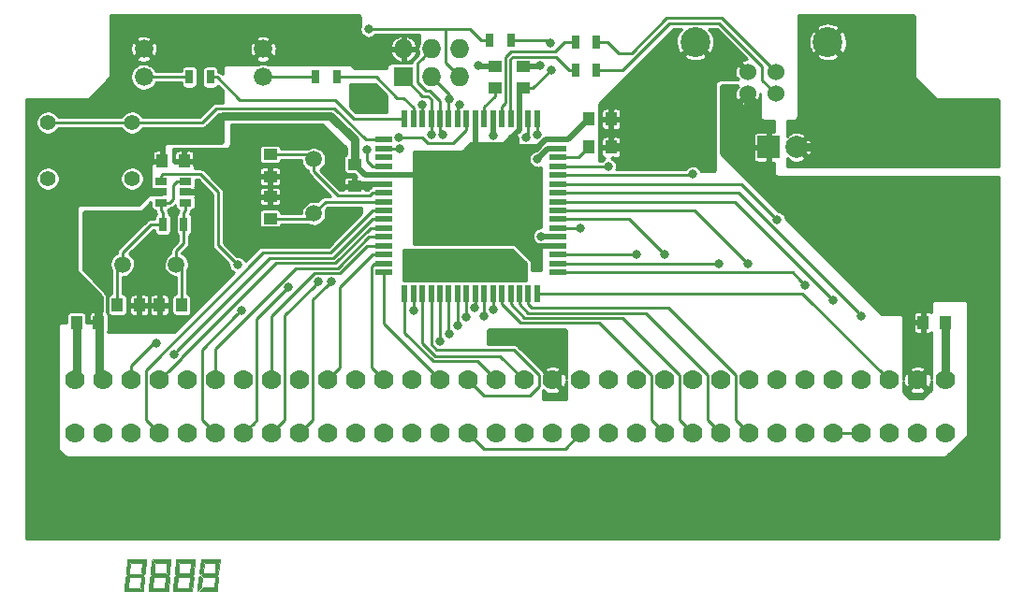
<source format=gbr>
G04 #@! TF.GenerationSoftware,KiCad,Pcbnew,(2017-02-04 revision 9a6e5734b)-master*
G04 #@! TF.CreationDate,2017-03-24T17:35:15+01:00*
G04 #@! TF.ProjectId,mega-prog,6D6567612D70726F672E6B696361645F,Proto 1*
G04 #@! TF.FileFunction,Copper,L1,Top,Signal*
G04 #@! TF.FilePolarity,Positive*
%FSLAX46Y46*%
G04 Gerber Fmt 4.6, Leading zero omitted, Abs format (unit mm)*
G04 Created by KiCad (PCBNEW (2017-02-04 revision 9a6e5734b)-master) date Fri Mar 24 17:35:15 2017*
%MOMM*%
%LPD*%
G01*
G04 APERTURE LIST*
%ADD10C,0.100000*%
%ADD11C,0.010000*%
%ADD12R,0.500000X1.500000*%
%ADD13R,1.500000X0.500000*%
%ADD14C,1.524000*%
%ADD15C,2.700020*%
%ADD16C,1.397000*%
%ADD17R,1.250000X1.000000*%
%ADD18C,1.778000*%
%ADD19R,1.000000X1.250000*%
%ADD20C,1.676400*%
%ADD21R,0.700000X1.300000*%
%ADD22C,1.501140*%
%ADD23R,1.998980X1.998980*%
%ADD24C,1.998980*%
%ADD25R,1.727200X1.727200*%
%ADD26O,1.727200X1.727200*%
%ADD27R,1.060000X0.650000*%
%ADD28C,0.812800*%
%ADD29C,0.762000*%
%ADD30C,0.254000*%
%ADD31C,0.381000*%
%ADD32C,0.508000*%
G04 APERTURE END LIST*
D10*
D11*
G36*
X115765980Y-115180340D02*
X116110770Y-114870930D01*
X116000150Y-116083550D01*
X115875740Y-116198990D01*
X115691330Y-116004990D01*
X115765980Y-115180340D01*
X115765980Y-115180340D01*
G37*
X115765980Y-115180340D02*
X116110770Y-114870930D01*
X116000150Y-116083550D01*
X115875740Y-116198990D01*
X115691330Y-116004990D01*
X115765980Y-115180340D01*
G36*
X112191551Y-114821340D02*
X113853380Y-114821340D01*
X113513380Y-115139540D01*
X112480559Y-115139540D01*
X112191551Y-114821340D01*
X112191551Y-114821340D01*
G37*
X112191551Y-114821340D02*
X113853380Y-114821340D01*
X113513380Y-115139540D01*
X112480559Y-115139540D01*
X112191551Y-114821340D01*
G36*
X113446760Y-116107690D02*
X113589120Y-116257430D01*
X113418120Y-116407170D01*
X112352576Y-116407170D01*
X112220523Y-116257430D01*
X112383391Y-116107690D01*
X113446760Y-116107690D01*
X113446760Y-116107690D01*
G37*
X113446760Y-116107690D02*
X113589120Y-116257430D01*
X113418120Y-116407170D01*
X112352576Y-116407170D01*
X112220523Y-116257430D01*
X112383391Y-116107690D01*
X113446760Y-116107690D01*
G36*
X112052825Y-116126620D02*
X112162526Y-114879010D01*
X112450285Y-115197200D01*
X112375632Y-116045620D01*
X112161820Y-116245380D01*
X112052825Y-116126620D01*
X112052825Y-116126620D01*
G37*
X112052825Y-116126620D02*
X112162526Y-114879010D01*
X112450285Y-115197200D01*
X112375632Y-116045620D01*
X112161820Y-116245380D01*
X112052825Y-116126620D01*
G36*
X113567430Y-117701550D02*
X111965477Y-117701550D01*
X112300003Y-117383299D01*
X113293440Y-117383299D01*
X113567430Y-117701550D01*
X113567430Y-117701550D01*
G37*
X113567430Y-117701550D02*
X111965477Y-117701550D01*
X112300003Y-117383299D01*
X113293440Y-117383299D01*
X113567430Y-117701550D01*
G36*
X114120480Y-117632811D02*
X114227630Y-116413840D01*
X114351930Y-116293290D01*
X114530150Y-116488660D01*
X114461300Y-117320744D01*
X114120480Y-117632811D01*
X114120480Y-117632811D01*
G37*
X114120480Y-117632811D02*
X114227630Y-116413840D01*
X114351930Y-116293290D01*
X114530150Y-116488660D01*
X114461300Y-117320744D01*
X114120480Y-117632811D01*
G36*
X112332773Y-116502870D02*
X112262406Y-117321721D01*
X111914370Y-117628796D01*
X112023745Y-116429250D01*
X112150752Y-116310650D01*
X112332773Y-116502870D01*
X112332773Y-116502870D01*
G37*
X112332773Y-116502870D02*
X112262406Y-117321721D01*
X111914370Y-117628796D01*
X112023745Y-116429250D01*
X112150752Y-116310650D01*
X112332773Y-116502870D01*
G36*
X113462660Y-115996370D02*
X113537150Y-115148010D01*
X113885340Y-114828660D01*
X113775050Y-116077200D01*
X113646690Y-116195970D01*
X113462660Y-115996370D01*
X113462660Y-115996370D01*
G37*
X113462660Y-115996370D02*
X113537150Y-115148010D01*
X113885340Y-114828660D01*
X113775050Y-116077200D01*
X113646690Y-116195970D01*
X113462660Y-115996370D01*
G36*
X113743410Y-116437660D02*
X113634150Y-117681964D01*
X113347040Y-117362846D01*
X113417250Y-116514050D01*
X113633340Y-116314670D01*
X113743410Y-116437660D01*
X113743410Y-116437660D01*
G37*
X113743410Y-116437660D02*
X113634150Y-117681964D01*
X113347040Y-117362846D01*
X113417250Y-116514050D01*
X113633340Y-116314670D01*
X113743410Y-116437660D01*
G36*
X120101590Y-116007870D02*
X120176090Y-115187440D01*
X120519190Y-114879720D01*
X120409700Y-116086050D01*
X120285580Y-116200950D01*
X120101590Y-116007870D01*
X120101590Y-116007870D01*
G37*
X120101590Y-116007870D02*
X120176090Y-115187440D01*
X120519190Y-114879720D01*
X120409700Y-116086050D01*
X120285580Y-116200950D01*
X120101590Y-116007870D01*
G36*
X118955500Y-116504660D02*
X118885290Y-117340331D01*
X118537800Y-117653753D01*
X118647010Y-116429520D01*
X118773750Y-116308480D01*
X118955500Y-116504660D01*
X118955500Y-116504660D01*
G37*
X118955500Y-116504660D02*
X118885290Y-117340331D01*
X118537800Y-117653753D01*
X118647010Y-116429520D01*
X118773750Y-116308480D01*
X118955500Y-116504660D01*
G36*
X120431450Y-116416670D02*
X120321160Y-117608722D01*
X120038400Y-117303710D01*
X120109410Y-116489960D01*
X120325400Y-116298660D01*
X120431450Y-116416670D01*
X120431450Y-116416670D01*
G37*
X120431450Y-116416670D02*
X120321160Y-117608722D01*
X120038400Y-117303710D01*
X120109410Y-116489960D01*
X120325400Y-116298660D01*
X120431450Y-116416670D01*
G36*
X120564380Y-114822650D02*
X120224910Y-115128860D01*
X119193940Y-115128860D01*
X118905410Y-114822650D01*
X120564380Y-114822650D01*
X120564380Y-114822650D01*
G37*
X120564380Y-114822650D02*
X120224910Y-115128860D01*
X119193940Y-115128860D01*
X118905410Y-114822650D01*
X120564380Y-114822650D01*
G36*
X120135730Y-116082300D02*
X120279770Y-116241370D01*
X120106910Y-116400500D01*
X119032750Y-116400500D01*
X118896900Y-116241370D01*
X119061560Y-116082300D01*
X120135730Y-116082300D01*
X120135730Y-116082300D01*
G37*
X120135730Y-116082300D02*
X120279770Y-116241370D01*
X120106910Y-116400500D01*
X119032750Y-116400500D01*
X118896900Y-116241370D01*
X119061560Y-116082300D01*
X120135730Y-116082300D01*
G36*
X118731540Y-116079260D02*
X118841770Y-114861760D01*
X119128830Y-115172260D01*
X119057980Y-116000590D01*
X118841770Y-116195260D01*
X118731540Y-116079260D01*
X118731540Y-116079260D01*
G37*
X118731540Y-116079260D02*
X118841770Y-114861760D01*
X119128830Y-115172260D01*
X119057980Y-116000590D01*
X118841770Y-116195260D01*
X118731540Y-116079260D01*
G36*
X120273470Y-117676159D02*
X118680650Y-117676159D01*
X119010680Y-117357908D01*
X120000520Y-117357908D01*
X120273470Y-117676159D01*
X120273470Y-117676159D01*
G37*
X120273470Y-117676159D02*
X118680650Y-117676159D01*
X119010680Y-117357908D01*
X120000520Y-117357908D01*
X120273470Y-117676159D01*
G36*
X115973180Y-116422960D02*
X115864020Y-117642468D01*
X115581200Y-117330456D01*
X115651450Y-116497940D01*
X115867330Y-116302410D01*
X115973180Y-116422960D01*
X115973180Y-116422960D01*
G37*
X115973180Y-116422960D02*
X115864020Y-117642468D01*
X115581200Y-117330456D01*
X115651450Y-116497940D01*
X115867330Y-116302410D01*
X115973180Y-116422960D01*
G36*
X116056510Y-114817330D02*
X115727690Y-115126620D01*
X114728770Y-115126620D01*
X114449260Y-114817330D01*
X116056510Y-114817330D01*
X116056510Y-114817330D01*
G37*
X116056510Y-114817330D02*
X115727690Y-115126620D01*
X114728770Y-115126620D01*
X114449260Y-114817330D01*
X116056510Y-114817330D01*
G36*
X115680160Y-116088050D02*
X115824040Y-116242730D01*
X115651300Y-116397410D01*
X114576860Y-116397410D01*
X114441010Y-116242730D01*
X114605720Y-116088050D01*
X115680160Y-116088050D01*
X115680160Y-116088050D01*
G37*
X115680160Y-116088050D02*
X115824040Y-116242730D01*
X115651300Y-116397410D01*
X114576860Y-116397410D01*
X114441010Y-116242730D01*
X114605720Y-116088050D01*
X115680160Y-116088050D01*
G36*
X114280800Y-116083490D02*
X114390180Y-114870810D01*
X114675060Y-115180120D01*
X114604800Y-116005090D01*
X114390180Y-116198990D01*
X114280800Y-116083490D01*
X114280800Y-116083490D01*
G37*
X114280800Y-116083490D02*
X114390180Y-114870810D01*
X114675060Y-115180120D01*
X114604800Y-116005090D01*
X114390180Y-116198990D01*
X114280800Y-116083490D01*
G36*
X115805760Y-117686847D02*
X114158400Y-117686847D01*
X114499660Y-117390894D01*
X115523470Y-117390894D01*
X115805760Y-117686847D01*
X115805760Y-117686847D01*
G37*
X115805760Y-117686847D02*
X114158400Y-117686847D01*
X114499660Y-117390894D01*
X115523470Y-117390894D01*
X115805760Y-117686847D01*
G36*
X117890980Y-116017740D02*
X117965480Y-115182400D01*
X118308580Y-114869040D01*
X118199090Y-116097330D01*
X118074970Y-116214300D01*
X117890980Y-116017740D01*
X117890980Y-116017740D01*
G37*
X117890980Y-116017740D02*
X117965480Y-115182400D01*
X118308580Y-114869040D01*
X118199090Y-116097330D01*
X118074970Y-116214300D01*
X117890980Y-116017740D01*
G36*
X118170060Y-116422850D02*
X118060860Y-117647079D01*
X117777930Y-117333874D01*
X117848180Y-116498100D01*
X118064160Y-116301810D01*
X118170060Y-116422850D01*
X118170060Y-116422850D01*
G37*
X118170060Y-116422850D02*
X118060860Y-117647079D01*
X117777930Y-117333874D01*
X117848180Y-116498100D01*
X118064160Y-116301810D01*
X118170060Y-116422850D01*
G36*
X118261430Y-114819980D02*
X117922020Y-115133360D01*
X116890980Y-115133360D01*
X116602470Y-114819980D01*
X118261430Y-114819980D01*
X118261430Y-114819980D01*
G37*
X118261430Y-114819980D02*
X117922020Y-115133360D01*
X116890980Y-115133360D01*
X116602470Y-114819980D01*
X118261430Y-114819980D01*
G36*
X117888980Y-116088760D02*
X118037520Y-116245380D01*
X117859190Y-116402070D01*
X116747810Y-116402070D01*
X116610010Y-116245380D01*
X116779930Y-116088760D01*
X117888980Y-116088760D01*
X117888980Y-116088760D01*
G37*
X117888980Y-116088760D02*
X118037520Y-116245380D01*
X117859190Y-116402070D01*
X116747810Y-116402070D01*
X116610010Y-116245380D01*
X116779930Y-116088760D01*
X117888980Y-116088760D01*
G36*
X116477410Y-116099980D02*
X116586950Y-114871520D01*
X116874220Y-115184840D01*
X116799680Y-116020230D01*
X116586190Y-116216950D01*
X116477410Y-116099980D01*
X116477410Y-116099980D01*
X116477410Y-116099980D01*
G37*
X116477410Y-116099980D02*
X116586950Y-114871520D01*
X116874220Y-115184840D01*
X116799680Y-116020230D01*
X116586190Y-116216950D01*
X116477410Y-116099980D01*
X116477410Y-116099980D01*
G36*
X118026680Y-117686847D02*
X116360830Y-117686847D01*
X116708750Y-117373533D01*
X117741840Y-117373533D01*
X118026680Y-117686847D01*
X118026680Y-117686847D01*
G37*
X118026680Y-117686847D02*
X116360830Y-117686847D01*
X116708750Y-117373533D01*
X117741840Y-117373533D01*
X118026680Y-117686847D01*
G36*
X116684010Y-117336315D02*
X116336560Y-117649738D01*
X116445790Y-116425510D01*
X116572520Y-116304470D01*
X116754220Y-116500650D01*
X116684010Y-117336315D01*
X116684010Y-117336315D01*
G37*
X116684010Y-117336315D02*
X116336560Y-117649738D01*
X116445790Y-116425510D01*
X116572520Y-116304470D01*
X116754220Y-116500650D01*
X116684010Y-117336315D01*
D12*
X149256000Y-74904000D03*
X148456000Y-74904000D03*
X147656000Y-74904000D03*
X146856000Y-74904000D03*
X146056000Y-74904000D03*
X145256000Y-74904000D03*
X144456000Y-74904000D03*
X143656000Y-74904000D03*
X142856000Y-74904000D03*
X142056000Y-74904000D03*
X141256000Y-74904000D03*
X140456000Y-74904000D03*
X139656000Y-74904000D03*
X138856000Y-74904000D03*
X138056000Y-74904000D03*
X137256000Y-74904000D03*
D13*
X135356000Y-76804000D03*
X135356000Y-77604000D03*
X135356000Y-78404000D03*
X135356000Y-79204000D03*
X135356000Y-80004000D03*
X135356000Y-80804000D03*
X135356000Y-81604000D03*
X135356000Y-82404000D03*
X135356000Y-83204000D03*
X135356000Y-84004000D03*
X135356000Y-84804000D03*
X135356000Y-85604000D03*
X135356000Y-86404000D03*
X135356000Y-87204000D03*
X135356000Y-88004000D03*
X135356000Y-88804000D03*
D12*
X137256000Y-90704000D03*
X138056000Y-90704000D03*
X138856000Y-90704000D03*
X139656000Y-90704000D03*
X140456000Y-90704000D03*
X141256000Y-90704000D03*
X142056000Y-90704000D03*
X142856000Y-90704000D03*
X143656000Y-90704000D03*
X144456000Y-90704000D03*
X145256000Y-90704000D03*
X146056000Y-90704000D03*
X146856000Y-90704000D03*
X147656000Y-90704000D03*
X148456000Y-90704000D03*
X149256000Y-90704000D03*
D13*
X151156000Y-88804000D03*
X151156000Y-88004000D03*
X151156000Y-87204000D03*
X151156000Y-86404000D03*
X151156000Y-85604000D03*
X151156000Y-84804000D03*
X151156000Y-84004000D03*
X151156000Y-83204000D03*
X151156000Y-82404000D03*
X151156000Y-81604000D03*
X151156000Y-80804000D03*
X151156000Y-80004000D03*
X151156000Y-79204000D03*
X151156000Y-78404000D03*
X151156000Y-77604000D03*
X151156000Y-76804000D03*
D14*
X168275000Y-72644000D03*
X170815000Y-72644000D03*
X170815000Y-70645020D03*
X168275000Y-70645020D03*
D15*
X163545520Y-67945000D03*
X175544480Y-67945000D03*
D16*
X104993294Y-80320142D03*
X104993294Y-75240142D03*
X112613294Y-80320142D03*
X112613294Y-75240142D03*
D17*
X125095000Y-80121000D03*
X125095000Y-78121000D03*
D18*
X107442000Y-103378000D03*
X109982000Y-103378000D03*
X112522000Y-103378000D03*
X115062000Y-103378000D03*
X117602000Y-103378000D03*
X120142000Y-103378000D03*
X122682000Y-103378000D03*
X125222000Y-103378000D03*
X127762000Y-103378000D03*
X130302000Y-103378000D03*
X132842000Y-103378000D03*
X135382000Y-103378000D03*
X137922000Y-103378000D03*
X140462000Y-103378000D03*
X143002000Y-103378000D03*
X145542000Y-103378000D03*
X148082000Y-103378000D03*
X150622000Y-103378000D03*
X153162000Y-103378000D03*
X155702000Y-103378000D03*
X158242000Y-103378000D03*
X160782000Y-103378000D03*
X163322000Y-103378000D03*
X165862000Y-103378000D03*
X168402000Y-103378000D03*
X170942000Y-103378000D03*
X173482000Y-103378000D03*
X176022000Y-103378000D03*
X178562000Y-103378000D03*
X181102000Y-103378000D03*
X183642000Y-103378000D03*
X186182000Y-103378000D03*
X115062000Y-98552000D03*
X107442000Y-98552000D03*
X109982000Y-98552000D03*
X112522000Y-98552000D03*
X117602000Y-98552000D03*
X127762000Y-98552000D03*
X120142000Y-98552000D03*
X122682000Y-98552000D03*
X125222000Y-98552000D03*
X130302000Y-98552000D03*
X132842000Y-98552000D03*
X143002000Y-98552000D03*
X135382000Y-98552000D03*
X137922000Y-98552000D03*
X140462000Y-98552000D03*
X145542000Y-98552000D03*
X148082000Y-98552000D03*
X170942000Y-98552000D03*
X173482000Y-98552000D03*
X176022000Y-98552000D03*
X178562000Y-98552000D03*
X181102000Y-98552000D03*
X183642000Y-98552000D03*
X168402000Y-98552000D03*
X186182000Y-98552000D03*
X150622000Y-98552000D03*
X153162000Y-98552000D03*
X155702000Y-98552000D03*
X158242000Y-98552000D03*
X160782000Y-98552000D03*
X163322000Y-98552000D03*
X165862000Y-98552000D03*
D17*
X145415000Y-72120000D03*
X145415000Y-70120000D03*
X125095000Y-81931000D03*
X125095000Y-83931000D03*
D19*
X153940000Y-77470000D03*
X155940000Y-77470000D03*
X153940000Y-74930000D03*
X155940000Y-74930000D03*
D17*
X147955000Y-72120000D03*
X147955000Y-70120000D03*
X132715000Y-79010000D03*
X132715000Y-81010000D03*
D19*
X109585000Y-93345000D03*
X107585000Y-93345000D03*
X184150000Y-93345000D03*
X186150000Y-93345000D03*
D20*
X124460000Y-68580000D03*
X124460000Y-71120000D03*
X113665000Y-68580000D03*
X113665000Y-71120000D03*
D21*
X152720000Y-70485000D03*
X154620000Y-70485000D03*
X152720000Y-67945000D03*
X154620000Y-67945000D03*
X146873000Y-67818000D03*
X144973000Y-67818000D03*
X131125000Y-71120000D03*
X129225000Y-71120000D03*
X119695000Y-71120000D03*
X117795000Y-71120000D03*
D22*
X129032000Y-83466940D03*
X129032000Y-78585060D03*
D23*
X170180000Y-77470000D03*
D24*
X172720000Y-77470000D03*
D19*
X115332000Y-78740000D03*
X117332000Y-78740000D03*
X117078000Y-91770200D03*
X115078000Y-91770200D03*
X111268000Y-91770200D03*
X113268000Y-91770200D03*
D25*
X137160000Y-71120000D03*
D26*
X137160000Y-68580000D03*
X139700000Y-71120000D03*
X139700000Y-68580000D03*
X142240000Y-71120000D03*
X142240000Y-68580000D03*
D22*
X111732060Y-88087200D03*
X116613940Y-88087200D03*
D27*
X117432000Y-82484000D03*
X117432000Y-81534000D03*
X117432000Y-80584000D03*
X115232000Y-80584000D03*
X115232000Y-82484000D03*
X115232000Y-81534000D03*
D21*
X115382000Y-84455000D03*
X117282000Y-84455000D03*
D28*
X112776000Y-83820000D03*
X111760000Y-84836000D03*
X110744000Y-85852000D03*
X109728000Y-86868000D03*
X109728000Y-88138000D03*
X109728000Y-89408000D03*
X150484838Y-68071980D03*
X150495000Y-70485000D03*
X118618000Y-90932000D03*
X119126000Y-78486012D03*
X120142000Y-79502008D03*
X121158000Y-80518000D03*
X111506000Y-93548200D03*
X112776000Y-93548200D03*
X114046000Y-93548200D03*
X115316000Y-93548200D03*
X116586000Y-93548200D03*
X118618000Y-89408000D03*
X118618000Y-87630000D03*
X120904000Y-88900000D03*
X120142000Y-87630000D03*
X119380000Y-86360000D03*
X119380000Y-85090000D03*
X119380000Y-83820000D03*
X119380000Y-82550000D03*
X118872000Y-81534000D03*
X146812000Y-87884000D03*
X145542000Y-87376000D03*
X144272000Y-87376000D03*
X143002000Y-87376000D03*
X141732000Y-87376000D03*
X140462000Y-87376000D03*
X139192000Y-87376000D03*
X137922000Y-87376000D03*
X147320000Y-89154000D03*
X137922000Y-89154000D03*
X139192000Y-89154000D03*
X140462000Y-89154000D03*
X141732000Y-89154000D03*
X143002000Y-89154000D03*
X145542002Y-89154000D03*
X144272000Y-89153998D03*
X134873998Y-73660000D03*
X134874000Y-72390000D03*
X132842000Y-72390000D03*
X132842000Y-73660000D03*
X145262600Y-76403190D03*
X182880000Y-67310000D03*
X180340000Y-67310000D03*
X177800000Y-69850000D03*
X180340000Y-69850000D03*
X182880000Y-69850000D03*
X182880000Y-72390000D03*
X180340000Y-72390000D03*
X177800000Y-72390000D03*
X177800000Y-74930000D03*
X180340000Y-74930000D03*
X182880000Y-74930000D03*
X185420000Y-74930000D03*
X187960000Y-74930000D03*
X190500000Y-74930000D03*
X190500000Y-77470000D03*
X187960000Y-77470000D03*
X185420000Y-77470000D03*
X182880000Y-77470000D03*
X180340000Y-77470000D03*
X177800000Y-77470000D03*
X175260000Y-77470000D03*
X145415000Y-94615000D03*
X146685000Y-94615000D03*
X147955000Y-94615000D03*
X150495000Y-95250000D03*
X150495000Y-96520000D03*
X161290000Y-76835000D03*
X160020000Y-76835000D03*
X149606000Y-85540390D03*
X130810000Y-79375000D03*
X130810000Y-78105000D03*
X130175000Y-76835000D03*
X128905000Y-76200000D03*
X127635000Y-76200000D03*
X126365000Y-76200000D03*
X125095000Y-76200000D03*
X123825000Y-76200000D03*
X122555000Y-76835000D03*
X122555000Y-78105000D03*
X122555000Y-79375000D03*
X122555000Y-80645000D03*
X122555000Y-81915000D03*
X122555000Y-83185000D03*
X122555000Y-84455000D03*
X122555000Y-85725000D03*
X123825000Y-85725000D03*
X125095000Y-85725000D03*
X126365000Y-85725000D03*
X127635000Y-85725000D03*
X128905000Y-85725000D03*
X130175000Y-85089994D03*
X131444994Y-83820000D03*
X143941800Y-70104000D03*
X149479000Y-70104000D03*
X158750000Y-71120000D03*
X160020000Y-71120000D03*
X160020000Y-69850000D03*
X161290000Y-68580000D03*
X161290000Y-69850000D03*
X161290000Y-71120000D03*
X158750000Y-76835000D03*
X157480000Y-76835000D03*
X157480000Y-75565000D03*
X158750000Y-75565000D03*
X160020000Y-75565000D03*
X161290000Y-75565000D03*
X162560000Y-76835000D03*
X163830000Y-78105000D03*
X162560000Y-78105000D03*
X161290000Y-78105000D03*
X160020000Y-78105000D03*
X158750000Y-78105000D03*
X157480000Y-78105000D03*
X149265602Y-78562200D03*
X116370269Y-96202669D03*
X122504200Y-92227398D03*
X138049000Y-92227400D03*
X126746000Y-90170000D03*
X145274996Y-92142668D03*
X129489198Y-89636600D03*
X136715602Y-76581000D03*
X130606798Y-89636600D03*
X136779000Y-77597000D03*
X149227190Y-76373467D03*
X148232596Y-76580984D03*
X142208940Y-73634610D03*
X138861800Y-73609198D03*
X114808000Y-95250000D03*
X144424400Y-92735400D03*
X143562299Y-92036266D03*
X142062196Y-93599030D03*
X142849598Y-92837020D03*
X141300200Y-94335640D03*
X140462000Y-95072250D03*
X170967400Y-84074000D03*
X176022006Y-91338400D03*
X178587400Y-92760800D03*
X168325800Y-88036400D03*
X153162000Y-84785200D03*
X155669800Y-79204000D03*
X158210800Y-87204000D03*
X160782000Y-87198202D03*
X163322000Y-79908400D03*
X133985004Y-66802000D03*
X133883400Y-77673200D03*
X173482000Y-89941400D03*
X165691200Y-88004000D03*
X139674600Y-76352400D03*
X141300200Y-73152000D03*
X140690603Y-76352400D03*
X122135738Y-88099738D03*
D29*
X111760000Y-84836000D02*
X112776000Y-83820000D01*
X110744000Y-85852000D02*
X111760000Y-84836000D01*
X109728000Y-86868000D02*
X110744000Y-85852000D01*
D30*
X109728000Y-90043000D02*
X109728000Y-89408000D01*
X109728000Y-88138000D02*
X109728000Y-86868000D01*
D29*
X115232000Y-81534000D02*
X114147600Y-81534000D01*
X114147600Y-81534000D02*
X114046000Y-81432400D01*
X114046000Y-77216000D02*
X114046000Y-81432400D01*
X132715000Y-79010000D02*
X132715000Y-76799402D01*
X113309400Y-82169000D02*
X103505000Y-82169000D01*
X132715000Y-76799402D02*
X130566208Y-74650610D01*
X130566208Y-74650610D02*
X120827790Y-74650610D01*
X120827790Y-74650610D02*
X118948200Y-76530200D01*
X118948200Y-76530200D02*
X114731800Y-76530200D01*
X114731800Y-76530200D02*
X114046000Y-77216000D01*
X114046000Y-81432400D02*
X113309400Y-82169000D01*
X103505000Y-82169000D02*
X103479600Y-82194400D01*
X103479600Y-82194400D02*
X103479600Y-82931000D01*
X103479600Y-86842600D02*
X103479600Y-82931000D01*
X103479600Y-82931000D02*
X103479600Y-82550000D01*
X103479600Y-78765400D02*
X103479600Y-82550000D01*
X103479600Y-82550000D02*
X103479600Y-88341200D01*
X109585000Y-91948000D02*
X108585000Y-91948000D01*
X108585000Y-91948000D02*
X103479600Y-86842600D01*
X109585000Y-93345000D02*
X109585000Y-91948000D01*
D31*
X113665000Y-68580000D02*
X108839000Y-73406000D01*
X108839000Y-73406000D02*
X105210978Y-73406000D01*
X105210978Y-73406000D02*
X103479600Y-75137378D01*
X103479600Y-75137378D02*
X103479600Y-78765400D01*
X124460000Y-68580000D02*
X123317000Y-67437000D01*
D29*
X123317000Y-67437000D02*
X114808000Y-67437000D01*
D31*
X114808000Y-67437000D02*
X113665000Y-68580000D01*
D30*
X150230858Y-67818000D02*
X150484838Y-68071980D01*
X146873000Y-67818000D02*
X150230858Y-67818000D01*
D32*
X143662400Y-80168400D02*
X143662400Y-82067400D01*
X143662400Y-82067400D02*
X147999000Y-86404000D01*
X147999000Y-86404000D02*
X151156000Y-86404000D01*
X150018000Y-76804000D02*
X149377400Y-77444600D01*
X151156000Y-76804000D02*
X150018000Y-76804000D01*
X147656000Y-74904000D02*
X147656000Y-75881070D01*
X147656000Y-75881070D02*
X146837400Y-76699670D01*
X146837400Y-76699670D02*
X146837400Y-77012800D01*
X147269200Y-77444600D02*
X146837400Y-77012800D01*
X149377400Y-77444600D02*
X147269200Y-77444600D01*
X146837400Y-77012800D02*
X146583400Y-77266800D01*
X146583400Y-77266800D02*
X143662400Y-77266800D01*
X143662400Y-77266800D02*
X143662400Y-76737984D01*
D30*
X148860000Y-72120000D02*
X150495000Y-70485000D01*
X147955000Y-72120000D02*
X148860000Y-72120000D01*
D29*
X103479600Y-88341200D02*
X103479600Y-89814400D01*
X168379140Y-77470000D02*
X168379140Y-79032100D01*
X171033440Y-81686400D02*
X183464200Y-81686400D01*
X168379140Y-79032100D02*
X171033440Y-81686400D01*
X107315000Y-111887000D02*
X103479600Y-108051600D01*
X183464200Y-81686400D02*
X190601600Y-88823800D01*
X190601600Y-88823800D02*
X190601600Y-106121200D01*
X190601600Y-106121200D02*
X184835800Y-111887000D01*
X184835800Y-111887000D02*
X107315000Y-111887000D01*
X103479600Y-108051600D02*
X103479600Y-88341200D01*
D32*
X151156000Y-76804000D02*
X152066000Y-76804000D01*
X152066000Y-76804000D02*
X153940000Y-74930000D01*
D29*
X168275000Y-72644000D02*
X168275000Y-77365860D01*
X168275000Y-77365860D02*
X168379140Y-77470000D01*
X109982000Y-98552000D02*
X109601000Y-98171000D01*
X109601000Y-98171000D02*
X109601000Y-93361000D01*
X109601000Y-93361000D02*
X109585000Y-93345000D01*
D32*
X147656000Y-74904000D02*
X147656000Y-72419000D01*
X147656000Y-72419000D02*
X147955000Y-72120000D01*
X135356000Y-80004000D02*
X133709000Y-80004000D01*
X133709000Y-80004000D02*
X132715000Y-79010000D01*
X143662400Y-75983362D02*
X143662400Y-76737984D01*
X143662400Y-76737984D02*
X143662400Y-80168400D01*
X135356000Y-80004000D02*
X143498000Y-80004000D01*
X143498000Y-80004000D02*
X143662400Y-80168400D01*
X143656000Y-74904000D02*
X143656000Y-75976962D01*
X143656000Y-75976962D02*
X143662400Y-75983362D01*
D30*
X115078000Y-91770200D02*
X115078000Y-93310200D01*
X115078000Y-93310200D02*
X115316000Y-93548200D01*
D29*
X115316000Y-93548200D02*
X116586000Y-93548200D01*
X114046000Y-93548200D02*
X115316000Y-93548200D01*
X112776000Y-93548200D02*
X114046000Y-93548200D01*
X111506000Y-93548200D02*
X112776000Y-93548200D01*
X118618000Y-89408000D02*
X118618000Y-90932000D01*
X119126004Y-78486012D02*
X119126000Y-78486012D01*
X120142000Y-79502008D02*
X119126004Y-78486012D01*
X119380000Y-86868000D02*
X118618000Y-87630000D01*
D32*
X119380000Y-86360000D02*
X119380000Y-86868000D01*
X119380000Y-86868000D02*
X120142000Y-87630000D01*
X119380000Y-83820000D02*
X119380000Y-85090000D01*
X119380000Y-82550000D02*
X119380000Y-83820000D01*
X117432000Y-81534000D02*
X118872000Y-81534000D01*
D29*
X145542000Y-87376000D02*
X146304000Y-87376000D01*
X146304000Y-87376000D02*
X146812000Y-87884000D01*
X143002000Y-87376000D02*
X144272000Y-87376000D01*
X140462000Y-87376000D02*
X141732000Y-87376000D01*
X139192000Y-87376000D02*
X140462000Y-87376000D01*
X137922000Y-89154000D02*
X137922000Y-87376000D01*
X145542002Y-89154000D02*
X147320000Y-89154000D01*
X139192000Y-89154000D02*
X137922000Y-89154000D01*
X141732000Y-89154000D02*
X140462000Y-89154000D01*
X144272000Y-89153998D02*
X143002002Y-89153998D01*
X143002002Y-89153998D02*
X143002000Y-89154000D01*
X144272000Y-89153998D02*
X145542000Y-89153998D01*
X145542000Y-89153998D02*
X145542002Y-89154000D01*
X132842000Y-73660000D02*
X134873998Y-73660000D01*
X132842000Y-72390000D02*
X134874000Y-72390000D01*
D32*
X145256000Y-74904000D02*
X145256000Y-76396590D01*
X145256000Y-76396590D02*
X145262600Y-76403190D01*
D30*
X125095000Y-81931000D02*
X123885200Y-81931000D01*
X123885200Y-81931000D02*
X123587000Y-82229200D01*
X123587000Y-82229200D02*
X123587000Y-84142362D01*
X123587000Y-84142362D02*
X124205839Y-84761201D01*
X124205839Y-84761201D02*
X130503793Y-84761201D01*
X130503793Y-84761201D02*
X131038595Y-84226399D01*
X131038595Y-84226399D02*
X131444994Y-83820000D01*
D29*
X180340000Y-67310000D02*
X182880000Y-67310000D01*
X180340000Y-69850000D02*
X177800000Y-69850000D01*
X182880000Y-72390000D02*
X182880000Y-69850000D01*
X177800000Y-72390000D02*
X180340000Y-72390000D01*
X180340000Y-74930000D02*
X177800000Y-74930000D01*
X185420000Y-74930000D02*
X182880000Y-74930000D01*
X190500000Y-74930000D02*
X187960000Y-74930000D01*
X187960000Y-77470000D02*
X190500000Y-77470000D01*
X182880000Y-77470000D02*
X185420000Y-77470000D01*
X177800000Y-77470000D02*
X180340000Y-77470000D01*
X172720000Y-77470000D02*
X175260000Y-77470000D01*
X146685000Y-94615000D02*
X145415000Y-94615000D01*
X150495000Y-95250000D02*
X148590000Y-95250000D01*
X148590000Y-95250000D02*
X147955000Y-94615000D01*
X150495000Y-96520000D02*
X150495000Y-95250000D01*
X160020000Y-76835000D02*
X161290000Y-76835000D01*
X155940000Y-77470000D02*
X156845000Y-77470000D01*
X156845000Y-77470000D02*
X157480000Y-78105000D01*
D32*
X151156000Y-85604000D02*
X149669610Y-85604000D01*
X149669610Y-85604000D02*
X149606000Y-85540390D01*
D30*
X130810000Y-78105000D02*
X130810000Y-79375000D01*
X128905000Y-76200000D02*
X129540000Y-76200000D01*
X129540000Y-76200000D02*
X130175000Y-76835000D01*
X126365000Y-76200000D02*
X127635000Y-76200000D01*
X123825000Y-76200000D02*
X125095000Y-76200000D01*
X122555000Y-78105000D02*
X122555000Y-76835000D01*
X122555000Y-80645000D02*
X122555000Y-79375000D01*
X122555000Y-83185000D02*
X122555000Y-81915000D01*
X122555000Y-85725000D02*
X122555000Y-84455000D01*
X125095000Y-85725000D02*
X123825000Y-85725000D01*
X127635000Y-85725000D02*
X126365000Y-85725000D01*
X129540006Y-85089994D02*
X128905000Y-85725000D01*
X130175000Y-85089994D02*
X129540006Y-85089994D01*
D32*
X151156000Y-77604000D02*
X150223802Y-77604000D01*
D29*
X186182000Y-98552000D02*
X186182000Y-93377000D01*
X186182000Y-93377000D02*
X186150000Y-93345000D01*
X107585000Y-93345000D02*
X107585000Y-98409000D01*
X107585000Y-98409000D02*
X107442000Y-98552000D01*
D32*
X145415000Y-70120000D02*
X143957800Y-70120000D01*
X143957800Y-70120000D02*
X143941800Y-70104000D01*
X147955000Y-70120000D02*
X149463000Y-70120000D01*
X149463000Y-70120000D02*
X149479000Y-70104000D01*
X135356000Y-80804000D02*
X132921000Y-80804000D01*
X132921000Y-80804000D02*
X132715000Y-81010000D01*
D29*
X160020000Y-69850000D02*
X160020000Y-71120000D01*
X161290000Y-69850000D02*
X161290000Y-68580000D01*
X161290000Y-75565000D02*
X161290000Y-71120000D01*
X157480000Y-76835000D02*
X158750000Y-76835000D01*
X158750000Y-75565000D02*
X157480000Y-75565000D01*
X161290000Y-75565000D02*
X160020000Y-75565000D01*
X163830000Y-78105000D02*
X162560000Y-76835000D01*
X161290000Y-78105000D02*
X162560000Y-78105000D01*
X158750000Y-78105000D02*
X160020000Y-78105000D01*
D32*
X150223802Y-77604000D02*
X149265602Y-78562200D01*
D30*
X144456000Y-74904000D02*
X144456000Y-73831600D01*
X144456000Y-73831600D02*
X145415000Y-72872600D01*
X145415000Y-72872600D02*
X145415000Y-72120000D01*
X125095000Y-83931000D02*
X128567940Y-83931000D01*
X128567940Y-83931000D02*
X129032000Y-83466940D01*
X135356000Y-82404000D02*
X130094940Y-82404000D01*
X130094940Y-82404000D02*
X129032000Y-83466940D01*
X125095000Y-78121000D02*
X128567940Y-78121000D01*
X128567940Y-78121000D02*
X129032000Y-78585060D01*
X135356000Y-81604000D02*
X134352000Y-81604000D01*
X134115799Y-81840201D02*
X131225675Y-81840201D01*
X134352000Y-81604000D02*
X134115799Y-81840201D01*
X131225675Y-81840201D02*
X129032000Y-79646526D01*
X129032000Y-79646526D02*
X129032000Y-78585060D01*
X151156000Y-78404000D02*
X153015400Y-78404000D01*
X153015400Y-78404000D02*
X153940000Y-77479400D01*
X153940000Y-77479400D02*
X153940000Y-77470000D01*
X119695000Y-71120000D02*
X120299000Y-71120000D01*
X132689000Y-74904000D02*
X137256000Y-74904000D01*
X120299000Y-71120000D02*
X122356400Y-73177400D01*
X122356400Y-73177400D02*
X130962400Y-73177400D01*
X130962400Y-73177400D02*
X132689000Y-74904000D01*
X131125000Y-71120000D02*
X134694170Y-71120000D01*
X138056000Y-73900000D02*
X138056000Y-74904000D01*
X134694170Y-71120000D02*
X136599170Y-73025000D01*
X136599170Y-73025000D02*
X137181000Y-73025000D01*
X137181000Y-73025000D02*
X138056000Y-73900000D01*
X156939704Y-70485000D02*
X155224000Y-70485000D01*
X169595800Y-70129400D02*
X165727583Y-66261183D01*
X169595800Y-71424800D02*
X169595800Y-70129400D01*
X170815000Y-72644000D02*
X169595800Y-71424800D01*
X155224000Y-70485000D02*
X154620000Y-70485000D01*
X161163521Y-66261183D02*
X156939704Y-70485000D01*
X165727583Y-66261183D02*
X161163521Y-66261183D01*
X170815000Y-70645020D02*
X165955980Y-65786000D01*
X165955980Y-65786000D02*
X160985200Y-65786000D01*
X160985200Y-65786000D02*
X157784800Y-68986400D01*
X155595000Y-67945000D02*
X155224000Y-67945000D01*
X157784800Y-68986400D02*
X156636400Y-68986400D01*
X156636400Y-68986400D02*
X155595000Y-67945000D01*
X155224000Y-67945000D02*
X154620000Y-67945000D01*
X134352000Y-83204000D02*
X135356000Y-83204000D01*
X115062000Y-103378000D02*
X113842799Y-102158799D01*
X113842799Y-102158799D02*
X113842799Y-97688401D01*
X130510200Y-87045800D02*
X134352000Y-83204000D01*
X113842799Y-97688401D02*
X124485400Y-87045800D01*
X124485400Y-87045800D02*
X130510200Y-87045800D01*
X134325022Y-84004000D02*
X130826011Y-87503011D01*
X125069927Y-87503011D02*
X116776668Y-95796270D01*
X130826011Y-87503011D02*
X125069927Y-87503011D01*
X135356000Y-84004000D02*
X134325022Y-84004000D01*
X116776668Y-95796270D02*
X116370269Y-96202669D01*
X122097801Y-92633797D02*
X122504200Y-92227398D01*
X118922799Y-102158799D02*
X118922799Y-95808799D01*
X120142000Y-103378000D02*
X118922799Y-102158799D01*
X118922799Y-95808799D02*
X122097801Y-92633797D01*
X138049000Y-92227400D02*
X138049000Y-90711000D01*
X138049000Y-90711000D02*
X138056000Y-90704000D01*
X123901201Y-102158799D02*
X123570999Y-102489001D01*
X126746000Y-90170000D02*
X123901201Y-93014799D01*
X123901201Y-93014799D02*
X123901201Y-102158799D01*
X123570999Y-102489001D02*
X122682000Y-103378000D01*
X145256000Y-92123672D02*
X145274996Y-92142668D01*
X145256000Y-90704000D02*
X145256000Y-92123672D01*
X129082799Y-90042999D02*
X129489198Y-89636600D01*
X126441201Y-92684597D02*
X129082799Y-90042999D01*
X126441201Y-102158799D02*
X126441201Y-92684597D01*
X125222000Y-103378000D02*
X126441201Y-102158799D01*
X136715602Y-76581000D02*
X138813030Y-76581000D01*
X138813030Y-76581000D02*
X139321031Y-77089001D01*
X139321031Y-77089001D02*
X141674999Y-77089001D01*
X141674999Y-77089001D02*
X142856000Y-75908000D01*
X142856000Y-75908000D02*
X142856000Y-74904000D01*
X130200399Y-90042999D02*
X130606798Y-89636600D01*
X128981201Y-91262197D02*
X130200399Y-90042999D01*
X127762000Y-103378000D02*
X128981201Y-102158799D01*
X128981201Y-102158799D02*
X128981201Y-91262197D01*
X136772000Y-77604000D02*
X136779000Y-77597000D01*
X135356000Y-77604000D02*
X136772000Y-77604000D01*
X149256000Y-76344657D02*
X149227190Y-76373467D01*
X149256000Y-74904000D02*
X149256000Y-76344657D01*
X148456000Y-76357580D02*
X148232596Y-76580984D01*
X148456000Y-74904000D02*
X148456000Y-76357580D01*
X146056000Y-90704000D02*
X146056000Y-91700000D01*
X146056000Y-91700000D02*
X147751800Y-93395800D01*
X154890218Y-93395800D02*
X159562799Y-98068381D01*
X147751800Y-93395800D02*
X154890218Y-93395800D01*
X159893001Y-102489001D02*
X160782000Y-103378000D01*
X159562799Y-98068381D02*
X159562799Y-102158799D01*
X159562799Y-102158799D02*
X159893001Y-102489001D01*
X162102799Y-98094799D02*
X162102799Y-102158799D01*
X162433001Y-102489001D02*
X163322000Y-103378000D01*
X162102799Y-102158799D02*
X162433001Y-102489001D01*
X156946589Y-92938589D02*
X162102799Y-98094799D01*
X146856000Y-90704000D02*
X146856000Y-91708000D01*
X146856000Y-91708000D02*
X148086589Y-92938589D01*
X148086589Y-92938589D02*
X156946589Y-92938589D01*
X164973001Y-102489001D02*
X165862000Y-103378000D01*
X159055796Y-92481378D02*
X164642799Y-98068381D01*
X147656000Y-90704000D02*
X147656000Y-91708000D01*
X147656000Y-91708000D02*
X148429378Y-92481378D01*
X148429378Y-92481378D02*
X159055796Y-92481378D01*
X164642799Y-98068381D02*
X164642799Y-102158799D01*
X164642799Y-102158799D02*
X164973001Y-102489001D01*
X167513001Y-102489001D02*
X168402000Y-103378000D01*
X161138585Y-92024167D02*
X167182799Y-98068381D01*
X148772167Y-92024167D02*
X161138585Y-92024167D01*
X148456000Y-91708000D02*
X148772167Y-92024167D01*
X167182799Y-98068381D02*
X167182799Y-102158799D01*
X148456000Y-90704000D02*
X148456000Y-91708000D01*
X167182799Y-102158799D02*
X167513001Y-102489001D01*
X176022000Y-103378000D02*
X177279235Y-103378000D01*
X177279235Y-103378000D02*
X178562000Y-103378000D01*
X142056000Y-74904000D02*
X142056000Y-73787550D01*
X142056000Y-73787550D02*
X142208940Y-73634610D01*
X138856000Y-73614998D02*
X138861800Y-73609198D01*
X138856000Y-74904000D02*
X138856000Y-73614998D01*
X134352000Y-84804000D02*
X135356000Y-84804000D01*
X125653778Y-87960222D02*
X131015392Y-87960222D01*
X117106870Y-96507130D02*
X125653778Y-87960222D01*
X117106870Y-96556238D02*
X117106870Y-96507130D01*
X116000107Y-97663001D02*
X117106870Y-96556238D01*
X115062000Y-98552000D02*
X115950999Y-97663001D01*
X115950999Y-97663001D02*
X116000107Y-97663001D01*
X131015392Y-87960222D02*
X134171614Y-84804000D01*
X134171614Y-84804000D02*
X134352000Y-84804000D01*
X112522000Y-97294765D02*
X114566765Y-95250000D01*
X112522000Y-98552000D02*
X112522000Y-97294765D01*
X114566765Y-95250000D02*
X114808000Y-95250000D01*
X144456000Y-92703800D02*
X144424400Y-92735400D01*
X144456000Y-90704000D02*
X144456000Y-92703800D01*
X143656000Y-91942565D02*
X143562299Y-92036266D01*
X143656000Y-90704000D02*
X143656000Y-91942565D01*
X142056000Y-90704000D02*
X142056000Y-93592834D01*
X142056000Y-93592834D02*
X142062196Y-93599030D01*
X134352000Y-85604000D02*
X135356000Y-85604000D01*
X120142000Y-98552000D02*
X120142000Y-95730572D01*
X134018208Y-85604000D02*
X134352000Y-85604000D01*
X131204775Y-88417433D02*
X134018208Y-85604000D01*
X120142000Y-95730572D02*
X127455139Y-88417433D01*
X127455139Y-88417433D02*
X131204775Y-88417433D01*
X142856000Y-90704000D02*
X142856000Y-91708000D01*
X142849598Y-92262284D02*
X142849598Y-92837020D01*
X142825697Y-91738303D02*
X142825697Y-92238383D01*
X142856000Y-91708000D02*
X142825697Y-91738303D01*
X142825697Y-92238383D02*
X142849598Y-92262284D01*
X129135584Y-88874644D02*
X131394156Y-88874644D01*
X133864800Y-86404000D02*
X134352000Y-86404000D01*
X131394156Y-88874644D02*
X133864800Y-86404000D01*
X125222000Y-92788228D02*
X129135584Y-88874644D01*
X134352000Y-86404000D02*
X135356000Y-86404000D01*
X125222000Y-98552000D02*
X125222000Y-92788228D01*
X131419601Y-97434399D02*
X131419601Y-90136399D01*
X130302000Y-98552000D02*
X131419601Y-97434399D01*
X134352000Y-87204000D02*
X135356000Y-87204000D01*
X131419601Y-90136399D02*
X134352000Y-87204000D01*
X141256000Y-94291440D02*
X141300200Y-94335640D01*
X141256000Y-90704000D02*
X141256000Y-94291440D01*
X143002000Y-98552000D02*
X144424400Y-99974400D01*
X139656000Y-91708000D02*
X139656000Y-90704000D01*
X144424400Y-99974400D02*
X148565616Y-99974400D01*
X149402799Y-99137217D02*
X149402799Y-98068381D01*
X148565616Y-99974400D02*
X149402799Y-99137217D01*
X147143259Y-95808841D02*
X140815579Y-95808841D01*
X149402799Y-98068381D02*
X147143259Y-95808841D01*
X140133879Y-95808851D02*
X139656000Y-95330972D01*
X140815579Y-95808841D02*
X140815569Y-95808851D01*
X140815569Y-95808851D02*
X140133879Y-95808851D01*
X139656000Y-95330972D02*
X139656000Y-91708000D01*
X135356000Y-88004000D02*
X134561638Y-88004000D01*
X134561638Y-88004000D02*
X134275799Y-88289839D01*
X134493001Y-97663001D02*
X135382000Y-98552000D01*
X134275799Y-88289839D02*
X134275799Y-97445799D01*
X134275799Y-97445799D02*
X134493001Y-97663001D01*
X135356000Y-98526000D02*
X135382000Y-98552000D01*
X140456000Y-90704000D02*
X140456000Y-95066250D01*
X140456000Y-95066250D02*
X140462000Y-95072250D01*
X135356000Y-88804000D02*
X135356000Y-93446000D01*
X135356000Y-93446000D02*
X137256000Y-95346000D01*
X137256000Y-95346000D02*
X140462000Y-98552000D01*
X137256000Y-90704000D02*
X137256000Y-94253800D01*
X137256000Y-94253800D02*
X139827011Y-96824811D01*
X139827011Y-96824811D02*
X143814811Y-96824811D01*
X143814811Y-96824811D02*
X144653001Y-97663001D01*
X144653001Y-97663001D02*
X145542000Y-98552000D01*
X138856000Y-91708000D02*
X138856000Y-90704000D01*
X140020587Y-96367600D02*
X138856000Y-95203013D01*
X148082000Y-98552000D02*
X145897600Y-96367600D01*
X145897600Y-96367600D02*
X140020587Y-96367600D01*
X138856000Y-95203013D02*
X138856000Y-91708000D01*
X151156000Y-80804000D02*
X167697400Y-80804000D01*
X167697400Y-80804000D02*
X170967400Y-84074000D01*
X175615607Y-90932001D02*
X176022006Y-91338400D01*
X167087606Y-82404000D02*
X175615607Y-90932001D01*
X151156000Y-82404000D02*
X167087606Y-82404000D01*
X178181001Y-92354401D02*
X178587400Y-92760800D01*
X167430600Y-81604000D02*
X178181001Y-92354401D01*
X151156000Y-81604000D02*
X167430600Y-81604000D01*
X167919401Y-87630001D02*
X168325800Y-88036400D01*
X163493400Y-83204000D02*
X167919401Y-87630001D01*
X151156000Y-83204000D02*
X163493400Y-83204000D01*
X152178800Y-84785200D02*
X153162000Y-84785200D01*
X151156000Y-84804000D02*
X152160000Y-84804000D01*
X152160000Y-84804000D02*
X152178800Y-84785200D01*
X151156000Y-79204000D02*
X155669800Y-79204000D01*
X151156000Y-87204000D02*
X158210800Y-87204000D01*
X160375601Y-86791803D02*
X160782000Y-87198202D01*
X157587798Y-84004000D02*
X160375601Y-86791803D01*
X151156000Y-84004000D02*
X157587798Y-84004000D01*
X151156000Y-80004000D02*
X163226400Y-80004000D01*
X163226400Y-80004000D02*
X163322000Y-79908400D01*
X133985004Y-66802000D02*
X140970000Y-66802000D01*
X140970000Y-66802000D02*
X143205200Y-66802000D01*
X142240000Y-71120000D02*
X140970000Y-69850000D01*
X140970000Y-69850000D02*
X140970000Y-66802000D01*
X143205200Y-66802000D02*
X144221200Y-67818000D01*
X144221200Y-67818000D02*
X144973000Y-67818000D01*
X135356000Y-79204000D02*
X134352000Y-79204000D01*
X134352000Y-79204000D02*
X133883400Y-78735400D01*
X133883400Y-78735400D02*
X133883400Y-77673200D01*
X112613294Y-75240142D02*
X118942858Y-75240142D01*
X118942858Y-75240142D02*
X120243600Y-73939400D01*
X120243600Y-73939400D02*
X130860800Y-73939400D01*
X133725400Y-76804000D02*
X135356000Y-76804000D01*
X130860800Y-73939400D02*
X133725400Y-76804000D01*
X104993294Y-75240142D02*
X112613294Y-75240142D01*
X173075601Y-89535001D02*
X173482000Y-89941400D01*
X172344600Y-88804000D02*
X173075601Y-89535001D01*
X151156000Y-88804000D02*
X172344600Y-88804000D01*
X149256000Y-90704000D02*
X173254000Y-90704000D01*
X173254000Y-90704000D02*
X181102000Y-98552000D01*
X151156000Y-88004000D02*
X165116464Y-88004000D01*
X165116464Y-88004000D02*
X165691200Y-88004000D01*
X137160000Y-71120000D02*
X138887200Y-72847200D01*
X138887200Y-72847200D02*
X139342370Y-72847200D01*
X139342370Y-72847200D02*
X139656000Y-73160830D01*
X139656000Y-73160830D02*
X139656000Y-73787000D01*
X139656000Y-73787000D02*
X139656000Y-74904000D01*
X139656000Y-74904000D02*
X139656000Y-76333800D01*
X139656000Y-76333800D02*
X139674600Y-76352400D01*
X139700000Y-71120000D02*
X141300200Y-72720200D01*
X141300200Y-72720200D02*
X141300200Y-73152000D01*
X141256000Y-73196200D02*
X141300200Y-73152000D01*
X141256000Y-74904000D02*
X141256000Y-73196200D01*
X140456000Y-74904000D02*
X140456000Y-73314238D01*
X140456000Y-73314238D02*
X139506362Y-72364600D01*
X139506362Y-72364600D02*
X139192000Y-72364600D01*
X138836401Y-69443599D02*
X139700000Y-68580000D01*
X139192000Y-72364600D02*
X138430000Y-71602600D01*
X138430000Y-71602600D02*
X138430000Y-69850000D01*
X138430000Y-69850000D02*
X138836401Y-69443599D01*
X140456000Y-74904000D02*
X140456000Y-76117797D01*
X140456000Y-76117797D02*
X140690603Y-76352400D01*
X146856000Y-74904000D02*
X146837400Y-74885400D01*
X146837400Y-69518265D02*
X147065866Y-69289799D01*
X146837400Y-74885400D02*
X146837400Y-69518265D01*
X147065866Y-69289799D02*
X150920799Y-69289799D01*
X150920799Y-69289799D02*
X152116000Y-70485000D01*
X152116000Y-70485000D02*
X152720000Y-70485000D01*
X146056000Y-74904000D02*
X146056000Y-73779000D01*
X146056000Y-73779000D02*
X146370201Y-73464799D01*
X146370201Y-73464799D02*
X146370201Y-69301199D01*
X146370201Y-69301199D02*
X146862800Y-68808600D01*
X146862800Y-68808600D02*
X150881400Y-68808600D01*
X150881400Y-68808600D02*
X151745000Y-67945000D01*
X152116000Y-67945000D02*
X152720000Y-67945000D01*
X151745000Y-67945000D02*
X152116000Y-67945000D01*
X129225000Y-71120000D02*
X124460000Y-71120000D01*
X117795000Y-71120000D02*
X113665000Y-71120000D01*
X117282000Y-83378000D02*
X117432000Y-83228000D01*
X117432000Y-83228000D02*
X117432000Y-82484000D01*
X117282000Y-84455000D02*
X117282000Y-83378000D01*
X116613940Y-86840060D02*
X117282000Y-86172000D01*
X117282000Y-86172000D02*
X117282000Y-84455000D01*
X116613940Y-88087200D02*
X116613940Y-86840060D01*
X117078000Y-91770200D02*
X117078000Y-88551260D01*
X117078000Y-88551260D02*
X116613940Y-88087200D01*
X115382000Y-83378000D02*
X115232000Y-83228000D01*
X115232000Y-83228000D02*
X115232000Y-82484000D01*
X115382000Y-84455000D02*
X115382000Y-83378000D01*
X111732060Y-88087200D02*
X111732060Y-87025734D01*
X111732060Y-87025734D02*
X114302794Y-84455000D01*
X114302794Y-84455000D02*
X114778000Y-84455000D01*
X114778000Y-84455000D02*
X115382000Y-84455000D01*
X116332000Y-82168000D02*
X116332000Y-80900000D01*
X116332000Y-80900000D02*
X116648000Y-80584000D01*
X116648000Y-80584000D02*
X117432000Y-80584000D01*
X115232000Y-82484000D02*
X116016000Y-82484000D01*
X116016000Y-82484000D02*
X116332000Y-82168000D01*
X115227060Y-82484000D02*
X115232000Y-82484000D01*
X111268000Y-91770200D02*
X111268000Y-88551260D01*
X111268000Y-88551260D02*
X111732060Y-88087200D01*
X115232000Y-80584000D02*
X115232000Y-80094000D01*
X120396000Y-86360000D02*
X121158000Y-87122000D01*
X115232000Y-80094000D02*
X115397201Y-79928799D01*
X115397201Y-79928799D02*
X118790799Y-79928799D01*
X118790799Y-79928799D02*
X120396000Y-81534000D01*
X120396000Y-81534000D02*
X120396000Y-86360000D01*
X121158000Y-87122000D02*
X122135738Y-88099738D01*
X153162000Y-103378000D02*
X151765000Y-104775000D01*
X151765000Y-104775000D02*
X144399000Y-104775000D01*
X144399000Y-104775000D02*
X143890999Y-104266999D01*
X143890999Y-104266999D02*
X143002000Y-103378000D01*
G36*
X183285652Y-65535042D02*
X183309369Y-65542237D01*
X183331216Y-65553914D01*
X183350368Y-65569632D01*
X183366086Y-65588784D01*
X183377763Y-65610631D01*
X183384958Y-65634348D01*
X183388000Y-65665236D01*
X183388000Y-71014790D01*
X183388612Y-71027239D01*
X183393493Y-71076792D01*
X183398350Y-71101209D01*
X183412804Y-71148857D01*
X183422330Y-71171857D01*
X183445802Y-71215771D01*
X183459635Y-71236473D01*
X183491223Y-71274963D01*
X183499592Y-71284198D01*
X185255802Y-73040408D01*
X185265037Y-73048777D01*
X185303527Y-73080365D01*
X185324229Y-73094198D01*
X185368143Y-73117670D01*
X185391143Y-73127196D01*
X185438791Y-73141650D01*
X185463208Y-73146507D01*
X185512761Y-73151388D01*
X185525210Y-73152000D01*
X190874764Y-73152000D01*
X190905652Y-73155042D01*
X190929369Y-73162237D01*
X190951216Y-73173914D01*
X190970368Y-73189632D01*
X190986086Y-73208784D01*
X190997763Y-73230631D01*
X191004958Y-73254348D01*
X191008000Y-73285236D01*
X191008000Y-79114764D01*
X191004958Y-79145652D01*
X190997763Y-79169369D01*
X190986086Y-79191216D01*
X190970368Y-79210368D01*
X190951216Y-79226086D01*
X190929369Y-79237763D01*
X190905652Y-79244958D01*
X190874764Y-79248000D01*
X171964236Y-79248000D01*
X171933348Y-79244958D01*
X171909631Y-79237763D01*
X171887784Y-79226086D01*
X171868632Y-79210368D01*
X171852914Y-79191216D01*
X171841237Y-79169369D01*
X171834042Y-79145652D01*
X171831000Y-79114764D01*
X171831000Y-78538608D01*
X171900703Y-78468905D01*
X172010811Y-78662179D01*
X172257021Y-78777628D01*
X172521023Y-78842825D01*
X172792671Y-78855265D01*
X173061527Y-78814470D01*
X173317258Y-78722008D01*
X173429189Y-78662179D01*
X173539298Y-78468904D01*
X172720000Y-77649605D01*
X172705858Y-77663748D01*
X172526252Y-77484142D01*
X172540395Y-77470000D01*
X172899605Y-77470000D01*
X173718904Y-78289298D01*
X173912179Y-78179189D01*
X174027628Y-77932979D01*
X174092825Y-77668977D01*
X174105265Y-77397329D01*
X174064470Y-77128473D01*
X173972008Y-76872742D01*
X173912179Y-76760811D01*
X173718904Y-76650702D01*
X172899605Y-77470000D01*
X172540395Y-77470000D01*
X172526252Y-77455858D01*
X172705858Y-77276252D01*
X172720000Y-77290395D01*
X173539298Y-76471096D01*
X173429189Y-76277821D01*
X173182979Y-76162372D01*
X172918977Y-76097175D01*
X172647329Y-76084735D01*
X172378473Y-76125530D01*
X172122742Y-76217992D01*
X172010811Y-76277821D01*
X171900703Y-76471095D01*
X171831000Y-76401392D01*
X171831000Y-75190236D01*
X171834042Y-75159348D01*
X171841237Y-75135631D01*
X171852914Y-75113784D01*
X171868632Y-75094632D01*
X171887784Y-75078914D01*
X171909631Y-75067237D01*
X171933348Y-75060042D01*
X171964236Y-75057000D01*
X172466000Y-75057000D01*
X172478449Y-75056388D01*
X172528002Y-75051507D01*
X172552419Y-75046651D01*
X172600068Y-75032197D01*
X172623069Y-75022669D01*
X172666982Y-74999197D01*
X172687683Y-74985365D01*
X172726173Y-74953777D01*
X172743777Y-74936173D01*
X172775365Y-74897683D01*
X172789197Y-74876982D01*
X172812669Y-74833069D01*
X172822197Y-74810068D01*
X172836651Y-74762419D01*
X172841507Y-74738002D01*
X172846388Y-74688449D01*
X172847000Y-74676000D01*
X172847000Y-69193909D01*
X174475176Y-69193909D01*
X174627569Y-69423085D01*
X174933547Y-69573564D01*
X175263003Y-69661459D01*
X175603277Y-69683392D01*
X175941290Y-69638518D01*
X176264054Y-69528564D01*
X176461391Y-69423085D01*
X176613784Y-69193909D01*
X175544480Y-68124605D01*
X174475176Y-69193909D01*
X172847000Y-69193909D01*
X172847000Y-68003797D01*
X173806088Y-68003797D01*
X173850962Y-68341810D01*
X173960916Y-68664574D01*
X174066395Y-68861911D01*
X174295571Y-69014304D01*
X175364875Y-67945000D01*
X175724085Y-67945000D01*
X176793389Y-69014304D01*
X177022565Y-68861911D01*
X177173044Y-68555933D01*
X177260939Y-68226477D01*
X177282872Y-67886203D01*
X177237998Y-67548190D01*
X177128044Y-67225426D01*
X177022565Y-67028089D01*
X176793389Y-66875696D01*
X175724085Y-67945000D01*
X175364875Y-67945000D01*
X174295571Y-66875696D01*
X174066395Y-67028089D01*
X173915916Y-67334067D01*
X173828021Y-67663523D01*
X173806088Y-68003797D01*
X172847000Y-68003797D01*
X172847000Y-66696091D01*
X174475176Y-66696091D01*
X175544480Y-67765395D01*
X176613784Y-66696091D01*
X176461391Y-66466915D01*
X176155413Y-66316436D01*
X175825957Y-66228541D01*
X175485683Y-66206608D01*
X175147670Y-66251482D01*
X174824906Y-66361436D01*
X174627569Y-66466915D01*
X174475176Y-66696091D01*
X172847000Y-66696091D01*
X172847000Y-65665236D01*
X172850042Y-65634348D01*
X172857237Y-65610631D01*
X172868914Y-65588784D01*
X172884632Y-65569632D01*
X172903784Y-65553914D01*
X172925631Y-65542237D01*
X172949348Y-65535042D01*
X172980236Y-65532000D01*
X183254764Y-65532000D01*
X183285652Y-65535042D01*
X183285652Y-65535042D01*
G37*
X183285652Y-65535042D02*
X183309369Y-65542237D01*
X183331216Y-65553914D01*
X183350368Y-65569632D01*
X183366086Y-65588784D01*
X183377763Y-65610631D01*
X183384958Y-65634348D01*
X183388000Y-65665236D01*
X183388000Y-71014790D01*
X183388612Y-71027239D01*
X183393493Y-71076792D01*
X183398350Y-71101209D01*
X183412804Y-71148857D01*
X183422330Y-71171857D01*
X183445802Y-71215771D01*
X183459635Y-71236473D01*
X183491223Y-71274963D01*
X183499592Y-71284198D01*
X185255802Y-73040408D01*
X185265037Y-73048777D01*
X185303527Y-73080365D01*
X185324229Y-73094198D01*
X185368143Y-73117670D01*
X185391143Y-73127196D01*
X185438791Y-73141650D01*
X185463208Y-73146507D01*
X185512761Y-73151388D01*
X185525210Y-73152000D01*
X190874764Y-73152000D01*
X190905652Y-73155042D01*
X190929369Y-73162237D01*
X190951216Y-73173914D01*
X190970368Y-73189632D01*
X190986086Y-73208784D01*
X190997763Y-73230631D01*
X191004958Y-73254348D01*
X191008000Y-73285236D01*
X191008000Y-79114764D01*
X191004958Y-79145652D01*
X190997763Y-79169369D01*
X190986086Y-79191216D01*
X190970368Y-79210368D01*
X190951216Y-79226086D01*
X190929369Y-79237763D01*
X190905652Y-79244958D01*
X190874764Y-79248000D01*
X171964236Y-79248000D01*
X171933348Y-79244958D01*
X171909631Y-79237763D01*
X171887784Y-79226086D01*
X171868632Y-79210368D01*
X171852914Y-79191216D01*
X171841237Y-79169369D01*
X171834042Y-79145652D01*
X171831000Y-79114764D01*
X171831000Y-78538608D01*
X171900703Y-78468905D01*
X172010811Y-78662179D01*
X172257021Y-78777628D01*
X172521023Y-78842825D01*
X172792671Y-78855265D01*
X173061527Y-78814470D01*
X173317258Y-78722008D01*
X173429189Y-78662179D01*
X173539298Y-78468904D01*
X172720000Y-77649605D01*
X172705858Y-77663748D01*
X172526252Y-77484142D01*
X172540395Y-77470000D01*
X172899605Y-77470000D01*
X173718904Y-78289298D01*
X173912179Y-78179189D01*
X174027628Y-77932979D01*
X174092825Y-77668977D01*
X174105265Y-77397329D01*
X174064470Y-77128473D01*
X173972008Y-76872742D01*
X173912179Y-76760811D01*
X173718904Y-76650702D01*
X172899605Y-77470000D01*
X172540395Y-77470000D01*
X172526252Y-77455858D01*
X172705858Y-77276252D01*
X172720000Y-77290395D01*
X173539298Y-76471096D01*
X173429189Y-76277821D01*
X173182979Y-76162372D01*
X172918977Y-76097175D01*
X172647329Y-76084735D01*
X172378473Y-76125530D01*
X172122742Y-76217992D01*
X172010811Y-76277821D01*
X171900703Y-76471095D01*
X171831000Y-76401392D01*
X171831000Y-75190236D01*
X171834042Y-75159348D01*
X171841237Y-75135631D01*
X171852914Y-75113784D01*
X171868632Y-75094632D01*
X171887784Y-75078914D01*
X171909631Y-75067237D01*
X171933348Y-75060042D01*
X171964236Y-75057000D01*
X172466000Y-75057000D01*
X172478449Y-75056388D01*
X172528002Y-75051507D01*
X172552419Y-75046651D01*
X172600068Y-75032197D01*
X172623069Y-75022669D01*
X172666982Y-74999197D01*
X172687683Y-74985365D01*
X172726173Y-74953777D01*
X172743777Y-74936173D01*
X172775365Y-74897683D01*
X172789197Y-74876982D01*
X172812669Y-74833069D01*
X172822197Y-74810068D01*
X172836651Y-74762419D01*
X172841507Y-74738002D01*
X172846388Y-74688449D01*
X172847000Y-74676000D01*
X172847000Y-69193909D01*
X174475176Y-69193909D01*
X174627569Y-69423085D01*
X174933547Y-69573564D01*
X175263003Y-69661459D01*
X175603277Y-69683392D01*
X175941290Y-69638518D01*
X176264054Y-69528564D01*
X176461391Y-69423085D01*
X176613784Y-69193909D01*
X175544480Y-68124605D01*
X174475176Y-69193909D01*
X172847000Y-69193909D01*
X172847000Y-68003797D01*
X173806088Y-68003797D01*
X173850962Y-68341810D01*
X173960916Y-68664574D01*
X174066395Y-68861911D01*
X174295571Y-69014304D01*
X175364875Y-67945000D01*
X175724085Y-67945000D01*
X176793389Y-69014304D01*
X177022565Y-68861911D01*
X177173044Y-68555933D01*
X177260939Y-68226477D01*
X177282872Y-67886203D01*
X177237998Y-67548190D01*
X177128044Y-67225426D01*
X177022565Y-67028089D01*
X176793389Y-66875696D01*
X175724085Y-67945000D01*
X175364875Y-67945000D01*
X174295571Y-66875696D01*
X174066395Y-67028089D01*
X173915916Y-67334067D01*
X173828021Y-67663523D01*
X173806088Y-68003797D01*
X172847000Y-68003797D01*
X172847000Y-66696091D01*
X174475176Y-66696091D01*
X175544480Y-67765395D01*
X176613784Y-66696091D01*
X176461391Y-66466915D01*
X176155413Y-66316436D01*
X175825957Y-66228541D01*
X175485683Y-66206608D01*
X175147670Y-66251482D01*
X174824906Y-66361436D01*
X174627569Y-66466915D01*
X174475176Y-66696091D01*
X172847000Y-66696091D01*
X172847000Y-65665236D01*
X172850042Y-65634348D01*
X172857237Y-65610631D01*
X172868914Y-65588784D01*
X172884632Y-65569632D01*
X172903784Y-65553914D01*
X172925631Y-65542237D01*
X172949348Y-65535042D01*
X172980236Y-65532000D01*
X183254764Y-65532000D01*
X183285652Y-65535042D01*
G36*
X119888000Y-81744420D02*
X119888000Y-86360000D01*
X119892579Y-86406704D01*
X119896669Y-86453448D01*
X119897414Y-86456014D01*
X119897675Y-86458671D01*
X119911227Y-86503556D01*
X119924329Y-86548655D01*
X119925560Y-86551029D01*
X119926331Y-86553584D01*
X119948340Y-86594977D01*
X119969955Y-86636677D01*
X119971623Y-86638766D01*
X119972876Y-86641123D01*
X120002552Y-86677509D01*
X120031810Y-86714159D01*
X120035473Y-86717874D01*
X120035538Y-86717954D01*
X120035612Y-86718015D01*
X120036790Y-86719210D01*
X121349179Y-88031599D01*
X121347303Y-88165945D01*
X121375178Y-88317825D01*
X121432023Y-88461398D01*
X121515672Y-88591196D01*
X121622939Y-88702275D01*
X121749739Y-88790403D01*
X121819509Y-88820885D01*
X116442963Y-94197431D01*
X116424039Y-94213591D01*
X116407084Y-94223976D01*
X116388709Y-94231580D01*
X116369374Y-94236211D01*
X116344553Y-94238148D01*
X110445342Y-94233914D01*
X110414464Y-94230853D01*
X110390775Y-94223651D01*
X110374336Y-94214854D01*
X110408415Y-94174870D01*
X110452686Y-94076658D01*
X110467843Y-93970000D01*
X110467843Y-92720000D01*
X110463005Y-92659327D01*
X110440736Y-92587420D01*
X110481140Y-92648735D01*
X110563130Y-92718615D01*
X110661342Y-92762886D01*
X110768000Y-92778043D01*
X111768000Y-92778043D01*
X111828673Y-92773205D01*
X111931580Y-92741336D01*
X112021535Y-92682060D01*
X112091415Y-92600070D01*
X112135686Y-92501858D01*
X112150843Y-92395200D01*
X112150843Y-91992450D01*
X112387000Y-91992450D01*
X112387000Y-92432725D01*
X112401642Y-92506334D01*
X112430362Y-92575671D01*
X112472058Y-92638074D01*
X112525127Y-92691142D01*
X112587529Y-92732838D01*
X112656867Y-92761558D01*
X112730475Y-92776200D01*
X113045750Y-92776200D01*
X113141000Y-92680950D01*
X113141000Y-91897200D01*
X113395000Y-91897200D01*
X113395000Y-92680950D01*
X113490250Y-92776200D01*
X113805525Y-92776200D01*
X113879133Y-92761558D01*
X113948471Y-92732838D01*
X114010873Y-92691142D01*
X114063942Y-92638074D01*
X114105638Y-92575671D01*
X114134358Y-92506334D01*
X114149000Y-92432725D01*
X114149000Y-91992450D01*
X114197000Y-91992450D01*
X114197000Y-92432725D01*
X114211642Y-92506334D01*
X114240362Y-92575671D01*
X114282058Y-92638074D01*
X114335127Y-92691142D01*
X114397529Y-92732838D01*
X114466867Y-92761558D01*
X114540475Y-92776200D01*
X114855750Y-92776200D01*
X114951000Y-92680950D01*
X114951000Y-91897200D01*
X115205000Y-91897200D01*
X115205000Y-92680950D01*
X115300250Y-92776200D01*
X115615525Y-92776200D01*
X115689133Y-92761558D01*
X115758471Y-92732838D01*
X115820873Y-92691142D01*
X115873942Y-92638074D01*
X115915638Y-92575671D01*
X115944358Y-92506334D01*
X115959000Y-92432725D01*
X115959000Y-91992450D01*
X115863750Y-91897200D01*
X115205000Y-91897200D01*
X114951000Y-91897200D01*
X114292250Y-91897200D01*
X114197000Y-91992450D01*
X114149000Y-91992450D01*
X114053750Y-91897200D01*
X113395000Y-91897200D01*
X113141000Y-91897200D01*
X112482250Y-91897200D01*
X112387000Y-91992450D01*
X112150843Y-91992450D01*
X112150843Y-91145200D01*
X112147851Y-91107675D01*
X112387000Y-91107675D01*
X112387000Y-91547950D01*
X112482250Y-91643200D01*
X113141000Y-91643200D01*
X113141000Y-90859450D01*
X113395000Y-90859450D01*
X113395000Y-91643200D01*
X114053750Y-91643200D01*
X114149000Y-91547950D01*
X114149000Y-91107675D01*
X114197000Y-91107675D01*
X114197000Y-91547950D01*
X114292250Y-91643200D01*
X114951000Y-91643200D01*
X114951000Y-90859450D01*
X115205000Y-90859450D01*
X115205000Y-91643200D01*
X115863750Y-91643200D01*
X115959000Y-91547950D01*
X115959000Y-91107675D01*
X115944358Y-91034066D01*
X115915638Y-90964729D01*
X115873942Y-90902326D01*
X115820873Y-90849258D01*
X115758471Y-90807562D01*
X115689133Y-90778842D01*
X115615525Y-90764200D01*
X115300250Y-90764200D01*
X115205000Y-90859450D01*
X114951000Y-90859450D01*
X114855750Y-90764200D01*
X114540475Y-90764200D01*
X114466867Y-90778842D01*
X114397529Y-90807562D01*
X114335127Y-90849258D01*
X114282058Y-90902326D01*
X114240362Y-90964729D01*
X114211642Y-91034066D01*
X114197000Y-91107675D01*
X114149000Y-91107675D01*
X114134358Y-91034066D01*
X114105638Y-90964729D01*
X114063942Y-90902326D01*
X114010873Y-90849258D01*
X113948471Y-90807562D01*
X113879133Y-90778842D01*
X113805525Y-90764200D01*
X113490250Y-90764200D01*
X113395000Y-90859450D01*
X113141000Y-90859450D01*
X113045750Y-90764200D01*
X112730475Y-90764200D01*
X112656867Y-90778842D01*
X112587529Y-90807562D01*
X112525127Y-90849258D01*
X112472058Y-90902326D01*
X112430362Y-90964729D01*
X112401642Y-91034066D01*
X112387000Y-91107675D01*
X112147851Y-91107675D01*
X112146005Y-91084527D01*
X112114136Y-90981620D01*
X112054860Y-90891665D01*
X111972870Y-90821785D01*
X111874658Y-90777514D01*
X111776000Y-90763494D01*
X111776000Y-89219987D01*
X111819293Y-89220894D01*
X112037834Y-89182359D01*
X112244728Y-89102110D01*
X112432095Y-88983204D01*
X112592797Y-88830169D01*
X112720715Y-88648834D01*
X112810975Y-88446107D01*
X112860139Y-88229710D01*
X112863678Y-87976244D01*
X112820575Y-87758558D01*
X112736011Y-87553390D01*
X112613207Y-87368554D01*
X112456840Y-87211092D01*
X112342348Y-87133866D01*
X114513214Y-84963000D01*
X114649157Y-84963000D01*
X114649157Y-85105000D01*
X114653995Y-85165673D01*
X114685864Y-85268580D01*
X114745140Y-85358535D01*
X114827130Y-85428415D01*
X114925342Y-85472686D01*
X115032000Y-85487843D01*
X115732000Y-85487843D01*
X115792673Y-85483005D01*
X115895580Y-85451136D01*
X115985535Y-85391860D01*
X116055415Y-85309870D01*
X116099686Y-85211658D01*
X116114843Y-85105000D01*
X116114843Y-83805000D01*
X116110005Y-83744327D01*
X116078136Y-83641420D01*
X116018860Y-83551465D01*
X115936870Y-83481585D01*
X115890000Y-83460457D01*
X115890000Y-83378000D01*
X115885421Y-83331296D01*
X115881331Y-83284552D01*
X115880586Y-83281986D01*
X115880325Y-83279329D01*
X115866773Y-83234444D01*
X115853671Y-83189345D01*
X115852440Y-83186971D01*
X115851669Y-83184416D01*
X115848751Y-83178929D01*
X115925580Y-83155136D01*
X116015535Y-83095860D01*
X116085415Y-83013870D01*
X116098760Y-82984266D01*
X116109448Y-82983331D01*
X116112014Y-82982586D01*
X116114671Y-82982325D01*
X116159556Y-82968773D01*
X116204655Y-82955671D01*
X116207029Y-82954440D01*
X116209584Y-82953669D01*
X116250977Y-82931660D01*
X116292677Y-82910045D01*
X116294766Y-82908377D01*
X116297123Y-82907124D01*
X116333509Y-82877448D01*
X116370159Y-82848190D01*
X116373874Y-82844527D01*
X116373954Y-82844462D01*
X116374015Y-82844388D01*
X116375210Y-82843210D01*
X116519157Y-82699263D01*
X116519157Y-82809000D01*
X116523995Y-82869673D01*
X116555864Y-82972580D01*
X116615140Y-83062535D01*
X116697130Y-83132415D01*
X116795342Y-83176686D01*
X116814589Y-83179421D01*
X116814272Y-83180423D01*
X116813009Y-83182778D01*
X116799284Y-83227670D01*
X116785101Y-83272381D01*
X116784803Y-83275034D01*
X116784022Y-83277590D01*
X116779276Y-83324313D01*
X116774050Y-83370907D01*
X116774013Y-83376127D01*
X116774003Y-83376227D01*
X116774012Y-83376321D01*
X116774000Y-83378000D01*
X116774000Y-83457136D01*
X116768420Y-83458864D01*
X116678465Y-83518140D01*
X116608585Y-83600130D01*
X116564314Y-83698342D01*
X116549157Y-83805000D01*
X116549157Y-85105000D01*
X116553995Y-85165673D01*
X116585864Y-85268580D01*
X116645140Y-85358535D01*
X116727130Y-85428415D01*
X116774000Y-85449543D01*
X116774000Y-85961579D01*
X116254730Y-86480850D01*
X116224964Y-86517088D01*
X116194782Y-86553057D01*
X116193494Y-86555399D01*
X116191800Y-86557462D01*
X116169630Y-86598809D01*
X116147019Y-86639938D01*
X116146212Y-86642483D01*
X116144949Y-86644838D01*
X116131224Y-86689730D01*
X116117041Y-86734441D01*
X116116743Y-86737094D01*
X116115962Y-86739650D01*
X116111216Y-86786373D01*
X116105990Y-86832967D01*
X116105953Y-86838187D01*
X116105943Y-86838287D01*
X116105952Y-86838381D01*
X116105940Y-86840060D01*
X116105940Y-87071956D01*
X116087152Y-87079547D01*
X115901463Y-87201058D01*
X115742913Y-87356322D01*
X115617540Y-87539424D01*
X115530119Y-87743392D01*
X115483981Y-87960455D01*
X115480883Y-88182345D01*
X115520942Y-88400612D01*
X115602634Y-88606941D01*
X115722845Y-88793473D01*
X115876999Y-88953103D01*
X116059222Y-89079752D01*
X116262574Y-89168594D01*
X116479309Y-89216246D01*
X116570000Y-89218146D01*
X116570000Y-90762995D01*
X116517327Y-90767195D01*
X116414420Y-90799064D01*
X116324465Y-90858340D01*
X116254585Y-90940330D01*
X116210314Y-91038542D01*
X116195157Y-91145200D01*
X116195157Y-92395200D01*
X116199995Y-92455873D01*
X116231864Y-92558780D01*
X116291140Y-92648735D01*
X116373130Y-92718615D01*
X116471342Y-92762886D01*
X116578000Y-92778043D01*
X117578000Y-92778043D01*
X117638673Y-92773205D01*
X117741580Y-92741336D01*
X117831535Y-92682060D01*
X117901415Y-92600070D01*
X117945686Y-92501858D01*
X117960843Y-92395200D01*
X117960843Y-91145200D01*
X117956005Y-91084527D01*
X117924136Y-90981620D01*
X117864860Y-90891665D01*
X117782870Y-90821785D01*
X117684658Y-90777514D01*
X117586000Y-90763494D01*
X117586000Y-88672359D01*
X117602595Y-88648834D01*
X117692855Y-88446107D01*
X117742019Y-88229710D01*
X117745558Y-87976244D01*
X117702455Y-87758558D01*
X117617891Y-87553390D01*
X117495087Y-87368554D01*
X117338720Y-87211092D01*
X117154746Y-87087000D01*
X117121940Y-87073210D01*
X117121940Y-87050480D01*
X117641211Y-86531210D01*
X117671001Y-86494942D01*
X117701158Y-86459003D01*
X117702446Y-86456661D01*
X117704140Y-86454598D01*
X117726300Y-86413269D01*
X117748921Y-86372122D01*
X117749729Y-86369574D01*
X117750991Y-86367221D01*
X117764711Y-86322344D01*
X117778899Y-86277619D01*
X117779197Y-86274966D01*
X117779978Y-86272410D01*
X117784724Y-86225687D01*
X117789950Y-86179093D01*
X117789987Y-86173873D01*
X117789997Y-86173773D01*
X117789988Y-86173679D01*
X117790000Y-86172000D01*
X117790000Y-85452864D01*
X117795580Y-85451136D01*
X117885535Y-85391860D01*
X117955415Y-85309870D01*
X117999686Y-85211658D01*
X118014843Y-85105000D01*
X118014843Y-83805000D01*
X118010005Y-83744327D01*
X117978136Y-83641420D01*
X117918860Y-83551465D01*
X117859400Y-83500788D01*
X117876310Y-83469251D01*
X117898921Y-83428122D01*
X117899728Y-83425577D01*
X117900991Y-83423222D01*
X117914716Y-83378330D01*
X117928899Y-83333619D01*
X117929197Y-83330966D01*
X117929978Y-83328410D01*
X117934724Y-83281687D01*
X117939950Y-83235093D01*
X117939987Y-83229873D01*
X117939997Y-83229773D01*
X117939988Y-83229679D01*
X117940000Y-83228000D01*
X117940000Y-83191843D01*
X117962000Y-83191843D01*
X118022673Y-83187005D01*
X118125580Y-83155136D01*
X118215535Y-83095860D01*
X118285415Y-83013870D01*
X118329686Y-82915658D01*
X118344843Y-82809000D01*
X118344843Y-82159000D01*
X118340005Y-82098327D01*
X118312306Y-82008886D01*
X118328358Y-81970134D01*
X118343000Y-81896525D01*
X118343000Y-81756250D01*
X118247750Y-81661000D01*
X117559000Y-81661000D01*
X117559000Y-81681000D01*
X117305000Y-81681000D01*
X117305000Y-81661000D01*
X117285000Y-81661000D01*
X117285000Y-81407000D01*
X117305000Y-81407000D01*
X117305000Y-81387000D01*
X117559000Y-81387000D01*
X117559000Y-81407000D01*
X118247750Y-81407000D01*
X118343000Y-81311750D01*
X118343000Y-81171475D01*
X118328358Y-81097866D01*
X118311249Y-81056560D01*
X118329686Y-81015658D01*
X118344843Y-80909000D01*
X118344843Y-80436799D01*
X118580379Y-80436799D01*
X119888000Y-81744420D01*
X119888000Y-81744420D01*
G37*
X119888000Y-81744420D02*
X119888000Y-86360000D01*
X119892579Y-86406704D01*
X119896669Y-86453448D01*
X119897414Y-86456014D01*
X119897675Y-86458671D01*
X119911227Y-86503556D01*
X119924329Y-86548655D01*
X119925560Y-86551029D01*
X119926331Y-86553584D01*
X119948340Y-86594977D01*
X119969955Y-86636677D01*
X119971623Y-86638766D01*
X119972876Y-86641123D01*
X120002552Y-86677509D01*
X120031810Y-86714159D01*
X120035473Y-86717874D01*
X120035538Y-86717954D01*
X120035612Y-86718015D01*
X120036790Y-86719210D01*
X121349179Y-88031599D01*
X121347303Y-88165945D01*
X121375178Y-88317825D01*
X121432023Y-88461398D01*
X121515672Y-88591196D01*
X121622939Y-88702275D01*
X121749739Y-88790403D01*
X121819509Y-88820885D01*
X116442963Y-94197431D01*
X116424039Y-94213591D01*
X116407084Y-94223976D01*
X116388709Y-94231580D01*
X116369374Y-94236211D01*
X116344553Y-94238148D01*
X110445342Y-94233914D01*
X110414464Y-94230853D01*
X110390775Y-94223651D01*
X110374336Y-94214854D01*
X110408415Y-94174870D01*
X110452686Y-94076658D01*
X110467843Y-93970000D01*
X110467843Y-92720000D01*
X110463005Y-92659327D01*
X110440736Y-92587420D01*
X110481140Y-92648735D01*
X110563130Y-92718615D01*
X110661342Y-92762886D01*
X110768000Y-92778043D01*
X111768000Y-92778043D01*
X111828673Y-92773205D01*
X111931580Y-92741336D01*
X112021535Y-92682060D01*
X112091415Y-92600070D01*
X112135686Y-92501858D01*
X112150843Y-92395200D01*
X112150843Y-91992450D01*
X112387000Y-91992450D01*
X112387000Y-92432725D01*
X112401642Y-92506334D01*
X112430362Y-92575671D01*
X112472058Y-92638074D01*
X112525127Y-92691142D01*
X112587529Y-92732838D01*
X112656867Y-92761558D01*
X112730475Y-92776200D01*
X113045750Y-92776200D01*
X113141000Y-92680950D01*
X113141000Y-91897200D01*
X113395000Y-91897200D01*
X113395000Y-92680950D01*
X113490250Y-92776200D01*
X113805525Y-92776200D01*
X113879133Y-92761558D01*
X113948471Y-92732838D01*
X114010873Y-92691142D01*
X114063942Y-92638074D01*
X114105638Y-92575671D01*
X114134358Y-92506334D01*
X114149000Y-92432725D01*
X114149000Y-91992450D01*
X114197000Y-91992450D01*
X114197000Y-92432725D01*
X114211642Y-92506334D01*
X114240362Y-92575671D01*
X114282058Y-92638074D01*
X114335127Y-92691142D01*
X114397529Y-92732838D01*
X114466867Y-92761558D01*
X114540475Y-92776200D01*
X114855750Y-92776200D01*
X114951000Y-92680950D01*
X114951000Y-91897200D01*
X115205000Y-91897200D01*
X115205000Y-92680950D01*
X115300250Y-92776200D01*
X115615525Y-92776200D01*
X115689133Y-92761558D01*
X115758471Y-92732838D01*
X115820873Y-92691142D01*
X115873942Y-92638074D01*
X115915638Y-92575671D01*
X115944358Y-92506334D01*
X115959000Y-92432725D01*
X115959000Y-91992450D01*
X115863750Y-91897200D01*
X115205000Y-91897200D01*
X114951000Y-91897200D01*
X114292250Y-91897200D01*
X114197000Y-91992450D01*
X114149000Y-91992450D01*
X114053750Y-91897200D01*
X113395000Y-91897200D01*
X113141000Y-91897200D01*
X112482250Y-91897200D01*
X112387000Y-91992450D01*
X112150843Y-91992450D01*
X112150843Y-91145200D01*
X112147851Y-91107675D01*
X112387000Y-91107675D01*
X112387000Y-91547950D01*
X112482250Y-91643200D01*
X113141000Y-91643200D01*
X113141000Y-90859450D01*
X113395000Y-90859450D01*
X113395000Y-91643200D01*
X114053750Y-91643200D01*
X114149000Y-91547950D01*
X114149000Y-91107675D01*
X114197000Y-91107675D01*
X114197000Y-91547950D01*
X114292250Y-91643200D01*
X114951000Y-91643200D01*
X114951000Y-90859450D01*
X115205000Y-90859450D01*
X115205000Y-91643200D01*
X115863750Y-91643200D01*
X115959000Y-91547950D01*
X115959000Y-91107675D01*
X115944358Y-91034066D01*
X115915638Y-90964729D01*
X115873942Y-90902326D01*
X115820873Y-90849258D01*
X115758471Y-90807562D01*
X115689133Y-90778842D01*
X115615525Y-90764200D01*
X115300250Y-90764200D01*
X115205000Y-90859450D01*
X114951000Y-90859450D01*
X114855750Y-90764200D01*
X114540475Y-90764200D01*
X114466867Y-90778842D01*
X114397529Y-90807562D01*
X114335127Y-90849258D01*
X114282058Y-90902326D01*
X114240362Y-90964729D01*
X114211642Y-91034066D01*
X114197000Y-91107675D01*
X114149000Y-91107675D01*
X114134358Y-91034066D01*
X114105638Y-90964729D01*
X114063942Y-90902326D01*
X114010873Y-90849258D01*
X113948471Y-90807562D01*
X113879133Y-90778842D01*
X113805525Y-90764200D01*
X113490250Y-90764200D01*
X113395000Y-90859450D01*
X113141000Y-90859450D01*
X113045750Y-90764200D01*
X112730475Y-90764200D01*
X112656867Y-90778842D01*
X112587529Y-90807562D01*
X112525127Y-90849258D01*
X112472058Y-90902326D01*
X112430362Y-90964729D01*
X112401642Y-91034066D01*
X112387000Y-91107675D01*
X112147851Y-91107675D01*
X112146005Y-91084527D01*
X112114136Y-90981620D01*
X112054860Y-90891665D01*
X111972870Y-90821785D01*
X111874658Y-90777514D01*
X111776000Y-90763494D01*
X111776000Y-89219987D01*
X111819293Y-89220894D01*
X112037834Y-89182359D01*
X112244728Y-89102110D01*
X112432095Y-88983204D01*
X112592797Y-88830169D01*
X112720715Y-88648834D01*
X112810975Y-88446107D01*
X112860139Y-88229710D01*
X112863678Y-87976244D01*
X112820575Y-87758558D01*
X112736011Y-87553390D01*
X112613207Y-87368554D01*
X112456840Y-87211092D01*
X112342348Y-87133866D01*
X114513214Y-84963000D01*
X114649157Y-84963000D01*
X114649157Y-85105000D01*
X114653995Y-85165673D01*
X114685864Y-85268580D01*
X114745140Y-85358535D01*
X114827130Y-85428415D01*
X114925342Y-85472686D01*
X115032000Y-85487843D01*
X115732000Y-85487843D01*
X115792673Y-85483005D01*
X115895580Y-85451136D01*
X115985535Y-85391860D01*
X116055415Y-85309870D01*
X116099686Y-85211658D01*
X116114843Y-85105000D01*
X116114843Y-83805000D01*
X116110005Y-83744327D01*
X116078136Y-83641420D01*
X116018860Y-83551465D01*
X115936870Y-83481585D01*
X115890000Y-83460457D01*
X115890000Y-83378000D01*
X115885421Y-83331296D01*
X115881331Y-83284552D01*
X115880586Y-83281986D01*
X115880325Y-83279329D01*
X115866773Y-83234444D01*
X115853671Y-83189345D01*
X115852440Y-83186971D01*
X115851669Y-83184416D01*
X115848751Y-83178929D01*
X115925580Y-83155136D01*
X116015535Y-83095860D01*
X116085415Y-83013870D01*
X116098760Y-82984266D01*
X116109448Y-82983331D01*
X116112014Y-82982586D01*
X116114671Y-82982325D01*
X116159556Y-82968773D01*
X116204655Y-82955671D01*
X116207029Y-82954440D01*
X116209584Y-82953669D01*
X116250977Y-82931660D01*
X116292677Y-82910045D01*
X116294766Y-82908377D01*
X116297123Y-82907124D01*
X116333509Y-82877448D01*
X116370159Y-82848190D01*
X116373874Y-82844527D01*
X116373954Y-82844462D01*
X116374015Y-82844388D01*
X116375210Y-82843210D01*
X116519157Y-82699263D01*
X116519157Y-82809000D01*
X116523995Y-82869673D01*
X116555864Y-82972580D01*
X116615140Y-83062535D01*
X116697130Y-83132415D01*
X116795342Y-83176686D01*
X116814589Y-83179421D01*
X116814272Y-83180423D01*
X116813009Y-83182778D01*
X116799284Y-83227670D01*
X116785101Y-83272381D01*
X116784803Y-83275034D01*
X116784022Y-83277590D01*
X116779276Y-83324313D01*
X116774050Y-83370907D01*
X116774013Y-83376127D01*
X116774003Y-83376227D01*
X116774012Y-83376321D01*
X116774000Y-83378000D01*
X116774000Y-83457136D01*
X116768420Y-83458864D01*
X116678465Y-83518140D01*
X116608585Y-83600130D01*
X116564314Y-83698342D01*
X116549157Y-83805000D01*
X116549157Y-85105000D01*
X116553995Y-85165673D01*
X116585864Y-85268580D01*
X116645140Y-85358535D01*
X116727130Y-85428415D01*
X116774000Y-85449543D01*
X116774000Y-85961579D01*
X116254730Y-86480850D01*
X116224964Y-86517088D01*
X116194782Y-86553057D01*
X116193494Y-86555399D01*
X116191800Y-86557462D01*
X116169630Y-86598809D01*
X116147019Y-86639938D01*
X116146212Y-86642483D01*
X116144949Y-86644838D01*
X116131224Y-86689730D01*
X116117041Y-86734441D01*
X116116743Y-86737094D01*
X116115962Y-86739650D01*
X116111216Y-86786373D01*
X116105990Y-86832967D01*
X116105953Y-86838187D01*
X116105943Y-86838287D01*
X116105952Y-86838381D01*
X116105940Y-86840060D01*
X116105940Y-87071956D01*
X116087152Y-87079547D01*
X115901463Y-87201058D01*
X115742913Y-87356322D01*
X115617540Y-87539424D01*
X115530119Y-87743392D01*
X115483981Y-87960455D01*
X115480883Y-88182345D01*
X115520942Y-88400612D01*
X115602634Y-88606941D01*
X115722845Y-88793473D01*
X115876999Y-88953103D01*
X116059222Y-89079752D01*
X116262574Y-89168594D01*
X116479309Y-89216246D01*
X116570000Y-89218146D01*
X116570000Y-90762995D01*
X116517327Y-90767195D01*
X116414420Y-90799064D01*
X116324465Y-90858340D01*
X116254585Y-90940330D01*
X116210314Y-91038542D01*
X116195157Y-91145200D01*
X116195157Y-92395200D01*
X116199995Y-92455873D01*
X116231864Y-92558780D01*
X116291140Y-92648735D01*
X116373130Y-92718615D01*
X116471342Y-92762886D01*
X116578000Y-92778043D01*
X117578000Y-92778043D01*
X117638673Y-92773205D01*
X117741580Y-92741336D01*
X117831535Y-92682060D01*
X117901415Y-92600070D01*
X117945686Y-92501858D01*
X117960843Y-92395200D01*
X117960843Y-91145200D01*
X117956005Y-91084527D01*
X117924136Y-90981620D01*
X117864860Y-90891665D01*
X117782870Y-90821785D01*
X117684658Y-90777514D01*
X117586000Y-90763494D01*
X117586000Y-88672359D01*
X117602595Y-88648834D01*
X117692855Y-88446107D01*
X117742019Y-88229710D01*
X117745558Y-87976244D01*
X117702455Y-87758558D01*
X117617891Y-87553390D01*
X117495087Y-87368554D01*
X117338720Y-87211092D01*
X117154746Y-87087000D01*
X117121940Y-87073210D01*
X117121940Y-87050480D01*
X117641211Y-86531210D01*
X117671001Y-86494942D01*
X117701158Y-86459003D01*
X117702446Y-86456661D01*
X117704140Y-86454598D01*
X117726300Y-86413269D01*
X117748921Y-86372122D01*
X117749729Y-86369574D01*
X117750991Y-86367221D01*
X117764711Y-86322344D01*
X117778899Y-86277619D01*
X117779197Y-86274966D01*
X117779978Y-86272410D01*
X117784724Y-86225687D01*
X117789950Y-86179093D01*
X117789987Y-86173873D01*
X117789997Y-86173773D01*
X117789988Y-86173679D01*
X117790000Y-86172000D01*
X117790000Y-85452864D01*
X117795580Y-85451136D01*
X117885535Y-85391860D01*
X117955415Y-85309870D01*
X117999686Y-85211658D01*
X118014843Y-85105000D01*
X118014843Y-83805000D01*
X118010005Y-83744327D01*
X117978136Y-83641420D01*
X117918860Y-83551465D01*
X117859400Y-83500788D01*
X117876310Y-83469251D01*
X117898921Y-83428122D01*
X117899728Y-83425577D01*
X117900991Y-83423222D01*
X117914716Y-83378330D01*
X117928899Y-83333619D01*
X117929197Y-83330966D01*
X117929978Y-83328410D01*
X117934724Y-83281687D01*
X117939950Y-83235093D01*
X117939987Y-83229873D01*
X117939997Y-83229773D01*
X117939988Y-83229679D01*
X117940000Y-83228000D01*
X117940000Y-83191843D01*
X117962000Y-83191843D01*
X118022673Y-83187005D01*
X118125580Y-83155136D01*
X118215535Y-83095860D01*
X118285415Y-83013870D01*
X118329686Y-82915658D01*
X118344843Y-82809000D01*
X118344843Y-82159000D01*
X118340005Y-82098327D01*
X118312306Y-82008886D01*
X118328358Y-81970134D01*
X118343000Y-81896525D01*
X118343000Y-81756250D01*
X118247750Y-81661000D01*
X117559000Y-81661000D01*
X117559000Y-81681000D01*
X117305000Y-81681000D01*
X117305000Y-81661000D01*
X117285000Y-81661000D01*
X117285000Y-81407000D01*
X117305000Y-81407000D01*
X117305000Y-81387000D01*
X117559000Y-81387000D01*
X117559000Y-81407000D01*
X118247750Y-81407000D01*
X118343000Y-81311750D01*
X118343000Y-81171475D01*
X118328358Y-81097866D01*
X118311249Y-81056560D01*
X118329686Y-81015658D01*
X118344843Y-80909000D01*
X118344843Y-80436799D01*
X118580379Y-80436799D01*
X119888000Y-81744420D01*
G36*
X114319157Y-82809000D02*
X114323995Y-82869673D01*
X114355864Y-82972580D01*
X114415140Y-83062535D01*
X114497130Y-83132415D01*
X114595342Y-83176686D01*
X114702000Y-83191843D01*
X114724000Y-83191843D01*
X114724000Y-83228000D01*
X114728579Y-83274704D01*
X114732669Y-83321448D01*
X114733414Y-83324014D01*
X114733675Y-83326671D01*
X114747227Y-83371556D01*
X114760329Y-83416655D01*
X114761560Y-83419029D01*
X114762331Y-83421584D01*
X114784340Y-83462977D01*
X114804158Y-83501210D01*
X114778465Y-83518140D01*
X114708585Y-83600130D01*
X114664314Y-83698342D01*
X114649157Y-83805000D01*
X114649157Y-83947000D01*
X114302794Y-83947000D01*
X114256090Y-83951579D01*
X114209346Y-83955669D01*
X114206780Y-83956414D01*
X114204123Y-83956675D01*
X114159238Y-83970227D01*
X114114139Y-83983329D01*
X114111765Y-83984560D01*
X114109210Y-83985331D01*
X114067817Y-84007340D01*
X114026117Y-84028955D01*
X114024028Y-84030623D01*
X114021671Y-84031876D01*
X113985285Y-84061552D01*
X113948635Y-84090810D01*
X113944920Y-84094473D01*
X113944840Y-84094538D01*
X113944779Y-84094612D01*
X113943584Y-84095790D01*
X111372850Y-86666524D01*
X111343084Y-86702762D01*
X111312902Y-86738731D01*
X111311614Y-86741073D01*
X111309920Y-86743136D01*
X111287750Y-86784483D01*
X111265139Y-86825612D01*
X111264332Y-86828157D01*
X111263069Y-86830512D01*
X111249344Y-86875404D01*
X111235161Y-86920115D01*
X111234863Y-86922768D01*
X111234082Y-86925324D01*
X111229336Y-86972047D01*
X111224110Y-87018641D01*
X111224073Y-87023861D01*
X111224063Y-87023961D01*
X111224072Y-87024055D01*
X111224060Y-87025734D01*
X111224060Y-87071956D01*
X111205272Y-87079547D01*
X111019583Y-87201058D01*
X110861033Y-87356322D01*
X110735660Y-87539424D01*
X110648239Y-87743392D01*
X110602101Y-87960455D01*
X110599003Y-88182345D01*
X110639062Y-88400612D01*
X110720754Y-88606941D01*
X110760000Y-88667839D01*
X110760000Y-90762995D01*
X110707327Y-90767195D01*
X110604420Y-90799064D01*
X110514465Y-90858340D01*
X110444585Y-90940330D01*
X110400314Y-91038542D01*
X110385157Y-91145200D01*
X110385157Y-92395200D01*
X110389995Y-92455873D01*
X110412264Y-92527780D01*
X110371860Y-92466465D01*
X110347000Y-92445277D01*
X110347000Y-91948000D01*
X110339999Y-91876597D01*
X110333503Y-91805215D01*
X110332749Y-91802652D01*
X110332488Y-91799993D01*
X110312200Y-91732796D01*
X110312200Y-91004902D01*
X110311641Y-90992998D01*
X110307178Y-90945594D01*
X110302735Y-90922207D01*
X110289504Y-90876468D01*
X110280773Y-90854316D01*
X110259237Y-90811851D01*
X110246527Y-90791723D01*
X110217445Y-90754023D01*
X110209732Y-90744940D01*
X108242227Y-88636899D01*
X108224091Y-88613389D01*
X108213368Y-88592245D01*
X108206784Y-88569482D01*
X108204000Y-88539916D01*
X108204000Y-83445236D01*
X108207042Y-83414348D01*
X108214237Y-83390631D01*
X108225914Y-83368784D01*
X108241632Y-83349632D01*
X108260784Y-83333914D01*
X108282631Y-83322237D01*
X108306348Y-83315042D01*
X108337236Y-83312000D01*
X113305790Y-83312000D01*
X113318239Y-83311388D01*
X113367792Y-83306507D01*
X113392209Y-83301650D01*
X113439857Y-83287196D01*
X113462857Y-83277670D01*
X113506771Y-83254198D01*
X113527473Y-83240365D01*
X113565963Y-83208777D01*
X113575198Y-83200408D01*
X114311002Y-82464604D01*
X114319157Y-82457911D01*
X114319157Y-82809000D01*
X114319157Y-82809000D01*
G37*
X114319157Y-82809000D02*
X114323995Y-82869673D01*
X114355864Y-82972580D01*
X114415140Y-83062535D01*
X114497130Y-83132415D01*
X114595342Y-83176686D01*
X114702000Y-83191843D01*
X114724000Y-83191843D01*
X114724000Y-83228000D01*
X114728579Y-83274704D01*
X114732669Y-83321448D01*
X114733414Y-83324014D01*
X114733675Y-83326671D01*
X114747227Y-83371556D01*
X114760329Y-83416655D01*
X114761560Y-83419029D01*
X114762331Y-83421584D01*
X114784340Y-83462977D01*
X114804158Y-83501210D01*
X114778465Y-83518140D01*
X114708585Y-83600130D01*
X114664314Y-83698342D01*
X114649157Y-83805000D01*
X114649157Y-83947000D01*
X114302794Y-83947000D01*
X114256090Y-83951579D01*
X114209346Y-83955669D01*
X114206780Y-83956414D01*
X114204123Y-83956675D01*
X114159238Y-83970227D01*
X114114139Y-83983329D01*
X114111765Y-83984560D01*
X114109210Y-83985331D01*
X114067817Y-84007340D01*
X114026117Y-84028955D01*
X114024028Y-84030623D01*
X114021671Y-84031876D01*
X113985285Y-84061552D01*
X113948635Y-84090810D01*
X113944920Y-84094473D01*
X113944840Y-84094538D01*
X113944779Y-84094612D01*
X113943584Y-84095790D01*
X111372850Y-86666524D01*
X111343084Y-86702762D01*
X111312902Y-86738731D01*
X111311614Y-86741073D01*
X111309920Y-86743136D01*
X111287750Y-86784483D01*
X111265139Y-86825612D01*
X111264332Y-86828157D01*
X111263069Y-86830512D01*
X111249344Y-86875404D01*
X111235161Y-86920115D01*
X111234863Y-86922768D01*
X111234082Y-86925324D01*
X111229336Y-86972047D01*
X111224110Y-87018641D01*
X111224073Y-87023861D01*
X111224063Y-87023961D01*
X111224072Y-87024055D01*
X111224060Y-87025734D01*
X111224060Y-87071956D01*
X111205272Y-87079547D01*
X111019583Y-87201058D01*
X110861033Y-87356322D01*
X110735660Y-87539424D01*
X110648239Y-87743392D01*
X110602101Y-87960455D01*
X110599003Y-88182345D01*
X110639062Y-88400612D01*
X110720754Y-88606941D01*
X110760000Y-88667839D01*
X110760000Y-90762995D01*
X110707327Y-90767195D01*
X110604420Y-90799064D01*
X110514465Y-90858340D01*
X110444585Y-90940330D01*
X110400314Y-91038542D01*
X110385157Y-91145200D01*
X110385157Y-92395200D01*
X110389995Y-92455873D01*
X110412264Y-92527780D01*
X110371860Y-92466465D01*
X110347000Y-92445277D01*
X110347000Y-91948000D01*
X110339999Y-91876597D01*
X110333503Y-91805215D01*
X110332749Y-91802652D01*
X110332488Y-91799993D01*
X110312200Y-91732796D01*
X110312200Y-91004902D01*
X110311641Y-90992998D01*
X110307178Y-90945594D01*
X110302735Y-90922207D01*
X110289504Y-90876468D01*
X110280773Y-90854316D01*
X110259237Y-90811851D01*
X110246527Y-90791723D01*
X110217445Y-90754023D01*
X110209732Y-90744940D01*
X108242227Y-88636899D01*
X108224091Y-88613389D01*
X108213368Y-88592245D01*
X108206784Y-88569482D01*
X108204000Y-88539916D01*
X108204000Y-83445236D01*
X108207042Y-83414348D01*
X108214237Y-83390631D01*
X108225914Y-83368784D01*
X108241632Y-83349632D01*
X108260784Y-83333914D01*
X108282631Y-83322237D01*
X108306348Y-83315042D01*
X108337236Y-83312000D01*
X113305790Y-83312000D01*
X113318239Y-83311388D01*
X113367792Y-83306507D01*
X113392209Y-83301650D01*
X113439857Y-83287196D01*
X113462857Y-83277670D01*
X113506771Y-83254198D01*
X113527473Y-83240365D01*
X113565963Y-83208777D01*
X113575198Y-83200408D01*
X114311002Y-82464604D01*
X114319157Y-82457911D01*
X114319157Y-82809000D01*
G36*
X129840446Y-75441043D02*
X129864152Y-75448234D01*
X129886008Y-75459916D01*
X129909998Y-75479604D01*
X131953000Y-77522606D01*
X131953000Y-78155633D01*
X131926420Y-78163864D01*
X131836465Y-78223140D01*
X131766585Y-78305130D01*
X131722314Y-78403342D01*
X131707157Y-78510000D01*
X131707157Y-79510000D01*
X131711995Y-79570673D01*
X131743864Y-79673580D01*
X131803140Y-79763535D01*
X131885130Y-79833415D01*
X131983342Y-79877686D01*
X132090000Y-79892843D01*
X132699817Y-79892843D01*
X132936612Y-80129638D01*
X132842000Y-80224250D01*
X132842000Y-80883000D01*
X133625750Y-80883000D01*
X133721000Y-80787750D01*
X133721000Y-80639000D01*
X134280250Y-80639000D01*
X134320250Y-80679000D01*
X135229000Y-80679000D01*
X135229000Y-80657000D01*
X135483000Y-80657000D01*
X135483000Y-80679000D01*
X135503000Y-80679000D01*
X135503000Y-80929000D01*
X135483000Y-80929000D01*
X135483000Y-80951000D01*
X135229000Y-80951000D01*
X135229000Y-80929000D01*
X134320250Y-80929000D01*
X134225000Y-81024250D01*
X134225000Y-81091525D01*
X134229260Y-81112942D01*
X134208432Y-81119230D01*
X134163345Y-81132329D01*
X134160971Y-81133560D01*
X134158416Y-81134331D01*
X134117003Y-81156351D01*
X134075324Y-81177955D01*
X134073236Y-81179621D01*
X134070877Y-81180876D01*
X134034500Y-81210545D01*
X133997841Y-81239809D01*
X133994125Y-81243474D01*
X133994046Y-81243538D01*
X133993986Y-81243611D01*
X133992790Y-81244790D01*
X133905379Y-81332201D01*
X133721000Y-81332201D01*
X133721000Y-81232250D01*
X133625750Y-81137000D01*
X132842000Y-81137000D01*
X132842000Y-81157000D01*
X132588000Y-81157000D01*
X132588000Y-81137000D01*
X131804250Y-81137000D01*
X131709000Y-81232250D01*
X131709000Y-81332201D01*
X131436095Y-81332201D01*
X130576369Y-80472475D01*
X131709000Y-80472475D01*
X131709000Y-80787750D01*
X131804250Y-80883000D01*
X132588000Y-80883000D01*
X132588000Y-80224250D01*
X132492750Y-80129000D01*
X132052475Y-80129000D01*
X131978866Y-80143642D01*
X131909529Y-80172362D01*
X131847126Y-80214058D01*
X131794058Y-80267127D01*
X131752362Y-80329529D01*
X131723642Y-80398867D01*
X131709000Y-80472475D01*
X130576369Y-80472475D01*
X129642058Y-79538164D01*
X129732035Y-79481064D01*
X129892737Y-79328029D01*
X130020655Y-79146694D01*
X130110915Y-78943967D01*
X130160079Y-78727570D01*
X130163618Y-78474104D01*
X130120515Y-78256418D01*
X130035951Y-78051250D01*
X129913147Y-77866414D01*
X129756780Y-77708952D01*
X129572806Y-77584860D01*
X129368233Y-77498866D01*
X129150854Y-77454244D01*
X128928947Y-77452695D01*
X128710965Y-77494277D01*
X128505212Y-77577407D01*
X128450820Y-77613000D01*
X126102205Y-77613000D01*
X126098005Y-77560327D01*
X126066136Y-77457420D01*
X126006860Y-77367465D01*
X125924870Y-77297585D01*
X125826658Y-77253314D01*
X125720000Y-77238157D01*
X124470000Y-77238157D01*
X124409327Y-77242995D01*
X124306420Y-77274864D01*
X124216465Y-77334140D01*
X124146585Y-77416130D01*
X124102314Y-77514342D01*
X124087157Y-77621000D01*
X124087157Y-78621000D01*
X124091995Y-78681673D01*
X124123864Y-78784580D01*
X124183140Y-78874535D01*
X124265130Y-78944415D01*
X124363342Y-78988686D01*
X124470000Y-79003843D01*
X125720000Y-79003843D01*
X125780673Y-78999005D01*
X125883580Y-78967136D01*
X125973535Y-78907860D01*
X126043415Y-78825870D01*
X126087686Y-78727658D01*
X126101706Y-78629000D01*
X127899658Y-78629000D01*
X127898943Y-78680205D01*
X127939002Y-78898472D01*
X128020694Y-79104801D01*
X128140905Y-79291333D01*
X128295059Y-79450963D01*
X128477282Y-79577612D01*
X128524000Y-79598023D01*
X128524000Y-79646526D01*
X128528579Y-79693230D01*
X128532669Y-79739974D01*
X128533414Y-79742540D01*
X128533675Y-79745197D01*
X128547227Y-79790082D01*
X128560329Y-79835181D01*
X128561560Y-79837555D01*
X128562331Y-79840110D01*
X128584340Y-79881503D01*
X128605955Y-79923203D01*
X128607623Y-79925292D01*
X128608876Y-79927649D01*
X128638552Y-79964035D01*
X128667810Y-80000685D01*
X128671473Y-80004400D01*
X128671538Y-80004480D01*
X128671612Y-80004541D01*
X128672790Y-80005736D01*
X130563054Y-81896000D01*
X130094940Y-81896000D01*
X130048240Y-81900579D01*
X130001492Y-81904669D01*
X129998926Y-81905414D01*
X129996269Y-81905675D01*
X129951384Y-81919227D01*
X129906285Y-81932329D01*
X129903911Y-81933560D01*
X129901356Y-81934331D01*
X129859924Y-81956361D01*
X129818263Y-81977956D01*
X129816177Y-81979621D01*
X129813817Y-81980876D01*
X129777404Y-82010574D01*
X129740781Y-82039810D01*
X129737066Y-82043473D01*
X129736986Y-82043538D01*
X129736925Y-82043612D01*
X129735730Y-82044790D01*
X129390439Y-82390081D01*
X129368233Y-82380746D01*
X129150854Y-82336124D01*
X128928947Y-82334575D01*
X128710965Y-82376157D01*
X128505212Y-82459287D01*
X128319523Y-82580798D01*
X128160973Y-82736062D01*
X128035600Y-82919164D01*
X127948179Y-83123132D01*
X127902041Y-83340195D01*
X127900885Y-83423000D01*
X126102205Y-83423000D01*
X126098005Y-83370327D01*
X126066136Y-83267420D01*
X126006860Y-83177465D01*
X125924870Y-83107585D01*
X125826658Y-83063314D01*
X125720000Y-83048157D01*
X124470000Y-83048157D01*
X124409327Y-83052995D01*
X124306420Y-83084864D01*
X124216465Y-83144140D01*
X124146585Y-83226130D01*
X124102314Y-83324342D01*
X124087157Y-83431000D01*
X124087157Y-84431000D01*
X124091995Y-84491673D01*
X124123864Y-84594580D01*
X124183140Y-84684535D01*
X124265130Y-84754415D01*
X124363342Y-84798686D01*
X124470000Y-84813843D01*
X125720000Y-84813843D01*
X125780673Y-84809005D01*
X125883580Y-84777136D01*
X125973535Y-84717860D01*
X126043415Y-84635870D01*
X126087686Y-84537658D01*
X126101706Y-84439000D01*
X128447798Y-84439000D01*
X128477282Y-84459492D01*
X128680634Y-84548334D01*
X128897369Y-84595986D01*
X129119233Y-84600634D01*
X129337774Y-84562099D01*
X129544668Y-84481850D01*
X129732035Y-84362944D01*
X129892737Y-84209909D01*
X130020655Y-84028574D01*
X130110915Y-83825847D01*
X130160079Y-83609450D01*
X130163618Y-83355984D01*
X130120515Y-83138298D01*
X130108416Y-83108944D01*
X130305360Y-82912000D01*
X133350000Y-82912000D01*
X133350000Y-83487580D01*
X130350580Y-86487000D01*
X124311210Y-86487000D01*
X124298761Y-86487612D01*
X124249208Y-86492493D01*
X124224791Y-86497350D01*
X124177143Y-86511804D01*
X124154143Y-86521330D01*
X124110229Y-86544802D01*
X124089527Y-86558635D01*
X124051037Y-86590223D01*
X124041802Y-86598592D01*
X122857034Y-87783360D01*
X122834335Y-87728287D01*
X122748882Y-87599670D01*
X122640074Y-87490100D01*
X122512057Y-87403751D01*
X122369705Y-87343912D01*
X122218442Y-87312862D01*
X122066219Y-87311799D01*
X120904000Y-86149580D01*
X120904000Y-82153250D01*
X124089000Y-82153250D01*
X124089000Y-82468525D01*
X124103642Y-82542133D01*
X124132362Y-82611471D01*
X124174058Y-82673873D01*
X124227126Y-82726942D01*
X124289529Y-82768638D01*
X124358866Y-82797358D01*
X124432475Y-82812000D01*
X124872750Y-82812000D01*
X124968000Y-82716750D01*
X124968000Y-82058000D01*
X125222000Y-82058000D01*
X125222000Y-82716750D01*
X125317250Y-82812000D01*
X125757525Y-82812000D01*
X125831134Y-82797358D01*
X125900471Y-82768638D01*
X125962874Y-82726942D01*
X126015942Y-82673873D01*
X126057638Y-82611471D01*
X126086358Y-82542133D01*
X126101000Y-82468525D01*
X126101000Y-82153250D01*
X126005750Y-82058000D01*
X125222000Y-82058000D01*
X124968000Y-82058000D01*
X124184250Y-82058000D01*
X124089000Y-82153250D01*
X120904000Y-82153250D01*
X120904000Y-81534000D01*
X120899421Y-81487296D01*
X120895331Y-81440552D01*
X120894586Y-81437986D01*
X120894325Y-81435329D01*
X120881689Y-81393475D01*
X124089000Y-81393475D01*
X124089000Y-81708750D01*
X124184250Y-81804000D01*
X124968000Y-81804000D01*
X124968000Y-81145250D01*
X125222000Y-81145250D01*
X125222000Y-81804000D01*
X126005750Y-81804000D01*
X126101000Y-81708750D01*
X126101000Y-81393475D01*
X126086358Y-81319867D01*
X126057638Y-81250529D01*
X126015942Y-81188127D01*
X125962874Y-81135058D01*
X125900471Y-81093362D01*
X125831134Y-81064642D01*
X125757525Y-81050000D01*
X125317250Y-81050000D01*
X125222000Y-81145250D01*
X124968000Y-81145250D01*
X124872750Y-81050000D01*
X124432475Y-81050000D01*
X124358866Y-81064642D01*
X124289529Y-81093362D01*
X124227126Y-81135058D01*
X124174058Y-81188127D01*
X124132362Y-81250529D01*
X124103642Y-81319867D01*
X124089000Y-81393475D01*
X120881689Y-81393475D01*
X120880773Y-81390444D01*
X120867671Y-81345345D01*
X120866440Y-81342971D01*
X120865669Y-81340416D01*
X120843660Y-81299023D01*
X120822045Y-81257323D01*
X120820377Y-81255234D01*
X120819124Y-81252877D01*
X120789448Y-81216491D01*
X120760190Y-81179841D01*
X120756527Y-81176126D01*
X120756462Y-81176046D01*
X120756388Y-81175985D01*
X120755210Y-81174790D01*
X119923670Y-80343250D01*
X124089000Y-80343250D01*
X124089000Y-80658525D01*
X124103642Y-80732133D01*
X124132362Y-80801471D01*
X124174058Y-80863873D01*
X124227126Y-80916942D01*
X124289529Y-80958638D01*
X124358866Y-80987358D01*
X124432475Y-81002000D01*
X124872750Y-81002000D01*
X124968000Y-80906750D01*
X124968000Y-80248000D01*
X125222000Y-80248000D01*
X125222000Y-80906750D01*
X125317250Y-81002000D01*
X125757525Y-81002000D01*
X125831134Y-80987358D01*
X125900471Y-80958638D01*
X125962874Y-80916942D01*
X126015942Y-80863873D01*
X126057638Y-80801471D01*
X126086358Y-80732133D01*
X126101000Y-80658525D01*
X126101000Y-80343250D01*
X126005750Y-80248000D01*
X125222000Y-80248000D01*
X124968000Y-80248000D01*
X124184250Y-80248000D01*
X124089000Y-80343250D01*
X119923670Y-80343250D01*
X119163895Y-79583475D01*
X124089000Y-79583475D01*
X124089000Y-79898750D01*
X124184250Y-79994000D01*
X124968000Y-79994000D01*
X124968000Y-79335250D01*
X125222000Y-79335250D01*
X125222000Y-79994000D01*
X126005750Y-79994000D01*
X126101000Y-79898750D01*
X126101000Y-79583475D01*
X126086358Y-79509867D01*
X126057638Y-79440529D01*
X126015942Y-79378127D01*
X125962874Y-79325058D01*
X125900471Y-79283362D01*
X125831134Y-79254642D01*
X125757525Y-79240000D01*
X125317250Y-79240000D01*
X125222000Y-79335250D01*
X124968000Y-79335250D01*
X124872750Y-79240000D01*
X124432475Y-79240000D01*
X124358866Y-79254642D01*
X124289529Y-79283362D01*
X124227126Y-79325058D01*
X124174058Y-79378127D01*
X124132362Y-79440529D01*
X124103642Y-79509867D01*
X124089000Y-79583475D01*
X119163895Y-79583475D01*
X119150009Y-79569589D01*
X119113771Y-79539823D01*
X119077802Y-79509641D01*
X119075460Y-79508353D01*
X119073397Y-79506659D01*
X119032050Y-79484489D01*
X118990921Y-79461878D01*
X118988376Y-79461071D01*
X118986021Y-79459808D01*
X118941129Y-79446083D01*
X118896418Y-79431900D01*
X118893765Y-79431602D01*
X118891209Y-79430821D01*
X118844486Y-79426075D01*
X118797892Y-79420849D01*
X118792672Y-79420812D01*
X118792572Y-79420802D01*
X118792478Y-79420811D01*
X118790799Y-79420799D01*
X118237000Y-79420799D01*
X118237000Y-79248000D01*
X118236388Y-79235551D01*
X118231507Y-79185998D01*
X118226651Y-79161581D01*
X118213000Y-79116579D01*
X118213000Y-78962250D01*
X118117750Y-78867000D01*
X116465236Y-78867000D01*
X116434348Y-78863958D01*
X116410631Y-78856763D01*
X116388784Y-78845086D01*
X116369632Y-78829368D01*
X116353914Y-78810216D01*
X116342237Y-78788369D01*
X116335042Y-78764652D01*
X116332000Y-78733764D01*
X116332000Y-78077475D01*
X116451000Y-78077475D01*
X116451000Y-78517750D01*
X116546250Y-78613000D01*
X117205000Y-78613000D01*
X117205000Y-77829250D01*
X117459000Y-77829250D01*
X117459000Y-78613000D01*
X118117750Y-78613000D01*
X118213000Y-78517750D01*
X118213000Y-78077475D01*
X118198358Y-78003866D01*
X118169638Y-77934529D01*
X118127942Y-77872126D01*
X118074873Y-77819058D01*
X118012471Y-77777362D01*
X117943133Y-77748642D01*
X117869525Y-77734000D01*
X117554250Y-77734000D01*
X117459000Y-77829250D01*
X117205000Y-77829250D01*
X117109750Y-77734000D01*
X116794475Y-77734000D01*
X116720867Y-77748642D01*
X116651529Y-77777362D01*
X116589127Y-77819058D01*
X116536058Y-77872126D01*
X116494362Y-77934529D01*
X116465642Y-78003866D01*
X116451000Y-78077475D01*
X116332000Y-78077475D01*
X116332000Y-77730236D01*
X116335042Y-77699348D01*
X116342237Y-77675631D01*
X116353914Y-77653784D01*
X116369632Y-77634632D01*
X116388784Y-77618914D01*
X116410631Y-77607237D01*
X116434348Y-77600042D01*
X116465236Y-77597000D01*
X121158000Y-77597000D01*
X121170449Y-77596388D01*
X121220002Y-77591507D01*
X121244419Y-77586651D01*
X121292068Y-77572197D01*
X121315069Y-77562669D01*
X121358982Y-77539197D01*
X121379683Y-77525365D01*
X121418173Y-77493777D01*
X121435777Y-77476173D01*
X121467365Y-77437683D01*
X121481197Y-77416982D01*
X121504669Y-77373069D01*
X121514197Y-77350068D01*
X121528651Y-77302419D01*
X121533507Y-77278002D01*
X121538388Y-77228449D01*
X121539000Y-77216000D01*
X121539000Y-75571236D01*
X121542042Y-75540348D01*
X121549237Y-75516631D01*
X121560914Y-75494784D01*
X121576632Y-75475632D01*
X121595784Y-75459914D01*
X121617631Y-75448237D01*
X121641348Y-75441042D01*
X121672236Y-75438000D01*
X129809554Y-75438000D01*
X129840446Y-75441043D01*
X129840446Y-75441043D01*
G37*
X129840446Y-75441043D02*
X129864152Y-75448234D01*
X129886008Y-75459916D01*
X129909998Y-75479604D01*
X131953000Y-77522606D01*
X131953000Y-78155633D01*
X131926420Y-78163864D01*
X131836465Y-78223140D01*
X131766585Y-78305130D01*
X131722314Y-78403342D01*
X131707157Y-78510000D01*
X131707157Y-79510000D01*
X131711995Y-79570673D01*
X131743864Y-79673580D01*
X131803140Y-79763535D01*
X131885130Y-79833415D01*
X131983342Y-79877686D01*
X132090000Y-79892843D01*
X132699817Y-79892843D01*
X132936612Y-80129638D01*
X132842000Y-80224250D01*
X132842000Y-80883000D01*
X133625750Y-80883000D01*
X133721000Y-80787750D01*
X133721000Y-80639000D01*
X134280250Y-80639000D01*
X134320250Y-80679000D01*
X135229000Y-80679000D01*
X135229000Y-80657000D01*
X135483000Y-80657000D01*
X135483000Y-80679000D01*
X135503000Y-80679000D01*
X135503000Y-80929000D01*
X135483000Y-80929000D01*
X135483000Y-80951000D01*
X135229000Y-80951000D01*
X135229000Y-80929000D01*
X134320250Y-80929000D01*
X134225000Y-81024250D01*
X134225000Y-81091525D01*
X134229260Y-81112942D01*
X134208432Y-81119230D01*
X134163345Y-81132329D01*
X134160971Y-81133560D01*
X134158416Y-81134331D01*
X134117003Y-81156351D01*
X134075324Y-81177955D01*
X134073236Y-81179621D01*
X134070877Y-81180876D01*
X134034500Y-81210545D01*
X133997841Y-81239809D01*
X133994125Y-81243474D01*
X133994046Y-81243538D01*
X133993986Y-81243611D01*
X133992790Y-81244790D01*
X133905379Y-81332201D01*
X133721000Y-81332201D01*
X133721000Y-81232250D01*
X133625750Y-81137000D01*
X132842000Y-81137000D01*
X132842000Y-81157000D01*
X132588000Y-81157000D01*
X132588000Y-81137000D01*
X131804250Y-81137000D01*
X131709000Y-81232250D01*
X131709000Y-81332201D01*
X131436095Y-81332201D01*
X130576369Y-80472475D01*
X131709000Y-80472475D01*
X131709000Y-80787750D01*
X131804250Y-80883000D01*
X132588000Y-80883000D01*
X132588000Y-80224250D01*
X132492750Y-80129000D01*
X132052475Y-80129000D01*
X131978866Y-80143642D01*
X131909529Y-80172362D01*
X131847126Y-80214058D01*
X131794058Y-80267127D01*
X131752362Y-80329529D01*
X131723642Y-80398867D01*
X131709000Y-80472475D01*
X130576369Y-80472475D01*
X129642058Y-79538164D01*
X129732035Y-79481064D01*
X129892737Y-79328029D01*
X130020655Y-79146694D01*
X130110915Y-78943967D01*
X130160079Y-78727570D01*
X130163618Y-78474104D01*
X130120515Y-78256418D01*
X130035951Y-78051250D01*
X129913147Y-77866414D01*
X129756780Y-77708952D01*
X129572806Y-77584860D01*
X129368233Y-77498866D01*
X129150854Y-77454244D01*
X128928947Y-77452695D01*
X128710965Y-77494277D01*
X128505212Y-77577407D01*
X128450820Y-77613000D01*
X126102205Y-77613000D01*
X126098005Y-77560327D01*
X126066136Y-77457420D01*
X126006860Y-77367465D01*
X125924870Y-77297585D01*
X125826658Y-77253314D01*
X125720000Y-77238157D01*
X124470000Y-77238157D01*
X124409327Y-77242995D01*
X124306420Y-77274864D01*
X124216465Y-77334140D01*
X124146585Y-77416130D01*
X124102314Y-77514342D01*
X124087157Y-77621000D01*
X124087157Y-78621000D01*
X124091995Y-78681673D01*
X124123864Y-78784580D01*
X124183140Y-78874535D01*
X124265130Y-78944415D01*
X124363342Y-78988686D01*
X124470000Y-79003843D01*
X125720000Y-79003843D01*
X125780673Y-78999005D01*
X125883580Y-78967136D01*
X125973535Y-78907860D01*
X126043415Y-78825870D01*
X126087686Y-78727658D01*
X126101706Y-78629000D01*
X127899658Y-78629000D01*
X127898943Y-78680205D01*
X127939002Y-78898472D01*
X128020694Y-79104801D01*
X128140905Y-79291333D01*
X128295059Y-79450963D01*
X128477282Y-79577612D01*
X128524000Y-79598023D01*
X128524000Y-79646526D01*
X128528579Y-79693230D01*
X128532669Y-79739974D01*
X128533414Y-79742540D01*
X128533675Y-79745197D01*
X128547227Y-79790082D01*
X128560329Y-79835181D01*
X128561560Y-79837555D01*
X128562331Y-79840110D01*
X128584340Y-79881503D01*
X128605955Y-79923203D01*
X128607623Y-79925292D01*
X128608876Y-79927649D01*
X128638552Y-79964035D01*
X128667810Y-80000685D01*
X128671473Y-80004400D01*
X128671538Y-80004480D01*
X128671612Y-80004541D01*
X128672790Y-80005736D01*
X130563054Y-81896000D01*
X130094940Y-81896000D01*
X130048240Y-81900579D01*
X130001492Y-81904669D01*
X129998926Y-81905414D01*
X129996269Y-81905675D01*
X129951384Y-81919227D01*
X129906285Y-81932329D01*
X129903911Y-81933560D01*
X129901356Y-81934331D01*
X129859924Y-81956361D01*
X129818263Y-81977956D01*
X129816177Y-81979621D01*
X129813817Y-81980876D01*
X129777404Y-82010574D01*
X129740781Y-82039810D01*
X129737066Y-82043473D01*
X129736986Y-82043538D01*
X129736925Y-82043612D01*
X129735730Y-82044790D01*
X129390439Y-82390081D01*
X129368233Y-82380746D01*
X129150854Y-82336124D01*
X128928947Y-82334575D01*
X128710965Y-82376157D01*
X128505212Y-82459287D01*
X128319523Y-82580798D01*
X128160973Y-82736062D01*
X128035600Y-82919164D01*
X127948179Y-83123132D01*
X127902041Y-83340195D01*
X127900885Y-83423000D01*
X126102205Y-83423000D01*
X126098005Y-83370327D01*
X126066136Y-83267420D01*
X126006860Y-83177465D01*
X125924870Y-83107585D01*
X125826658Y-83063314D01*
X125720000Y-83048157D01*
X124470000Y-83048157D01*
X124409327Y-83052995D01*
X124306420Y-83084864D01*
X124216465Y-83144140D01*
X124146585Y-83226130D01*
X124102314Y-83324342D01*
X124087157Y-83431000D01*
X124087157Y-84431000D01*
X124091995Y-84491673D01*
X124123864Y-84594580D01*
X124183140Y-84684535D01*
X124265130Y-84754415D01*
X124363342Y-84798686D01*
X124470000Y-84813843D01*
X125720000Y-84813843D01*
X125780673Y-84809005D01*
X125883580Y-84777136D01*
X125973535Y-84717860D01*
X126043415Y-84635870D01*
X126087686Y-84537658D01*
X126101706Y-84439000D01*
X128447798Y-84439000D01*
X128477282Y-84459492D01*
X128680634Y-84548334D01*
X128897369Y-84595986D01*
X129119233Y-84600634D01*
X129337774Y-84562099D01*
X129544668Y-84481850D01*
X129732035Y-84362944D01*
X129892737Y-84209909D01*
X130020655Y-84028574D01*
X130110915Y-83825847D01*
X130160079Y-83609450D01*
X130163618Y-83355984D01*
X130120515Y-83138298D01*
X130108416Y-83108944D01*
X130305360Y-82912000D01*
X133350000Y-82912000D01*
X133350000Y-83487580D01*
X130350580Y-86487000D01*
X124311210Y-86487000D01*
X124298761Y-86487612D01*
X124249208Y-86492493D01*
X124224791Y-86497350D01*
X124177143Y-86511804D01*
X124154143Y-86521330D01*
X124110229Y-86544802D01*
X124089527Y-86558635D01*
X124051037Y-86590223D01*
X124041802Y-86598592D01*
X122857034Y-87783360D01*
X122834335Y-87728287D01*
X122748882Y-87599670D01*
X122640074Y-87490100D01*
X122512057Y-87403751D01*
X122369705Y-87343912D01*
X122218442Y-87312862D01*
X122066219Y-87311799D01*
X120904000Y-86149580D01*
X120904000Y-82153250D01*
X124089000Y-82153250D01*
X124089000Y-82468525D01*
X124103642Y-82542133D01*
X124132362Y-82611471D01*
X124174058Y-82673873D01*
X124227126Y-82726942D01*
X124289529Y-82768638D01*
X124358866Y-82797358D01*
X124432475Y-82812000D01*
X124872750Y-82812000D01*
X124968000Y-82716750D01*
X124968000Y-82058000D01*
X125222000Y-82058000D01*
X125222000Y-82716750D01*
X125317250Y-82812000D01*
X125757525Y-82812000D01*
X125831134Y-82797358D01*
X125900471Y-82768638D01*
X125962874Y-82726942D01*
X126015942Y-82673873D01*
X126057638Y-82611471D01*
X126086358Y-82542133D01*
X126101000Y-82468525D01*
X126101000Y-82153250D01*
X126005750Y-82058000D01*
X125222000Y-82058000D01*
X124968000Y-82058000D01*
X124184250Y-82058000D01*
X124089000Y-82153250D01*
X120904000Y-82153250D01*
X120904000Y-81534000D01*
X120899421Y-81487296D01*
X120895331Y-81440552D01*
X120894586Y-81437986D01*
X120894325Y-81435329D01*
X120881689Y-81393475D01*
X124089000Y-81393475D01*
X124089000Y-81708750D01*
X124184250Y-81804000D01*
X124968000Y-81804000D01*
X124968000Y-81145250D01*
X125222000Y-81145250D01*
X125222000Y-81804000D01*
X126005750Y-81804000D01*
X126101000Y-81708750D01*
X126101000Y-81393475D01*
X126086358Y-81319867D01*
X126057638Y-81250529D01*
X126015942Y-81188127D01*
X125962874Y-81135058D01*
X125900471Y-81093362D01*
X125831134Y-81064642D01*
X125757525Y-81050000D01*
X125317250Y-81050000D01*
X125222000Y-81145250D01*
X124968000Y-81145250D01*
X124872750Y-81050000D01*
X124432475Y-81050000D01*
X124358866Y-81064642D01*
X124289529Y-81093362D01*
X124227126Y-81135058D01*
X124174058Y-81188127D01*
X124132362Y-81250529D01*
X124103642Y-81319867D01*
X124089000Y-81393475D01*
X120881689Y-81393475D01*
X120880773Y-81390444D01*
X120867671Y-81345345D01*
X120866440Y-81342971D01*
X120865669Y-81340416D01*
X120843660Y-81299023D01*
X120822045Y-81257323D01*
X120820377Y-81255234D01*
X120819124Y-81252877D01*
X120789448Y-81216491D01*
X120760190Y-81179841D01*
X120756527Y-81176126D01*
X120756462Y-81176046D01*
X120756388Y-81175985D01*
X120755210Y-81174790D01*
X119923670Y-80343250D01*
X124089000Y-80343250D01*
X124089000Y-80658525D01*
X124103642Y-80732133D01*
X124132362Y-80801471D01*
X124174058Y-80863873D01*
X124227126Y-80916942D01*
X124289529Y-80958638D01*
X124358866Y-80987358D01*
X124432475Y-81002000D01*
X124872750Y-81002000D01*
X124968000Y-80906750D01*
X124968000Y-80248000D01*
X125222000Y-80248000D01*
X125222000Y-80906750D01*
X125317250Y-81002000D01*
X125757525Y-81002000D01*
X125831134Y-80987358D01*
X125900471Y-80958638D01*
X125962874Y-80916942D01*
X126015942Y-80863873D01*
X126057638Y-80801471D01*
X126086358Y-80732133D01*
X126101000Y-80658525D01*
X126101000Y-80343250D01*
X126005750Y-80248000D01*
X125222000Y-80248000D01*
X124968000Y-80248000D01*
X124184250Y-80248000D01*
X124089000Y-80343250D01*
X119923670Y-80343250D01*
X119163895Y-79583475D01*
X124089000Y-79583475D01*
X124089000Y-79898750D01*
X124184250Y-79994000D01*
X124968000Y-79994000D01*
X124968000Y-79335250D01*
X125222000Y-79335250D01*
X125222000Y-79994000D01*
X126005750Y-79994000D01*
X126101000Y-79898750D01*
X126101000Y-79583475D01*
X126086358Y-79509867D01*
X126057638Y-79440529D01*
X126015942Y-79378127D01*
X125962874Y-79325058D01*
X125900471Y-79283362D01*
X125831134Y-79254642D01*
X125757525Y-79240000D01*
X125317250Y-79240000D01*
X125222000Y-79335250D01*
X124968000Y-79335250D01*
X124872750Y-79240000D01*
X124432475Y-79240000D01*
X124358866Y-79254642D01*
X124289529Y-79283362D01*
X124227126Y-79325058D01*
X124174058Y-79378127D01*
X124132362Y-79440529D01*
X124103642Y-79509867D01*
X124089000Y-79583475D01*
X119163895Y-79583475D01*
X119150009Y-79569589D01*
X119113771Y-79539823D01*
X119077802Y-79509641D01*
X119075460Y-79508353D01*
X119073397Y-79506659D01*
X119032050Y-79484489D01*
X118990921Y-79461878D01*
X118988376Y-79461071D01*
X118986021Y-79459808D01*
X118941129Y-79446083D01*
X118896418Y-79431900D01*
X118893765Y-79431602D01*
X118891209Y-79430821D01*
X118844486Y-79426075D01*
X118797892Y-79420849D01*
X118792672Y-79420812D01*
X118792572Y-79420802D01*
X118792478Y-79420811D01*
X118790799Y-79420799D01*
X118237000Y-79420799D01*
X118237000Y-79248000D01*
X118236388Y-79235551D01*
X118231507Y-79185998D01*
X118226651Y-79161581D01*
X118213000Y-79116579D01*
X118213000Y-78962250D01*
X118117750Y-78867000D01*
X116465236Y-78867000D01*
X116434348Y-78863958D01*
X116410631Y-78856763D01*
X116388784Y-78845086D01*
X116369632Y-78829368D01*
X116353914Y-78810216D01*
X116342237Y-78788369D01*
X116335042Y-78764652D01*
X116332000Y-78733764D01*
X116332000Y-78077475D01*
X116451000Y-78077475D01*
X116451000Y-78517750D01*
X116546250Y-78613000D01*
X117205000Y-78613000D01*
X117205000Y-77829250D01*
X117459000Y-77829250D01*
X117459000Y-78613000D01*
X118117750Y-78613000D01*
X118213000Y-78517750D01*
X118213000Y-78077475D01*
X118198358Y-78003866D01*
X118169638Y-77934529D01*
X118127942Y-77872126D01*
X118074873Y-77819058D01*
X118012471Y-77777362D01*
X117943133Y-77748642D01*
X117869525Y-77734000D01*
X117554250Y-77734000D01*
X117459000Y-77829250D01*
X117205000Y-77829250D01*
X117109750Y-77734000D01*
X116794475Y-77734000D01*
X116720867Y-77748642D01*
X116651529Y-77777362D01*
X116589127Y-77819058D01*
X116536058Y-77872126D01*
X116494362Y-77934529D01*
X116465642Y-78003866D01*
X116451000Y-78077475D01*
X116332000Y-78077475D01*
X116332000Y-77730236D01*
X116335042Y-77699348D01*
X116342237Y-77675631D01*
X116353914Y-77653784D01*
X116369632Y-77634632D01*
X116388784Y-77618914D01*
X116410631Y-77607237D01*
X116434348Y-77600042D01*
X116465236Y-77597000D01*
X121158000Y-77597000D01*
X121170449Y-77596388D01*
X121220002Y-77591507D01*
X121244419Y-77586651D01*
X121292068Y-77572197D01*
X121315069Y-77562669D01*
X121358982Y-77539197D01*
X121379683Y-77525365D01*
X121418173Y-77493777D01*
X121435777Y-77476173D01*
X121467365Y-77437683D01*
X121481197Y-77416982D01*
X121504669Y-77373069D01*
X121514197Y-77350068D01*
X121528651Y-77302419D01*
X121533507Y-77278002D01*
X121538388Y-77228449D01*
X121539000Y-77216000D01*
X121539000Y-75571236D01*
X121542042Y-75540348D01*
X121549237Y-75516631D01*
X121560914Y-75494784D01*
X121576632Y-75475632D01*
X121595784Y-75459914D01*
X121617631Y-75448237D01*
X121641348Y-75441042D01*
X121672236Y-75438000D01*
X129809554Y-75438000D01*
X129840446Y-75441043D01*
G36*
X147344652Y-76457042D02*
X147368369Y-76464237D01*
X147390216Y-76475914D01*
X147409368Y-76491632D01*
X147425086Y-76510784D01*
X147436763Y-76532631D01*
X147443958Y-76556348D01*
X147445247Y-76569434D01*
X147444161Y-76647191D01*
X147447000Y-76662660D01*
X147447000Y-76962000D01*
X147447612Y-76974449D01*
X147452493Y-77024002D01*
X147457349Y-77048419D01*
X147471803Y-77096068D01*
X147481331Y-77119069D01*
X147504803Y-77162982D01*
X147518635Y-77183683D01*
X147550223Y-77222173D01*
X147567827Y-77239777D01*
X147606317Y-77271365D01*
X147627018Y-77285197D01*
X147670931Y-77308669D01*
X147693932Y-77318197D01*
X147741581Y-77332651D01*
X147765998Y-77337507D01*
X147815551Y-77342388D01*
X147828000Y-77343000D01*
X148031448Y-77343000D01*
X148138914Y-77366628D01*
X148293297Y-77369862D01*
X148445368Y-77343048D01*
X148445492Y-77343000D01*
X149472764Y-77343000D01*
X149503652Y-77346042D01*
X149527369Y-77353237D01*
X149549216Y-77364914D01*
X149557810Y-77371967D01*
X149146487Y-77783289D01*
X149042211Y-77803181D01*
X148899038Y-77861027D01*
X148769827Y-77945580D01*
X148659500Y-78053620D01*
X148572259Y-78181032D01*
X148511428Y-78322962D01*
X148479323Y-78474005D01*
X148477167Y-78628407D01*
X148505042Y-78780287D01*
X148561887Y-78923860D01*
X148645536Y-79053658D01*
X148752803Y-79164737D01*
X148879603Y-79252865D01*
X149021105Y-79314685D01*
X149171920Y-79347844D01*
X149326303Y-79351078D01*
X149478374Y-79324264D01*
X149606000Y-79274761D01*
X149606000Y-84752937D01*
X149534291Y-84752436D01*
X149382609Y-84781371D01*
X149239436Y-84839217D01*
X149110225Y-84923770D01*
X148999898Y-85031810D01*
X148912657Y-85159222D01*
X148851826Y-85301152D01*
X148819721Y-85452195D01*
X148817565Y-85606597D01*
X148845440Y-85758477D01*
X148902285Y-85902050D01*
X148985934Y-86031848D01*
X149093201Y-86142927D01*
X149220001Y-86231055D01*
X149361503Y-86292875D01*
X149512318Y-86326034D01*
X149606000Y-86327996D01*
X149606000Y-88512764D01*
X149602958Y-88543652D01*
X149595763Y-88567369D01*
X149584086Y-88589216D01*
X149568368Y-88608368D01*
X149549216Y-88624086D01*
X149527369Y-88635763D01*
X149503652Y-88642958D01*
X149472764Y-88646000D01*
X148717000Y-88646000D01*
X148717000Y-87884000D01*
X148688997Y-87740633D01*
X148605408Y-87614592D01*
X147335408Y-86344592D01*
X147214230Y-86263017D01*
X147066000Y-86233000D01*
X138049000Y-86233000D01*
X138049000Y-77984236D01*
X138052042Y-77953348D01*
X138059237Y-77929631D01*
X138070914Y-77907784D01*
X138086632Y-77888632D01*
X138105784Y-77872914D01*
X138127631Y-77861237D01*
X138151348Y-77854042D01*
X138182236Y-77851000D01*
X142388790Y-77851000D01*
X142401239Y-77850388D01*
X142450792Y-77845507D01*
X142475209Y-77840650D01*
X142522857Y-77826196D01*
X142545857Y-77816670D01*
X142589771Y-77793198D01*
X142610473Y-77779365D01*
X142648963Y-77747777D01*
X142658198Y-77739408D01*
X143267002Y-77130604D01*
X143290992Y-77110916D01*
X143312848Y-77099234D01*
X143336554Y-77092043D01*
X143367446Y-77089000D01*
X144869616Y-77089000D01*
X144876601Y-77093855D01*
X145018103Y-77155675D01*
X145168918Y-77188834D01*
X145323301Y-77192068D01*
X145475372Y-77165254D01*
X145619339Y-77109413D01*
X145651505Y-77089000D01*
X146071790Y-77089000D01*
X146084239Y-77088388D01*
X146133792Y-77083507D01*
X146158209Y-77078650D01*
X146205857Y-77064196D01*
X146228857Y-77054670D01*
X146272771Y-77031198D01*
X146293473Y-77017365D01*
X146331963Y-76985777D01*
X146341198Y-76977408D01*
X146823002Y-76495604D01*
X146846992Y-76475916D01*
X146868848Y-76464234D01*
X146892554Y-76457043D01*
X146923446Y-76454000D01*
X147313764Y-76454000D01*
X147344652Y-76457042D01*
X147344652Y-76457042D01*
G37*
X147344652Y-76457042D02*
X147368369Y-76464237D01*
X147390216Y-76475914D01*
X147409368Y-76491632D01*
X147425086Y-76510784D01*
X147436763Y-76532631D01*
X147443958Y-76556348D01*
X147445247Y-76569434D01*
X147444161Y-76647191D01*
X147447000Y-76662660D01*
X147447000Y-76962000D01*
X147447612Y-76974449D01*
X147452493Y-77024002D01*
X147457349Y-77048419D01*
X147471803Y-77096068D01*
X147481331Y-77119069D01*
X147504803Y-77162982D01*
X147518635Y-77183683D01*
X147550223Y-77222173D01*
X147567827Y-77239777D01*
X147606317Y-77271365D01*
X147627018Y-77285197D01*
X147670931Y-77308669D01*
X147693932Y-77318197D01*
X147741581Y-77332651D01*
X147765998Y-77337507D01*
X147815551Y-77342388D01*
X147828000Y-77343000D01*
X148031448Y-77343000D01*
X148138914Y-77366628D01*
X148293297Y-77369862D01*
X148445368Y-77343048D01*
X148445492Y-77343000D01*
X149472764Y-77343000D01*
X149503652Y-77346042D01*
X149527369Y-77353237D01*
X149549216Y-77364914D01*
X149557810Y-77371967D01*
X149146487Y-77783289D01*
X149042211Y-77803181D01*
X148899038Y-77861027D01*
X148769827Y-77945580D01*
X148659500Y-78053620D01*
X148572259Y-78181032D01*
X148511428Y-78322962D01*
X148479323Y-78474005D01*
X148477167Y-78628407D01*
X148505042Y-78780287D01*
X148561887Y-78923860D01*
X148645536Y-79053658D01*
X148752803Y-79164737D01*
X148879603Y-79252865D01*
X149021105Y-79314685D01*
X149171920Y-79347844D01*
X149326303Y-79351078D01*
X149478374Y-79324264D01*
X149606000Y-79274761D01*
X149606000Y-84752937D01*
X149534291Y-84752436D01*
X149382609Y-84781371D01*
X149239436Y-84839217D01*
X149110225Y-84923770D01*
X148999898Y-85031810D01*
X148912657Y-85159222D01*
X148851826Y-85301152D01*
X148819721Y-85452195D01*
X148817565Y-85606597D01*
X148845440Y-85758477D01*
X148902285Y-85902050D01*
X148985934Y-86031848D01*
X149093201Y-86142927D01*
X149220001Y-86231055D01*
X149361503Y-86292875D01*
X149512318Y-86326034D01*
X149606000Y-86327996D01*
X149606000Y-88512764D01*
X149602958Y-88543652D01*
X149595763Y-88567369D01*
X149584086Y-88589216D01*
X149568368Y-88608368D01*
X149549216Y-88624086D01*
X149527369Y-88635763D01*
X149503652Y-88642958D01*
X149472764Y-88646000D01*
X148717000Y-88646000D01*
X148717000Y-87884000D01*
X148688997Y-87740633D01*
X148605408Y-87614592D01*
X147335408Y-86344592D01*
X147214230Y-86263017D01*
X147066000Y-86233000D01*
X138049000Y-86233000D01*
X138049000Y-77984236D01*
X138052042Y-77953348D01*
X138059237Y-77929631D01*
X138070914Y-77907784D01*
X138086632Y-77888632D01*
X138105784Y-77872914D01*
X138127631Y-77861237D01*
X138151348Y-77854042D01*
X138182236Y-77851000D01*
X142388790Y-77851000D01*
X142401239Y-77850388D01*
X142450792Y-77845507D01*
X142475209Y-77840650D01*
X142522857Y-77826196D01*
X142545857Y-77816670D01*
X142589771Y-77793198D01*
X142610473Y-77779365D01*
X142648963Y-77747777D01*
X142658198Y-77739408D01*
X143267002Y-77130604D01*
X143290992Y-77110916D01*
X143312848Y-77099234D01*
X143336554Y-77092043D01*
X143367446Y-77089000D01*
X144869616Y-77089000D01*
X144876601Y-77093855D01*
X145018103Y-77155675D01*
X145168918Y-77188834D01*
X145323301Y-77192068D01*
X145475372Y-77165254D01*
X145619339Y-77109413D01*
X145651505Y-77089000D01*
X146071790Y-77089000D01*
X146084239Y-77088388D01*
X146133792Y-77083507D01*
X146158209Y-77078650D01*
X146205857Y-77064196D01*
X146228857Y-77054670D01*
X146272771Y-77031198D01*
X146293473Y-77017365D01*
X146331963Y-76985777D01*
X146341198Y-76977408D01*
X146823002Y-76495604D01*
X146846992Y-76475916D01*
X146868848Y-76464234D01*
X146892554Y-76457043D01*
X146923446Y-76454000D01*
X147313764Y-76454000D01*
X147344652Y-76457042D01*
G36*
X162226219Y-66805307D02*
X162296609Y-66875697D01*
X162067435Y-67028089D01*
X161916956Y-67334067D01*
X161829061Y-67663523D01*
X161807128Y-68003797D01*
X161852002Y-68341810D01*
X161961956Y-68664574D01*
X162067435Y-68861911D01*
X162296611Y-69014304D01*
X163365915Y-67945000D01*
X163351773Y-67930858D01*
X163531378Y-67751253D01*
X163545520Y-67765395D01*
X163559663Y-67751253D01*
X163739268Y-67930858D01*
X163725125Y-67945000D01*
X164794429Y-69014304D01*
X165023605Y-68861911D01*
X165174084Y-68555933D01*
X165261979Y-68226477D01*
X165283912Y-67886203D01*
X165239038Y-67548190D01*
X165129084Y-67225426D01*
X165023605Y-67028089D01*
X164794431Y-66875697D01*
X164864821Y-66805307D01*
X164828697Y-66769183D01*
X165517163Y-66769183D01*
X168248899Y-69500919D01*
X168192913Y-69499427D01*
X167970996Y-69537454D01*
X167760762Y-69618044D01*
X167706796Y-69646889D01*
X167625455Y-69815870D01*
X168275000Y-70465415D01*
X168289143Y-70451273D01*
X168468748Y-70630878D01*
X168454605Y-70645020D01*
X168468748Y-70659163D01*
X168289143Y-70838768D01*
X168275000Y-70824625D01*
X168260858Y-70838768D01*
X168081253Y-70659163D01*
X168095395Y-70645020D01*
X167445850Y-69995475D01*
X167276869Y-70076816D01*
X167185197Y-70282459D01*
X167135405Y-70502036D01*
X167129407Y-70727107D01*
X167167434Y-70949024D01*
X167248024Y-71159258D01*
X167276869Y-71213224D01*
X167445848Y-71294564D01*
X167373497Y-71366915D01*
X167380582Y-71374000D01*
X165735000Y-71374000D01*
X165722551Y-71374612D01*
X165672998Y-71379493D01*
X165648581Y-71384349D01*
X165600932Y-71398803D01*
X165577931Y-71408331D01*
X165534018Y-71431803D01*
X165513317Y-71445635D01*
X165474827Y-71477223D01*
X165457223Y-71494827D01*
X165425635Y-71533317D01*
X165411803Y-71554018D01*
X165388331Y-71597931D01*
X165378803Y-71620932D01*
X165364349Y-71668581D01*
X165359493Y-71692998D01*
X165354612Y-71742551D01*
X165354000Y-71755000D01*
X165354000Y-79495764D01*
X165350958Y-79526652D01*
X165343763Y-79550369D01*
X165332086Y-79572216D01*
X165316368Y-79591368D01*
X165297216Y-79607086D01*
X165275369Y-79618763D01*
X165251652Y-79625958D01*
X165220764Y-79629000D01*
X164058538Y-79629000D01*
X164020597Y-79536949D01*
X163935144Y-79408332D01*
X163826336Y-79298762D01*
X163698319Y-79212413D01*
X163555967Y-79152574D01*
X163404704Y-79121524D01*
X163250291Y-79120446D01*
X163098609Y-79149381D01*
X162955436Y-79207227D01*
X162826225Y-79291780D01*
X162715898Y-79399820D01*
X162650042Y-79496000D01*
X156401747Y-79496000D01*
X156420560Y-79453745D01*
X156454771Y-79303165D01*
X156457234Y-79126791D01*
X156427241Y-78975315D01*
X156368397Y-78832549D01*
X156282944Y-78703932D01*
X156174136Y-78594362D01*
X156046119Y-78508013D01*
X155969963Y-78476000D01*
X156067002Y-78476000D01*
X156067002Y-78380752D01*
X156162250Y-78476000D01*
X156477525Y-78476000D01*
X156551133Y-78461358D01*
X156620471Y-78432638D01*
X156682873Y-78390942D01*
X156735942Y-78337874D01*
X156777638Y-78275471D01*
X156806358Y-78206134D01*
X156821000Y-78132525D01*
X156821000Y-77692250D01*
X156725750Y-77597000D01*
X156067000Y-77597000D01*
X156067000Y-77617000D01*
X155813000Y-77617000D01*
X155813000Y-77597000D01*
X155154250Y-77597000D01*
X155059000Y-77692250D01*
X155059000Y-78132525D01*
X155073642Y-78206134D01*
X155102362Y-78275471D01*
X155144058Y-78337874D01*
X155197127Y-78390942D01*
X155259529Y-78432638D01*
X155328867Y-78461358D01*
X155380469Y-78471623D01*
X155303236Y-78502827D01*
X155174025Y-78587380D01*
X155063698Y-78695420D01*
X155063301Y-78696000D01*
X154813000Y-78696000D01*
X154813000Y-78164264D01*
X154822843Y-78095000D01*
X154822843Y-76845000D01*
X154819851Y-76807475D01*
X155059000Y-76807475D01*
X155059000Y-77247750D01*
X155154250Y-77343000D01*
X155813000Y-77343000D01*
X155813000Y-76559250D01*
X156067000Y-76559250D01*
X156067000Y-77343000D01*
X156725750Y-77343000D01*
X156821000Y-77247750D01*
X156821000Y-76807475D01*
X156806358Y-76733866D01*
X156777638Y-76664529D01*
X156735942Y-76602126D01*
X156682873Y-76549058D01*
X156620471Y-76507362D01*
X156551133Y-76478642D01*
X156477525Y-76464000D01*
X156162250Y-76464000D01*
X156067000Y-76559250D01*
X155813000Y-76559250D01*
X155717750Y-76464000D01*
X155402475Y-76464000D01*
X155328867Y-76478642D01*
X155259529Y-76507362D01*
X155197127Y-76549058D01*
X155144058Y-76602126D01*
X155102362Y-76664529D01*
X155073642Y-76733866D01*
X155059000Y-76807475D01*
X154819851Y-76807475D01*
X154818005Y-76784327D01*
X154813000Y-76768166D01*
X154813000Y-75624264D01*
X154822843Y-75555000D01*
X154822843Y-75152250D01*
X155059000Y-75152250D01*
X155059000Y-75592525D01*
X155073642Y-75666134D01*
X155102362Y-75735471D01*
X155144058Y-75797874D01*
X155197127Y-75850942D01*
X155259529Y-75892638D01*
X155328867Y-75921358D01*
X155402475Y-75936000D01*
X155717750Y-75936000D01*
X155813000Y-75840750D01*
X155813000Y-75057000D01*
X156067000Y-75057000D01*
X156067000Y-75840750D01*
X156162250Y-75936000D01*
X156477525Y-75936000D01*
X156551133Y-75921358D01*
X156620471Y-75892638D01*
X156682873Y-75850942D01*
X156735942Y-75797874D01*
X156777638Y-75735471D01*
X156806358Y-75666134D01*
X156821000Y-75592525D01*
X156821000Y-75152250D01*
X156725750Y-75057000D01*
X156067000Y-75057000D01*
X155813000Y-75057000D01*
X155154250Y-75057000D01*
X155059000Y-75152250D01*
X154822843Y-75152250D01*
X154822843Y-74305000D01*
X154819851Y-74267475D01*
X155059000Y-74267475D01*
X155059000Y-74707750D01*
X155154250Y-74803000D01*
X155813000Y-74803000D01*
X155813000Y-74019250D01*
X156067000Y-74019250D01*
X156067000Y-74803000D01*
X156725750Y-74803000D01*
X156821000Y-74707750D01*
X156821000Y-74267475D01*
X156806358Y-74193866D01*
X156777638Y-74124529D01*
X156735942Y-74062126D01*
X156682873Y-74009058D01*
X156620471Y-73967362D01*
X156551133Y-73938642D01*
X156477525Y-73924000D01*
X156162250Y-73924000D01*
X156067000Y-74019250D01*
X155813000Y-74019250D01*
X155717750Y-73924000D01*
X155402475Y-73924000D01*
X155328867Y-73938642D01*
X155259529Y-73967362D01*
X155197127Y-74009058D01*
X155144058Y-74062126D01*
X155102362Y-74124529D01*
X155073642Y-74193866D01*
X155059000Y-74267475D01*
X154819851Y-74267475D01*
X154818005Y-74244327D01*
X154813000Y-74228166D01*
X154813000Y-73644446D01*
X154816043Y-73613554D01*
X154823234Y-73589848D01*
X154834916Y-73567992D01*
X154854604Y-73544002D01*
X159204697Y-69193909D01*
X162476216Y-69193909D01*
X162628609Y-69423085D01*
X162934587Y-69573564D01*
X163264043Y-69661459D01*
X163604317Y-69683392D01*
X163942330Y-69638518D01*
X164265094Y-69528564D01*
X164462431Y-69423085D01*
X164614824Y-69193909D01*
X163545520Y-68124605D01*
X162476216Y-69193909D01*
X159204697Y-69193909D01*
X161629423Y-66769183D01*
X162262343Y-66769183D01*
X162226219Y-66805307D01*
X162226219Y-66805307D01*
G37*
X162226219Y-66805307D02*
X162296609Y-66875697D01*
X162067435Y-67028089D01*
X161916956Y-67334067D01*
X161829061Y-67663523D01*
X161807128Y-68003797D01*
X161852002Y-68341810D01*
X161961956Y-68664574D01*
X162067435Y-68861911D01*
X162296611Y-69014304D01*
X163365915Y-67945000D01*
X163351773Y-67930858D01*
X163531378Y-67751253D01*
X163545520Y-67765395D01*
X163559663Y-67751253D01*
X163739268Y-67930858D01*
X163725125Y-67945000D01*
X164794429Y-69014304D01*
X165023605Y-68861911D01*
X165174084Y-68555933D01*
X165261979Y-68226477D01*
X165283912Y-67886203D01*
X165239038Y-67548190D01*
X165129084Y-67225426D01*
X165023605Y-67028089D01*
X164794431Y-66875697D01*
X164864821Y-66805307D01*
X164828697Y-66769183D01*
X165517163Y-66769183D01*
X168248899Y-69500919D01*
X168192913Y-69499427D01*
X167970996Y-69537454D01*
X167760762Y-69618044D01*
X167706796Y-69646889D01*
X167625455Y-69815870D01*
X168275000Y-70465415D01*
X168289143Y-70451273D01*
X168468748Y-70630878D01*
X168454605Y-70645020D01*
X168468748Y-70659163D01*
X168289143Y-70838768D01*
X168275000Y-70824625D01*
X168260858Y-70838768D01*
X168081253Y-70659163D01*
X168095395Y-70645020D01*
X167445850Y-69995475D01*
X167276869Y-70076816D01*
X167185197Y-70282459D01*
X167135405Y-70502036D01*
X167129407Y-70727107D01*
X167167434Y-70949024D01*
X167248024Y-71159258D01*
X167276869Y-71213224D01*
X167445848Y-71294564D01*
X167373497Y-71366915D01*
X167380582Y-71374000D01*
X165735000Y-71374000D01*
X165722551Y-71374612D01*
X165672998Y-71379493D01*
X165648581Y-71384349D01*
X165600932Y-71398803D01*
X165577931Y-71408331D01*
X165534018Y-71431803D01*
X165513317Y-71445635D01*
X165474827Y-71477223D01*
X165457223Y-71494827D01*
X165425635Y-71533317D01*
X165411803Y-71554018D01*
X165388331Y-71597931D01*
X165378803Y-71620932D01*
X165364349Y-71668581D01*
X165359493Y-71692998D01*
X165354612Y-71742551D01*
X165354000Y-71755000D01*
X165354000Y-79495764D01*
X165350958Y-79526652D01*
X165343763Y-79550369D01*
X165332086Y-79572216D01*
X165316368Y-79591368D01*
X165297216Y-79607086D01*
X165275369Y-79618763D01*
X165251652Y-79625958D01*
X165220764Y-79629000D01*
X164058538Y-79629000D01*
X164020597Y-79536949D01*
X163935144Y-79408332D01*
X163826336Y-79298762D01*
X163698319Y-79212413D01*
X163555967Y-79152574D01*
X163404704Y-79121524D01*
X163250291Y-79120446D01*
X163098609Y-79149381D01*
X162955436Y-79207227D01*
X162826225Y-79291780D01*
X162715898Y-79399820D01*
X162650042Y-79496000D01*
X156401747Y-79496000D01*
X156420560Y-79453745D01*
X156454771Y-79303165D01*
X156457234Y-79126791D01*
X156427241Y-78975315D01*
X156368397Y-78832549D01*
X156282944Y-78703932D01*
X156174136Y-78594362D01*
X156046119Y-78508013D01*
X155969963Y-78476000D01*
X156067002Y-78476000D01*
X156067002Y-78380752D01*
X156162250Y-78476000D01*
X156477525Y-78476000D01*
X156551133Y-78461358D01*
X156620471Y-78432638D01*
X156682873Y-78390942D01*
X156735942Y-78337874D01*
X156777638Y-78275471D01*
X156806358Y-78206134D01*
X156821000Y-78132525D01*
X156821000Y-77692250D01*
X156725750Y-77597000D01*
X156067000Y-77597000D01*
X156067000Y-77617000D01*
X155813000Y-77617000D01*
X155813000Y-77597000D01*
X155154250Y-77597000D01*
X155059000Y-77692250D01*
X155059000Y-78132525D01*
X155073642Y-78206134D01*
X155102362Y-78275471D01*
X155144058Y-78337874D01*
X155197127Y-78390942D01*
X155259529Y-78432638D01*
X155328867Y-78461358D01*
X155380469Y-78471623D01*
X155303236Y-78502827D01*
X155174025Y-78587380D01*
X155063698Y-78695420D01*
X155063301Y-78696000D01*
X154813000Y-78696000D01*
X154813000Y-78164264D01*
X154822843Y-78095000D01*
X154822843Y-76845000D01*
X154819851Y-76807475D01*
X155059000Y-76807475D01*
X155059000Y-77247750D01*
X155154250Y-77343000D01*
X155813000Y-77343000D01*
X155813000Y-76559250D01*
X156067000Y-76559250D01*
X156067000Y-77343000D01*
X156725750Y-77343000D01*
X156821000Y-77247750D01*
X156821000Y-76807475D01*
X156806358Y-76733866D01*
X156777638Y-76664529D01*
X156735942Y-76602126D01*
X156682873Y-76549058D01*
X156620471Y-76507362D01*
X156551133Y-76478642D01*
X156477525Y-76464000D01*
X156162250Y-76464000D01*
X156067000Y-76559250D01*
X155813000Y-76559250D01*
X155717750Y-76464000D01*
X155402475Y-76464000D01*
X155328867Y-76478642D01*
X155259529Y-76507362D01*
X155197127Y-76549058D01*
X155144058Y-76602126D01*
X155102362Y-76664529D01*
X155073642Y-76733866D01*
X155059000Y-76807475D01*
X154819851Y-76807475D01*
X154818005Y-76784327D01*
X154813000Y-76768166D01*
X154813000Y-75624264D01*
X154822843Y-75555000D01*
X154822843Y-75152250D01*
X155059000Y-75152250D01*
X155059000Y-75592525D01*
X155073642Y-75666134D01*
X155102362Y-75735471D01*
X155144058Y-75797874D01*
X155197127Y-75850942D01*
X155259529Y-75892638D01*
X155328867Y-75921358D01*
X155402475Y-75936000D01*
X155717750Y-75936000D01*
X155813000Y-75840750D01*
X155813000Y-75057000D01*
X156067000Y-75057000D01*
X156067000Y-75840750D01*
X156162250Y-75936000D01*
X156477525Y-75936000D01*
X156551133Y-75921358D01*
X156620471Y-75892638D01*
X156682873Y-75850942D01*
X156735942Y-75797874D01*
X156777638Y-75735471D01*
X156806358Y-75666134D01*
X156821000Y-75592525D01*
X156821000Y-75152250D01*
X156725750Y-75057000D01*
X156067000Y-75057000D01*
X155813000Y-75057000D01*
X155154250Y-75057000D01*
X155059000Y-75152250D01*
X154822843Y-75152250D01*
X154822843Y-74305000D01*
X154819851Y-74267475D01*
X155059000Y-74267475D01*
X155059000Y-74707750D01*
X155154250Y-74803000D01*
X155813000Y-74803000D01*
X155813000Y-74019250D01*
X156067000Y-74019250D01*
X156067000Y-74803000D01*
X156725750Y-74803000D01*
X156821000Y-74707750D01*
X156821000Y-74267475D01*
X156806358Y-74193866D01*
X156777638Y-74124529D01*
X156735942Y-74062126D01*
X156682873Y-74009058D01*
X156620471Y-73967362D01*
X156551133Y-73938642D01*
X156477525Y-73924000D01*
X156162250Y-73924000D01*
X156067000Y-74019250D01*
X155813000Y-74019250D01*
X155717750Y-73924000D01*
X155402475Y-73924000D01*
X155328867Y-73938642D01*
X155259529Y-73967362D01*
X155197127Y-74009058D01*
X155144058Y-74062126D01*
X155102362Y-74124529D01*
X155073642Y-74193866D01*
X155059000Y-74267475D01*
X154819851Y-74267475D01*
X154818005Y-74244327D01*
X154813000Y-74228166D01*
X154813000Y-73644446D01*
X154816043Y-73613554D01*
X154823234Y-73589848D01*
X154834916Y-73567992D01*
X154854604Y-73544002D01*
X159204697Y-69193909D01*
X162476216Y-69193909D01*
X162628609Y-69423085D01*
X162934587Y-69573564D01*
X163264043Y-69661459D01*
X163604317Y-69683392D01*
X163942330Y-69638518D01*
X164265094Y-69528564D01*
X164462431Y-69423085D01*
X164614824Y-69193909D01*
X163545520Y-68124605D01*
X162476216Y-69193909D01*
X159204697Y-69193909D01*
X161629423Y-66769183D01*
X162262343Y-66769183D01*
X162226219Y-66805307D01*
G36*
X135636000Y-72780250D02*
X135636000Y-74295000D01*
X132798420Y-74295000D01*
X132334000Y-73830580D01*
X132334000Y-71755000D01*
X134610750Y-71755000D01*
X135636000Y-72780250D01*
X135636000Y-72780250D01*
G37*
X135636000Y-72780250D02*
X135636000Y-74295000D01*
X132798420Y-74295000D01*
X132334000Y-73830580D01*
X132334000Y-71755000D01*
X134610750Y-71755000D01*
X135636000Y-72780250D01*
G36*
X151789652Y-93983042D02*
X151813369Y-93990237D01*
X151835216Y-94001914D01*
X151854368Y-94017632D01*
X151870086Y-94036784D01*
X151881763Y-94058631D01*
X151888958Y-94082348D01*
X151892000Y-94113236D01*
X151892000Y-98451079D01*
X151856310Y-98227922D01*
X151769369Y-97993347D01*
X151723946Y-97908369D01*
X151541978Y-97811627D01*
X150801605Y-98552000D01*
X151541978Y-99292373D01*
X151723946Y-99195631D01*
X151828339Y-98968284D01*
X151886373Y-98724941D01*
X151891186Y-98597553D01*
X151890331Y-98658785D01*
X151892000Y-98667879D01*
X151892000Y-100196764D01*
X151888958Y-100227652D01*
X151881763Y-100251369D01*
X151870086Y-100273216D01*
X151854368Y-100292368D01*
X151835216Y-100308086D01*
X151813369Y-100319763D01*
X151789652Y-100326958D01*
X151758764Y-100330000D01*
X149866236Y-100330000D01*
X149835348Y-100326958D01*
X149811631Y-100319763D01*
X149789784Y-100308086D01*
X149770632Y-100292368D01*
X149754914Y-100273216D01*
X149743237Y-100251369D01*
X149736042Y-100227652D01*
X149733000Y-100196764D01*
X149733000Y-99525437D01*
X149762010Y-99496427D01*
X149762256Y-99496128D01*
X149809868Y-99543740D01*
X149881628Y-99471980D01*
X149978369Y-99653946D01*
X150205716Y-99758339D01*
X150449059Y-99816373D01*
X150699049Y-99825818D01*
X150946078Y-99786310D01*
X151180653Y-99699369D01*
X151265631Y-99653946D01*
X151362373Y-99471978D01*
X150622000Y-98731605D01*
X150607858Y-98745748D01*
X150428253Y-98566143D01*
X150442395Y-98552000D01*
X149905658Y-98015263D01*
X149902130Y-97974933D01*
X149901385Y-97972367D01*
X149901124Y-97969710D01*
X149887572Y-97924825D01*
X149874470Y-97879726D01*
X149873239Y-97877352D01*
X149872468Y-97874797D01*
X149850438Y-97833365D01*
X149828843Y-97791704D01*
X149827178Y-97789618D01*
X149825923Y-97787258D01*
X149796225Y-97750845D01*
X149766989Y-97714222D01*
X149763326Y-97710507D01*
X149763261Y-97710427D01*
X149763187Y-97710366D01*
X149762009Y-97709171D01*
X149684860Y-97632022D01*
X149881627Y-97632022D01*
X150622000Y-98372395D01*
X151362373Y-97632022D01*
X151265631Y-97450054D01*
X151038284Y-97345661D01*
X150794941Y-97287627D01*
X150544951Y-97278182D01*
X150297922Y-97317690D01*
X150063347Y-97404631D01*
X149978369Y-97450054D01*
X149881627Y-97632022D01*
X149684860Y-97632022D01*
X147502469Y-95449631D01*
X147466231Y-95419865D01*
X147430262Y-95389683D01*
X147427920Y-95388395D01*
X147425857Y-95386701D01*
X147384510Y-95364531D01*
X147343381Y-95341920D01*
X147340836Y-95341113D01*
X147338481Y-95339850D01*
X147293589Y-95326125D01*
X147248878Y-95311942D01*
X147246225Y-95311644D01*
X147243669Y-95310863D01*
X147196946Y-95306117D01*
X147150352Y-95300891D01*
X147145132Y-95300854D01*
X147145032Y-95300844D01*
X147144938Y-95300853D01*
X147143259Y-95300841D01*
X144780000Y-95300841D01*
X144780000Y-94113236D01*
X144783042Y-94082348D01*
X144790237Y-94058631D01*
X144801914Y-94036784D01*
X144817632Y-94017632D01*
X144836784Y-94001914D01*
X144858631Y-93990237D01*
X144882348Y-93983042D01*
X144913236Y-93980000D01*
X151758764Y-93980000D01*
X151789652Y-93983042D01*
X151789652Y-93983042D01*
G37*
X151789652Y-93983042D02*
X151813369Y-93990237D01*
X151835216Y-94001914D01*
X151854368Y-94017632D01*
X151870086Y-94036784D01*
X151881763Y-94058631D01*
X151888958Y-94082348D01*
X151892000Y-94113236D01*
X151892000Y-98451079D01*
X151856310Y-98227922D01*
X151769369Y-97993347D01*
X151723946Y-97908369D01*
X151541978Y-97811627D01*
X150801605Y-98552000D01*
X151541978Y-99292373D01*
X151723946Y-99195631D01*
X151828339Y-98968284D01*
X151886373Y-98724941D01*
X151891186Y-98597553D01*
X151890331Y-98658785D01*
X151892000Y-98667879D01*
X151892000Y-100196764D01*
X151888958Y-100227652D01*
X151881763Y-100251369D01*
X151870086Y-100273216D01*
X151854368Y-100292368D01*
X151835216Y-100308086D01*
X151813369Y-100319763D01*
X151789652Y-100326958D01*
X151758764Y-100330000D01*
X149866236Y-100330000D01*
X149835348Y-100326958D01*
X149811631Y-100319763D01*
X149789784Y-100308086D01*
X149770632Y-100292368D01*
X149754914Y-100273216D01*
X149743237Y-100251369D01*
X149736042Y-100227652D01*
X149733000Y-100196764D01*
X149733000Y-99525437D01*
X149762010Y-99496427D01*
X149762256Y-99496128D01*
X149809868Y-99543740D01*
X149881628Y-99471980D01*
X149978369Y-99653946D01*
X150205716Y-99758339D01*
X150449059Y-99816373D01*
X150699049Y-99825818D01*
X150946078Y-99786310D01*
X151180653Y-99699369D01*
X151265631Y-99653946D01*
X151362373Y-99471978D01*
X150622000Y-98731605D01*
X150607858Y-98745748D01*
X150428253Y-98566143D01*
X150442395Y-98552000D01*
X149905658Y-98015263D01*
X149902130Y-97974933D01*
X149901385Y-97972367D01*
X149901124Y-97969710D01*
X149887572Y-97924825D01*
X149874470Y-97879726D01*
X149873239Y-97877352D01*
X149872468Y-97874797D01*
X149850438Y-97833365D01*
X149828843Y-97791704D01*
X149827178Y-97789618D01*
X149825923Y-97787258D01*
X149796225Y-97750845D01*
X149766989Y-97714222D01*
X149763326Y-97710507D01*
X149763261Y-97710427D01*
X149763187Y-97710366D01*
X149762009Y-97709171D01*
X149684860Y-97632022D01*
X149881627Y-97632022D01*
X150622000Y-98372395D01*
X151362373Y-97632022D01*
X151265631Y-97450054D01*
X151038284Y-97345661D01*
X150794941Y-97287627D01*
X150544951Y-97278182D01*
X150297922Y-97317690D01*
X150063347Y-97404631D01*
X149978369Y-97450054D01*
X149881627Y-97632022D01*
X149684860Y-97632022D01*
X147502469Y-95449631D01*
X147466231Y-95419865D01*
X147430262Y-95389683D01*
X147427920Y-95388395D01*
X147425857Y-95386701D01*
X147384510Y-95364531D01*
X147343381Y-95341920D01*
X147340836Y-95341113D01*
X147338481Y-95339850D01*
X147293589Y-95326125D01*
X147248878Y-95311942D01*
X147246225Y-95311644D01*
X147243669Y-95310863D01*
X147196946Y-95306117D01*
X147150352Y-95300891D01*
X147145132Y-95300854D01*
X147145032Y-95300844D01*
X147144938Y-95300853D01*
X147143259Y-95300841D01*
X144780000Y-95300841D01*
X144780000Y-94113236D01*
X144783042Y-94082348D01*
X144790237Y-94058631D01*
X144801914Y-94036784D01*
X144817632Y-94017632D01*
X144836784Y-94001914D01*
X144858631Y-93990237D01*
X144882348Y-93983042D01*
X144913236Y-93980000D01*
X151758764Y-93980000D01*
X151789652Y-93983042D01*
G36*
X133120652Y-65535042D02*
X133144369Y-65542237D01*
X133166216Y-65553914D01*
X133185368Y-65569632D01*
X133201086Y-65588784D01*
X133212763Y-65610631D01*
X133219958Y-65634348D01*
X133223000Y-65665236D01*
X133223000Y-66599599D01*
X133198725Y-66713805D01*
X133196569Y-66868207D01*
X133224444Y-67020087D01*
X133281289Y-67163660D01*
X133364938Y-67293458D01*
X133472205Y-67404537D01*
X133599005Y-67492665D01*
X133740507Y-67554485D01*
X133891322Y-67587644D01*
X134045705Y-67590878D01*
X134197776Y-67564064D01*
X134341743Y-67508223D01*
X134472122Y-67425482D01*
X134583946Y-67318993D01*
X134590290Y-67310000D01*
X138556386Y-67310000D01*
X138557000Y-67316236D01*
X138557000Y-68081939D01*
X138556044Y-68083678D01*
X138482597Y-68315211D01*
X138455521Y-68556601D01*
X138455400Y-68573978D01*
X138455400Y-68586022D01*
X138479103Y-68827766D01*
X138538171Y-69023409D01*
X138070790Y-69490790D01*
X138041024Y-69527028D01*
X138010842Y-69562997D01*
X138009554Y-69565339D01*
X138007860Y-69567402D01*
X137985690Y-69608749D01*
X137963079Y-69649878D01*
X137962272Y-69652423D01*
X137961009Y-69654778D01*
X137947284Y-69699670D01*
X137933101Y-69744381D01*
X137932803Y-69747034D01*
X137932022Y-69749590D01*
X137927276Y-69796313D01*
X137922050Y-69842907D01*
X137922013Y-69848127D01*
X137922003Y-69848227D01*
X137922012Y-69848321D01*
X137922000Y-69850000D01*
X136017000Y-69850000D01*
X136004551Y-69850612D01*
X135954998Y-69855493D01*
X135930581Y-69860349D01*
X135882932Y-69874803D01*
X135859931Y-69884331D01*
X135816018Y-69907803D01*
X135795317Y-69921635D01*
X135756827Y-69953223D01*
X135739223Y-69970827D01*
X135707635Y-70009317D01*
X135693803Y-70030018D01*
X135670331Y-70073931D01*
X135660803Y-70096932D01*
X135646349Y-70144581D01*
X135641493Y-70168998D01*
X135632958Y-70255652D01*
X135625763Y-70279369D01*
X135614086Y-70301216D01*
X135598368Y-70320368D01*
X135579216Y-70336086D01*
X135557369Y-70347763D01*
X135533652Y-70354958D01*
X135502764Y-70358000D01*
X132826446Y-70358000D01*
X132795554Y-70354957D01*
X132771848Y-70347766D01*
X132749992Y-70336084D01*
X132726002Y-70316396D01*
X132498198Y-70088592D01*
X132488963Y-70080223D01*
X132450473Y-70048635D01*
X132429771Y-70034802D01*
X132385857Y-70011330D01*
X132362857Y-70001804D01*
X132315209Y-69987350D01*
X132290792Y-69982493D01*
X132241239Y-69977612D01*
X132228790Y-69977000D01*
X124887242Y-69977000D01*
X124822272Y-69949689D01*
X124588058Y-69901612D01*
X124348966Y-69899943D01*
X124114104Y-69944745D01*
X124034270Y-69977000D01*
X121158000Y-69977000D01*
X121145551Y-69977612D01*
X121095998Y-69982493D01*
X121071581Y-69987349D01*
X121023932Y-70001803D01*
X121000931Y-70011331D01*
X120957018Y-70034803D01*
X120936317Y-70048635D01*
X120897827Y-70080223D01*
X120880223Y-70097827D01*
X120848635Y-70136317D01*
X120834803Y-70157018D01*
X120811331Y-70200931D01*
X120801803Y-70223932D01*
X120787349Y-70271581D01*
X120782493Y-70295998D01*
X120777612Y-70345551D01*
X120777000Y-70358000D01*
X120777000Y-70879580D01*
X120658210Y-70760790D01*
X120621972Y-70731024D01*
X120586003Y-70700842D01*
X120583661Y-70699554D01*
X120581598Y-70697860D01*
X120540251Y-70675690D01*
X120499122Y-70653079D01*
X120496577Y-70652272D01*
X120494222Y-70651009D01*
X120449330Y-70637284D01*
X120427843Y-70630468D01*
X120427843Y-70470000D01*
X120423005Y-70409327D01*
X120391136Y-70306420D01*
X120331860Y-70216465D01*
X120249870Y-70146585D01*
X120151658Y-70102314D01*
X120045000Y-70087157D01*
X119345000Y-70087157D01*
X119284327Y-70091995D01*
X119181420Y-70123864D01*
X119091465Y-70183140D01*
X119021585Y-70265130D01*
X118977314Y-70363342D01*
X118962157Y-70470000D01*
X118962157Y-71770000D01*
X118966995Y-71830673D01*
X118998864Y-71933580D01*
X119058140Y-72023535D01*
X119140130Y-72093415D01*
X119238342Y-72137686D01*
X119345000Y-72152843D01*
X120045000Y-72152843D01*
X120105673Y-72148005D01*
X120208580Y-72116136D01*
X120298535Y-72056860D01*
X120368415Y-71974870D01*
X120389243Y-71928663D01*
X120777000Y-72316420D01*
X120777000Y-73431400D01*
X120243600Y-73431400D01*
X120196896Y-73435979D01*
X120150152Y-73440069D01*
X120147586Y-73440814D01*
X120144929Y-73441075D01*
X120100044Y-73454627D01*
X120054945Y-73467729D01*
X120052571Y-73468960D01*
X120050016Y-73469731D01*
X120008623Y-73491740D01*
X119966923Y-73513355D01*
X119964834Y-73515023D01*
X119962477Y-73516276D01*
X119926091Y-73545952D01*
X119889441Y-73575210D01*
X119885726Y-73578873D01*
X119885646Y-73578938D01*
X119885585Y-73579012D01*
X119884390Y-73580190D01*
X118732438Y-74732142D01*
X113571562Y-74732142D01*
X113571048Y-74730895D01*
X113453894Y-74554565D01*
X113304722Y-74404349D01*
X113129215Y-74285967D01*
X112934055Y-74203930D01*
X112726678Y-74161361D01*
X112514983Y-74159883D01*
X112307032Y-74199552D01*
X112110746Y-74278857D01*
X111933602Y-74394776D01*
X111782348Y-74542895D01*
X111662744Y-74717573D01*
X111656500Y-74732142D01*
X105951562Y-74732142D01*
X105951048Y-74730895D01*
X105833894Y-74554565D01*
X105684722Y-74404349D01*
X105509215Y-74285967D01*
X105314055Y-74203930D01*
X105106678Y-74161361D01*
X104894983Y-74159883D01*
X104687032Y-74199552D01*
X104490746Y-74278857D01*
X104313602Y-74394776D01*
X104162348Y-74542895D01*
X104042744Y-74717573D01*
X103959346Y-74912154D01*
X103915331Y-75119229D01*
X103912375Y-75330909D01*
X103950591Y-75539132D01*
X104028524Y-75735967D01*
X104143204Y-75913915D01*
X104290263Y-76066200D01*
X104464101Y-76187021D01*
X104658096Y-76271775D01*
X104864858Y-76317235D01*
X105076513Y-76321668D01*
X105284998Y-76284907D01*
X105482371Y-76208350D01*
X105661116Y-76094915D01*
X105814424Y-75948922D01*
X105936455Y-75775932D01*
X105948828Y-75748142D01*
X111656370Y-75748142D01*
X111763204Y-75913915D01*
X111910263Y-76066200D01*
X112084101Y-76187021D01*
X112278096Y-76271775D01*
X112484858Y-76317235D01*
X112696513Y-76321668D01*
X112904998Y-76284907D01*
X113102371Y-76208350D01*
X113281116Y-76094915D01*
X113434424Y-75948922D01*
X113556455Y-75775932D01*
X113568828Y-75748142D01*
X118942858Y-75748142D01*
X118989562Y-75743563D01*
X119036306Y-75739473D01*
X119038872Y-75738728D01*
X119041529Y-75738467D01*
X119086414Y-75724915D01*
X119131513Y-75711813D01*
X119133887Y-75710582D01*
X119136442Y-75709811D01*
X119177835Y-75687802D01*
X119219535Y-75666187D01*
X119221624Y-75664519D01*
X119223981Y-75663266D01*
X119260367Y-75633590D01*
X119297017Y-75604332D01*
X119300732Y-75600669D01*
X119300812Y-75600604D01*
X119300873Y-75600530D01*
X119302068Y-75599352D01*
X120454020Y-74447400D01*
X120777000Y-74447400D01*
X120777000Y-76955764D01*
X120773958Y-76986652D01*
X120766763Y-77010369D01*
X120755086Y-77032216D01*
X120739368Y-77051368D01*
X120720216Y-77067086D01*
X120698369Y-77078763D01*
X120674652Y-77085958D01*
X120643764Y-77089000D01*
X115824000Y-77089000D01*
X115811551Y-77089612D01*
X115761998Y-77094493D01*
X115737581Y-77099349D01*
X115689932Y-77113803D01*
X115666931Y-77123331D01*
X115623018Y-77146803D01*
X115602317Y-77160635D01*
X115563827Y-77192223D01*
X115546223Y-77209827D01*
X115514635Y-77248317D01*
X115500803Y-77269018D01*
X115477331Y-77312931D01*
X115467803Y-77335932D01*
X115453349Y-77383581D01*
X115448493Y-77407998D01*
X115443612Y-77457551D01*
X115443000Y-77470000D01*
X115443000Y-78733764D01*
X115439958Y-78764652D01*
X115432763Y-78788369D01*
X115421086Y-78810216D01*
X115405368Y-78829368D01*
X115386216Y-78845086D01*
X115364369Y-78856763D01*
X115340652Y-78863958D01*
X115309764Y-78867000D01*
X114546250Y-78867000D01*
X114498126Y-78915124D01*
X114480018Y-78924803D01*
X114459317Y-78938635D01*
X114420827Y-78970223D01*
X114403223Y-78987827D01*
X114371635Y-79026317D01*
X114357803Y-79047018D01*
X114334331Y-79090931D01*
X114324803Y-79113932D01*
X114310349Y-79161581D01*
X114305493Y-79185998D01*
X114300612Y-79235551D01*
X114300000Y-79248000D01*
X114300000Y-81549554D01*
X114296957Y-81580446D01*
X114289766Y-81604152D01*
X114278084Y-81626008D01*
X114258396Y-81649998D01*
X113272998Y-82635396D01*
X113249008Y-82655084D01*
X113227152Y-82666766D01*
X113203446Y-82673957D01*
X113172554Y-82677000D01*
X107950000Y-82677000D01*
X107937551Y-82677612D01*
X107887998Y-82682493D01*
X107863581Y-82687349D01*
X107815932Y-82701803D01*
X107792931Y-82711331D01*
X107749018Y-82734803D01*
X107728317Y-82748635D01*
X107689827Y-82780223D01*
X107672223Y-82797827D01*
X107640635Y-82836317D01*
X107626803Y-82857018D01*
X107603331Y-82900931D01*
X107593803Y-82923932D01*
X107579349Y-82971581D01*
X107574493Y-82995998D01*
X107569612Y-83045551D01*
X107569000Y-83058000D01*
X107569000Y-88540790D01*
X107569612Y-88553239D01*
X107574493Y-88602792D01*
X107579350Y-88627209D01*
X107593804Y-88674857D01*
X107603330Y-88697857D01*
X107626802Y-88741771D01*
X107640635Y-88762473D01*
X107672223Y-88800963D01*
X107680592Y-88810198D01*
X109813396Y-90943002D01*
X109833084Y-90966992D01*
X109844766Y-90988848D01*
X109851957Y-91012554D01*
X109855000Y-91043446D01*
X109855000Y-92339000D01*
X109807250Y-92339000D01*
X109712000Y-92434250D01*
X109712000Y-93218000D01*
X109732000Y-93218000D01*
X109732000Y-93343992D01*
X109721764Y-93345000D01*
X108467843Y-93345000D01*
X108467843Y-92720000D01*
X108464851Y-92682475D01*
X108704000Y-92682475D01*
X108704000Y-93122750D01*
X108799250Y-93218000D01*
X109458000Y-93218000D01*
X109458000Y-92434250D01*
X109362750Y-92339000D01*
X109047475Y-92339000D01*
X108973867Y-92353642D01*
X108904529Y-92382362D01*
X108842127Y-92424058D01*
X108789058Y-92477126D01*
X108747362Y-92539529D01*
X108718642Y-92608866D01*
X108704000Y-92682475D01*
X108464851Y-92682475D01*
X108463005Y-92659327D01*
X108431136Y-92556420D01*
X108371860Y-92466465D01*
X108289870Y-92396585D01*
X108191658Y-92352314D01*
X108085000Y-92337157D01*
X107085000Y-92337157D01*
X107024327Y-92341995D01*
X106921420Y-92373864D01*
X106831465Y-92433140D01*
X106761585Y-92515130D01*
X106717314Y-92613342D01*
X106702157Y-92720000D01*
X106702157Y-93345000D01*
X106299000Y-93345000D01*
X106286551Y-93345612D01*
X106236998Y-93350493D01*
X106212581Y-93355349D01*
X106164932Y-93369803D01*
X106141931Y-93379331D01*
X106098018Y-93402803D01*
X106077317Y-93416635D01*
X106038827Y-93448223D01*
X106021223Y-93465827D01*
X105989635Y-93504317D01*
X105975803Y-93525018D01*
X105952331Y-93568931D01*
X105942803Y-93591932D01*
X105928349Y-93639581D01*
X105923493Y-93663998D01*
X105918612Y-93713551D01*
X105918000Y-93726000D01*
X105918000Y-104669790D01*
X105918612Y-104682239D01*
X105923493Y-104731792D01*
X105928350Y-104756209D01*
X105942804Y-104803857D01*
X105952330Y-104826857D01*
X105975802Y-104870771D01*
X105989635Y-104891473D01*
X106021223Y-104929963D01*
X106029592Y-104939198D01*
X106515802Y-105425408D01*
X106525037Y-105433777D01*
X106563527Y-105465365D01*
X106584229Y-105479198D01*
X106628143Y-105502670D01*
X106651143Y-105512196D01*
X106698791Y-105526650D01*
X106723208Y-105531507D01*
X106772761Y-105536388D01*
X106785210Y-105537000D01*
X186076790Y-105537000D01*
X186089239Y-105536388D01*
X186138792Y-105531507D01*
X186163209Y-105526650D01*
X186210857Y-105512196D01*
X186233857Y-105502670D01*
X186277771Y-105479198D01*
X186298473Y-105465365D01*
X186336963Y-105433777D01*
X186346198Y-105425408D01*
X188102408Y-103669198D01*
X188110777Y-103659963D01*
X188142365Y-103621473D01*
X188156198Y-103600771D01*
X188179670Y-103556857D01*
X188189196Y-103533857D01*
X188203650Y-103486209D01*
X188208507Y-103461792D01*
X188213388Y-103412239D01*
X188214000Y-103399790D01*
X188214000Y-91694000D01*
X188213388Y-91681551D01*
X188208507Y-91631998D01*
X188203651Y-91607581D01*
X188189197Y-91559932D01*
X188179669Y-91536931D01*
X188156197Y-91493018D01*
X188142365Y-91472317D01*
X188110777Y-91433827D01*
X188093173Y-91416223D01*
X188054683Y-91384635D01*
X188033982Y-91370803D01*
X187990069Y-91347331D01*
X187967068Y-91337803D01*
X187919419Y-91323349D01*
X187895002Y-91318493D01*
X187845449Y-91313612D01*
X187833000Y-91313000D01*
X185293000Y-91313000D01*
X185280551Y-91313612D01*
X185230998Y-91318493D01*
X185206581Y-91323349D01*
X185158932Y-91337803D01*
X185135931Y-91347331D01*
X185092018Y-91370803D01*
X185071317Y-91384635D01*
X185032827Y-91416223D01*
X185015223Y-91433827D01*
X184983635Y-91472317D01*
X184969803Y-91493018D01*
X184946331Y-91536931D01*
X184936803Y-91559932D01*
X184922349Y-91607581D01*
X184917493Y-91631998D01*
X184912612Y-91681551D01*
X184912000Y-91694000D01*
X184912000Y-92443185D01*
X184892873Y-92424058D01*
X184830471Y-92382362D01*
X184761133Y-92353642D01*
X184687525Y-92339000D01*
X184372250Y-92339000D01*
X184277000Y-92434250D01*
X184277000Y-93218000D01*
X184297000Y-93218000D01*
X184297000Y-93472000D01*
X184277000Y-93472000D01*
X184277000Y-94255750D01*
X184372250Y-94351000D01*
X184687525Y-94351000D01*
X184761133Y-94336358D01*
X184830471Y-94307638D01*
X184892873Y-94265942D01*
X184912000Y-94246815D01*
X184912000Y-98451079D01*
X184876310Y-98227922D01*
X184789369Y-97993347D01*
X184743946Y-97908369D01*
X184561978Y-97811627D01*
X183821605Y-98552000D01*
X184561978Y-99292373D01*
X184743946Y-99195631D01*
X184848339Y-98968284D01*
X184906373Y-98724941D01*
X184911186Y-98597553D01*
X184910331Y-98658785D01*
X184912000Y-98667879D01*
X184912000Y-99329554D01*
X184908957Y-99360446D01*
X184901766Y-99384152D01*
X184890084Y-99406008D01*
X184870396Y-99429998D01*
X184138998Y-100161396D01*
X184115008Y-100181084D01*
X184093152Y-100192766D01*
X184069446Y-100199957D01*
X184038554Y-100203000D01*
X182991446Y-100203000D01*
X182960554Y-100199957D01*
X182936848Y-100192766D01*
X182914992Y-100181084D01*
X182891002Y-100161396D01*
X182413604Y-99683998D01*
X182393916Y-99660008D01*
X182382234Y-99638152D01*
X182375043Y-99614446D01*
X182372000Y-99583554D01*
X182372000Y-99471978D01*
X182901627Y-99471978D01*
X182998369Y-99653946D01*
X183225716Y-99758339D01*
X183469059Y-99816373D01*
X183719049Y-99825818D01*
X183966078Y-99786310D01*
X184200653Y-99699369D01*
X184285631Y-99653946D01*
X184382373Y-99471978D01*
X183642000Y-98731605D01*
X182901627Y-99471978D01*
X182372000Y-99471978D01*
X182372000Y-98652919D01*
X182407690Y-98876078D01*
X182494631Y-99110653D01*
X182540054Y-99195631D01*
X182722022Y-99292373D01*
X183462395Y-98552000D01*
X182722022Y-97811627D01*
X182540054Y-97908369D01*
X182435661Y-98135716D01*
X182377627Y-98379059D01*
X182372000Y-98527989D01*
X182372000Y-98431337D01*
X182372054Y-98427470D01*
X182372000Y-98427197D01*
X182372000Y-97632022D01*
X182901627Y-97632022D01*
X183642000Y-98372395D01*
X184382373Y-97632022D01*
X184285631Y-97450054D01*
X184058284Y-97345661D01*
X183814941Y-97287627D01*
X183564951Y-97278182D01*
X183317922Y-97317690D01*
X183083347Y-97404631D01*
X182998369Y-97450054D01*
X182901627Y-97632022D01*
X182372000Y-97632022D01*
X182372000Y-93567250D01*
X183269000Y-93567250D01*
X183269000Y-94007525D01*
X183283642Y-94081134D01*
X183312362Y-94150471D01*
X183354058Y-94212874D01*
X183407127Y-94265942D01*
X183469529Y-94307638D01*
X183538867Y-94336358D01*
X183612475Y-94351000D01*
X183927750Y-94351000D01*
X184023000Y-94255750D01*
X184023000Y-93472000D01*
X183364250Y-93472000D01*
X183269000Y-93567250D01*
X182372000Y-93567250D01*
X182372000Y-92964000D01*
X182371388Y-92951551D01*
X182366507Y-92901998D01*
X182361651Y-92877581D01*
X182347197Y-92829932D01*
X182337669Y-92806931D01*
X182314197Y-92763018D01*
X182300365Y-92742317D01*
X182268777Y-92703827D01*
X182251173Y-92686223D01*
X182246607Y-92682475D01*
X183269000Y-92682475D01*
X183269000Y-93122750D01*
X183364250Y-93218000D01*
X184023000Y-93218000D01*
X184023000Y-92434250D01*
X183927750Y-92339000D01*
X183612475Y-92339000D01*
X183538867Y-92353642D01*
X183469529Y-92382362D01*
X183407127Y-92424058D01*
X183354058Y-92477126D01*
X183312362Y-92539529D01*
X183283642Y-92608866D01*
X183269000Y-92682475D01*
X182246607Y-92682475D01*
X182212683Y-92654635D01*
X182191982Y-92640803D01*
X182148069Y-92617331D01*
X182125068Y-92607803D01*
X182077419Y-92593349D01*
X182053002Y-92588493D01*
X182003449Y-92583612D01*
X181991000Y-92583000D01*
X180451446Y-92583000D01*
X180420554Y-92579957D01*
X180396848Y-92572766D01*
X180374992Y-92561084D01*
X180351002Y-92541396D01*
X171742104Y-83932498D01*
X171724841Y-83845315D01*
X171665997Y-83702549D01*
X171580544Y-83573932D01*
X171471736Y-83464362D01*
X171343719Y-83378013D01*
X171201367Y-83318174D01*
X171108773Y-83299167D01*
X165903604Y-78093998D01*
X165883916Y-78070008D01*
X165872234Y-78048152D01*
X165865043Y-78024446D01*
X165862000Y-77993554D01*
X165862000Y-77692250D01*
X168799510Y-77692250D01*
X168799510Y-78507015D01*
X168814152Y-78580623D01*
X168842872Y-78649961D01*
X168884568Y-78712363D01*
X168937636Y-78765432D01*
X169000039Y-78807128D01*
X169069376Y-78835848D01*
X169142985Y-78850490D01*
X169957750Y-78850490D01*
X170053000Y-78755240D01*
X170053000Y-77597000D01*
X168894760Y-77597000D01*
X168799510Y-77692250D01*
X165862000Y-77692250D01*
X165862000Y-76432985D01*
X168799510Y-76432985D01*
X168799510Y-77247750D01*
X168894760Y-77343000D01*
X170053000Y-77343000D01*
X170053000Y-76184760D01*
X169957750Y-76089510D01*
X169142985Y-76089510D01*
X169069376Y-76104152D01*
X169000039Y-76132872D01*
X168937636Y-76174568D01*
X168884568Y-76227637D01*
X168842872Y-76290039D01*
X168814152Y-76359377D01*
X168799510Y-76432985D01*
X165862000Y-76432985D01*
X165862000Y-73473150D01*
X167625455Y-73473150D01*
X167706796Y-73642131D01*
X167912439Y-73733803D01*
X168132016Y-73783595D01*
X168357087Y-73789593D01*
X168579004Y-73751566D01*
X168789238Y-73670976D01*
X168843204Y-73642131D01*
X168924545Y-73473150D01*
X168275000Y-72823605D01*
X167625455Y-73473150D01*
X165862000Y-73473150D01*
X165862000Y-72015236D01*
X165865042Y-71984348D01*
X165872237Y-71960631D01*
X165883914Y-71938784D01*
X165899632Y-71919632D01*
X165918784Y-71903914D01*
X165940631Y-71892237D01*
X165964348Y-71885042D01*
X165995236Y-71882000D01*
X167413602Y-71882000D01*
X167373497Y-71922105D01*
X167445848Y-71994456D01*
X167276869Y-72075796D01*
X167185197Y-72281439D01*
X167135405Y-72501016D01*
X167129407Y-72726087D01*
X167167434Y-72948004D01*
X167248024Y-73158238D01*
X167276869Y-73212204D01*
X167445850Y-73293545D01*
X168095395Y-72644000D01*
X168081253Y-72629858D01*
X168260858Y-72450253D01*
X168275000Y-72464395D01*
X168289143Y-72450253D01*
X168468748Y-72629858D01*
X168454605Y-72644000D01*
X169104150Y-73293545D01*
X169273131Y-73212204D01*
X169364803Y-73006561D01*
X169414595Y-72786984D01*
X169418000Y-72659214D01*
X169418000Y-74676000D01*
X169418612Y-74688449D01*
X169423493Y-74738002D01*
X169428349Y-74762419D01*
X169442803Y-74810068D01*
X169452331Y-74833069D01*
X169475803Y-74876982D01*
X169489635Y-74897683D01*
X169521223Y-74936173D01*
X169538827Y-74953777D01*
X169577317Y-74985365D01*
X169598018Y-74999197D01*
X169641931Y-75022669D01*
X169664932Y-75032197D01*
X169712581Y-75046651D01*
X169736998Y-75051507D01*
X169786551Y-75056388D01*
X169799000Y-75057000D01*
X170554764Y-75057000D01*
X170585652Y-75060042D01*
X170609369Y-75067237D01*
X170631216Y-75078914D01*
X170650368Y-75094632D01*
X170666086Y-75113784D01*
X170677763Y-75135631D01*
X170684958Y-75159348D01*
X170688000Y-75190236D01*
X170688000Y-76089510D01*
X170402250Y-76089510D01*
X170307000Y-76184760D01*
X170307000Y-77343000D01*
X170327000Y-77343000D01*
X170327000Y-77597000D01*
X170307000Y-77597000D01*
X170307000Y-78755240D01*
X170402250Y-78850490D01*
X170688000Y-78850490D01*
X170688000Y-79756000D01*
X170688612Y-79768449D01*
X170693493Y-79818002D01*
X170698349Y-79842419D01*
X170712803Y-79890068D01*
X170722331Y-79913069D01*
X170745803Y-79956982D01*
X170759635Y-79977683D01*
X170791223Y-80016173D01*
X170808827Y-80033777D01*
X170847317Y-80065365D01*
X170868018Y-80079197D01*
X170911931Y-80102669D01*
X170934932Y-80112197D01*
X170982581Y-80126651D01*
X171006998Y-80131507D01*
X171056551Y-80136388D01*
X171069000Y-80137000D01*
X190874764Y-80137000D01*
X190905652Y-80140042D01*
X190929369Y-80147237D01*
X190951216Y-80158914D01*
X190970368Y-80174632D01*
X190986086Y-80193784D01*
X190997763Y-80215631D01*
X191004958Y-80239348D01*
X191008000Y-80270236D01*
X191008000Y-112769764D01*
X191004958Y-112800652D01*
X190997763Y-112824369D01*
X190986086Y-112846216D01*
X190970368Y-112865368D01*
X190951216Y-112881086D01*
X190929369Y-112892763D01*
X190905652Y-112899958D01*
X190874764Y-112903000D01*
X103130236Y-112903000D01*
X103099348Y-112899958D01*
X103075631Y-112892763D01*
X103053784Y-112881086D01*
X103034632Y-112865368D01*
X103018914Y-112846216D01*
X103007237Y-112824369D01*
X103000042Y-112800652D01*
X102997000Y-112769764D01*
X102997000Y-80410909D01*
X103912375Y-80410909D01*
X103950591Y-80619132D01*
X104028524Y-80815967D01*
X104143204Y-80993915D01*
X104290263Y-81146200D01*
X104464101Y-81267021D01*
X104658096Y-81351775D01*
X104864858Y-81397235D01*
X105076513Y-81401668D01*
X105284998Y-81364907D01*
X105482371Y-81288350D01*
X105661116Y-81174915D01*
X105814424Y-81028922D01*
X105936455Y-80855932D01*
X106022562Y-80662534D01*
X106069464Y-80456094D01*
X106070094Y-80410909D01*
X111532375Y-80410909D01*
X111570591Y-80619132D01*
X111648524Y-80815967D01*
X111763204Y-80993915D01*
X111910263Y-81146200D01*
X112084101Y-81267021D01*
X112278096Y-81351775D01*
X112484858Y-81397235D01*
X112696513Y-81401668D01*
X112904998Y-81364907D01*
X113102371Y-81288350D01*
X113281116Y-81174915D01*
X113434424Y-81028922D01*
X113556455Y-80855932D01*
X113642562Y-80662534D01*
X113689464Y-80456094D01*
X113692840Y-80214292D01*
X113651720Y-80006623D01*
X113571048Y-79810895D01*
X113453894Y-79634565D01*
X113304722Y-79484349D01*
X113129215Y-79365967D01*
X112934055Y-79283930D01*
X112726678Y-79241361D01*
X112514983Y-79239883D01*
X112307032Y-79279552D01*
X112110746Y-79358857D01*
X111933602Y-79474776D01*
X111782348Y-79622895D01*
X111662744Y-79797573D01*
X111579346Y-79992154D01*
X111535331Y-80199229D01*
X111532375Y-80410909D01*
X106070094Y-80410909D01*
X106072840Y-80214292D01*
X106031720Y-80006623D01*
X105951048Y-79810895D01*
X105833894Y-79634565D01*
X105684722Y-79484349D01*
X105509215Y-79365967D01*
X105314055Y-79283930D01*
X105106678Y-79241361D01*
X104894983Y-79239883D01*
X104687032Y-79279552D01*
X104490746Y-79358857D01*
X104313602Y-79474776D01*
X104162348Y-79622895D01*
X104042744Y-79797573D01*
X103959346Y-79992154D01*
X103915331Y-80199229D01*
X103912375Y-80410909D01*
X102997000Y-80410909D01*
X102997000Y-78077475D01*
X114451000Y-78077475D01*
X114451000Y-78517750D01*
X114546250Y-78613000D01*
X115205000Y-78613000D01*
X115205000Y-77829250D01*
X115109750Y-77734000D01*
X114794475Y-77734000D01*
X114720867Y-77748642D01*
X114651529Y-77777362D01*
X114589127Y-77819058D01*
X114536058Y-77872126D01*
X114494362Y-77934529D01*
X114465642Y-78003866D01*
X114451000Y-78077475D01*
X102997000Y-78077475D01*
X102997000Y-73285236D01*
X103000042Y-73254348D01*
X103007237Y-73230631D01*
X103018914Y-73208784D01*
X103034632Y-73189632D01*
X103053784Y-73173914D01*
X103075631Y-73162237D01*
X103099348Y-73155042D01*
X103130236Y-73152000D01*
X108479790Y-73152000D01*
X108492239Y-73151388D01*
X108541792Y-73146507D01*
X108566209Y-73141650D01*
X108613857Y-73127196D01*
X108636857Y-73117670D01*
X108680771Y-73094198D01*
X108701473Y-73080365D01*
X108739963Y-73048777D01*
X108749198Y-73040408D01*
X110505408Y-71284198D01*
X110513777Y-71274963D01*
X110545365Y-71236473D01*
X110554692Y-71222514D01*
X112444198Y-71222514D01*
X112487359Y-71457683D01*
X112575377Y-71679990D01*
X112704898Y-71880968D01*
X112870989Y-72052960D01*
X113067324Y-72189416D01*
X113286424Y-72285138D01*
X113519943Y-72336481D01*
X113758988Y-72341488D01*
X113994453Y-72299969D01*
X114217370Y-72213506D01*
X114419246Y-72085391D01*
X114592394Y-71920505D01*
X114730217Y-71725128D01*
X114773461Y-71628000D01*
X117062157Y-71628000D01*
X117062157Y-71770000D01*
X117066995Y-71830673D01*
X117098864Y-71933580D01*
X117158140Y-72023535D01*
X117240130Y-72093415D01*
X117338342Y-72137686D01*
X117445000Y-72152843D01*
X118145000Y-72152843D01*
X118205673Y-72148005D01*
X118308580Y-72116136D01*
X118398535Y-72056860D01*
X118468415Y-71974870D01*
X118512686Y-71876658D01*
X118527843Y-71770000D01*
X118527843Y-70470000D01*
X118523005Y-70409327D01*
X118491136Y-70306420D01*
X118431860Y-70216465D01*
X118349870Y-70146585D01*
X118251658Y-70102314D01*
X118145000Y-70087157D01*
X117445000Y-70087157D01*
X117384327Y-70091995D01*
X117281420Y-70123864D01*
X117191465Y-70183140D01*
X117121585Y-70265130D01*
X117077314Y-70363342D01*
X117062157Y-70470000D01*
X117062157Y-70612000D01*
X114774375Y-70612000D01*
X114746698Y-70544851D01*
X114614384Y-70345702D01*
X114445907Y-70176045D01*
X114247687Y-70042343D01*
X114027272Y-69949689D01*
X113793058Y-69901612D01*
X113553966Y-69899943D01*
X113319104Y-69944745D01*
X113097416Y-70034313D01*
X112897348Y-70165234D01*
X112726520Y-70332522D01*
X112591438Y-70529804D01*
X112497247Y-70749567D01*
X112447536Y-70983440D01*
X112444198Y-71222514D01*
X110554692Y-71222514D01*
X110559198Y-71215771D01*
X110582670Y-71171857D01*
X110592196Y-71148857D01*
X110606650Y-71101209D01*
X110611507Y-71076792D01*
X110616388Y-71027239D01*
X110617000Y-71014790D01*
X110617000Y-69463664D01*
X112960942Y-69463664D01*
X113051530Y-69640435D01*
X113270199Y-69739741D01*
X113504039Y-69794478D01*
X113744064Y-69802544D01*
X113981052Y-69763628D01*
X114205894Y-69679226D01*
X114278470Y-69640435D01*
X114369058Y-69463664D01*
X123755942Y-69463664D01*
X123846530Y-69640435D01*
X124065199Y-69739741D01*
X124299039Y-69794478D01*
X124539064Y-69802544D01*
X124776052Y-69763628D01*
X125000894Y-69679226D01*
X125073470Y-69640435D01*
X125164058Y-69463664D01*
X124460000Y-68759605D01*
X123755942Y-69463664D01*
X114369058Y-69463664D01*
X113665000Y-68759605D01*
X112960942Y-69463664D01*
X110617000Y-69463664D01*
X110617000Y-68659064D01*
X112442456Y-68659064D01*
X112481372Y-68896052D01*
X112565774Y-69120894D01*
X112604565Y-69193470D01*
X112781336Y-69284058D01*
X113485395Y-68580000D01*
X113844605Y-68580000D01*
X114548664Y-69284058D01*
X114725435Y-69193470D01*
X114824741Y-68974801D01*
X114879478Y-68740961D01*
X114882230Y-68659064D01*
X123237456Y-68659064D01*
X123276372Y-68896052D01*
X123360774Y-69120894D01*
X123399565Y-69193470D01*
X123576336Y-69284058D01*
X124280395Y-68580000D01*
X124639605Y-68580000D01*
X125343664Y-69284058D01*
X125520435Y-69193470D01*
X125619741Y-68974801D01*
X125637456Y-68899119D01*
X135957001Y-68899119D01*
X136042373Y-69127681D01*
X136170695Y-69335196D01*
X136337036Y-69513689D01*
X136535003Y-69656301D01*
X136756988Y-69757551D01*
X136840882Y-69782993D01*
X137033000Y-69722312D01*
X137033000Y-68707000D01*
X137287000Y-68707000D01*
X137287000Y-69722312D01*
X137479118Y-69782993D01*
X137563012Y-69757551D01*
X137784997Y-69656301D01*
X137982964Y-69513689D01*
X138149305Y-69335196D01*
X138277627Y-69127681D01*
X138362999Y-68899119D01*
X138302859Y-68707000D01*
X137287000Y-68707000D01*
X137033000Y-68707000D01*
X136017141Y-68707000D01*
X135957001Y-68899119D01*
X125637456Y-68899119D01*
X125674478Y-68740961D01*
X125682544Y-68500936D01*
X125643628Y-68263948D01*
X125642477Y-68260881D01*
X135957001Y-68260881D01*
X136017141Y-68453000D01*
X137033000Y-68453000D01*
X137033000Y-67437688D01*
X137287000Y-67437688D01*
X137287000Y-68453000D01*
X138302859Y-68453000D01*
X138362999Y-68260881D01*
X138277627Y-68032319D01*
X138149305Y-67824804D01*
X137982964Y-67646311D01*
X137784997Y-67503699D01*
X137563012Y-67402449D01*
X137479118Y-67377007D01*
X137287000Y-67437688D01*
X137033000Y-67437688D01*
X136840882Y-67377007D01*
X136756988Y-67402449D01*
X136535003Y-67503699D01*
X136337036Y-67646311D01*
X136170695Y-67824804D01*
X136042373Y-68032319D01*
X135957001Y-68260881D01*
X125642477Y-68260881D01*
X125559226Y-68039106D01*
X125520435Y-67966530D01*
X125343664Y-67875942D01*
X124639605Y-68580000D01*
X124280395Y-68580000D01*
X123576336Y-67875942D01*
X123399565Y-67966530D01*
X123300259Y-68185199D01*
X123245522Y-68419039D01*
X123237456Y-68659064D01*
X114882230Y-68659064D01*
X114887544Y-68500936D01*
X114848628Y-68263948D01*
X114764226Y-68039106D01*
X114725435Y-67966530D01*
X114548664Y-67875942D01*
X113844605Y-68580000D01*
X113485395Y-68580000D01*
X112781336Y-67875942D01*
X112604565Y-67966530D01*
X112505259Y-68185199D01*
X112450522Y-68419039D01*
X112442456Y-68659064D01*
X110617000Y-68659064D01*
X110617000Y-67696336D01*
X112960942Y-67696336D01*
X113665000Y-68400395D01*
X114369058Y-67696336D01*
X123755942Y-67696336D01*
X124460000Y-68400395D01*
X125164058Y-67696336D01*
X125073470Y-67519565D01*
X124854801Y-67420259D01*
X124620961Y-67365522D01*
X124380936Y-67357456D01*
X124143948Y-67396372D01*
X123919106Y-67480774D01*
X123846530Y-67519565D01*
X123755942Y-67696336D01*
X114369058Y-67696336D01*
X114278470Y-67519565D01*
X114059801Y-67420259D01*
X113825961Y-67365522D01*
X113585936Y-67357456D01*
X113348948Y-67396372D01*
X113124106Y-67480774D01*
X113051530Y-67519565D01*
X112960942Y-67696336D01*
X110617000Y-67696336D01*
X110617000Y-65665236D01*
X110620042Y-65634348D01*
X110627237Y-65610631D01*
X110638914Y-65588784D01*
X110654632Y-65569632D01*
X110673784Y-65553914D01*
X110695631Y-65542237D01*
X110719348Y-65535042D01*
X110750236Y-65532000D01*
X133089764Y-65532000D01*
X133120652Y-65535042D01*
X133120652Y-65535042D01*
G37*
X133120652Y-65535042D02*
X133144369Y-65542237D01*
X133166216Y-65553914D01*
X133185368Y-65569632D01*
X133201086Y-65588784D01*
X133212763Y-65610631D01*
X133219958Y-65634348D01*
X133223000Y-65665236D01*
X133223000Y-66599599D01*
X133198725Y-66713805D01*
X133196569Y-66868207D01*
X133224444Y-67020087D01*
X133281289Y-67163660D01*
X133364938Y-67293458D01*
X133472205Y-67404537D01*
X133599005Y-67492665D01*
X133740507Y-67554485D01*
X133891322Y-67587644D01*
X134045705Y-67590878D01*
X134197776Y-67564064D01*
X134341743Y-67508223D01*
X134472122Y-67425482D01*
X134583946Y-67318993D01*
X134590290Y-67310000D01*
X138556386Y-67310000D01*
X138557000Y-67316236D01*
X138557000Y-68081939D01*
X138556044Y-68083678D01*
X138482597Y-68315211D01*
X138455521Y-68556601D01*
X138455400Y-68573978D01*
X138455400Y-68586022D01*
X138479103Y-68827766D01*
X138538171Y-69023409D01*
X138070790Y-69490790D01*
X138041024Y-69527028D01*
X138010842Y-69562997D01*
X138009554Y-69565339D01*
X138007860Y-69567402D01*
X137985690Y-69608749D01*
X137963079Y-69649878D01*
X137962272Y-69652423D01*
X137961009Y-69654778D01*
X137947284Y-69699670D01*
X137933101Y-69744381D01*
X137932803Y-69747034D01*
X137932022Y-69749590D01*
X137927276Y-69796313D01*
X137922050Y-69842907D01*
X137922013Y-69848127D01*
X137922003Y-69848227D01*
X137922012Y-69848321D01*
X137922000Y-69850000D01*
X136017000Y-69850000D01*
X136004551Y-69850612D01*
X135954998Y-69855493D01*
X135930581Y-69860349D01*
X135882932Y-69874803D01*
X135859931Y-69884331D01*
X135816018Y-69907803D01*
X135795317Y-69921635D01*
X135756827Y-69953223D01*
X135739223Y-69970827D01*
X135707635Y-70009317D01*
X135693803Y-70030018D01*
X135670331Y-70073931D01*
X135660803Y-70096932D01*
X135646349Y-70144581D01*
X135641493Y-70168998D01*
X135632958Y-70255652D01*
X135625763Y-70279369D01*
X135614086Y-70301216D01*
X135598368Y-70320368D01*
X135579216Y-70336086D01*
X135557369Y-70347763D01*
X135533652Y-70354958D01*
X135502764Y-70358000D01*
X132826446Y-70358000D01*
X132795554Y-70354957D01*
X132771848Y-70347766D01*
X132749992Y-70336084D01*
X132726002Y-70316396D01*
X132498198Y-70088592D01*
X132488963Y-70080223D01*
X132450473Y-70048635D01*
X132429771Y-70034802D01*
X132385857Y-70011330D01*
X132362857Y-70001804D01*
X132315209Y-69987350D01*
X132290792Y-69982493D01*
X132241239Y-69977612D01*
X132228790Y-69977000D01*
X124887242Y-69977000D01*
X124822272Y-69949689D01*
X124588058Y-69901612D01*
X124348966Y-69899943D01*
X124114104Y-69944745D01*
X124034270Y-69977000D01*
X121158000Y-69977000D01*
X121145551Y-69977612D01*
X121095998Y-69982493D01*
X121071581Y-69987349D01*
X121023932Y-70001803D01*
X121000931Y-70011331D01*
X120957018Y-70034803D01*
X120936317Y-70048635D01*
X120897827Y-70080223D01*
X120880223Y-70097827D01*
X120848635Y-70136317D01*
X120834803Y-70157018D01*
X120811331Y-70200931D01*
X120801803Y-70223932D01*
X120787349Y-70271581D01*
X120782493Y-70295998D01*
X120777612Y-70345551D01*
X120777000Y-70358000D01*
X120777000Y-70879580D01*
X120658210Y-70760790D01*
X120621972Y-70731024D01*
X120586003Y-70700842D01*
X120583661Y-70699554D01*
X120581598Y-70697860D01*
X120540251Y-70675690D01*
X120499122Y-70653079D01*
X120496577Y-70652272D01*
X120494222Y-70651009D01*
X120449330Y-70637284D01*
X120427843Y-70630468D01*
X120427843Y-70470000D01*
X120423005Y-70409327D01*
X120391136Y-70306420D01*
X120331860Y-70216465D01*
X120249870Y-70146585D01*
X120151658Y-70102314D01*
X120045000Y-70087157D01*
X119345000Y-70087157D01*
X119284327Y-70091995D01*
X119181420Y-70123864D01*
X119091465Y-70183140D01*
X119021585Y-70265130D01*
X118977314Y-70363342D01*
X118962157Y-70470000D01*
X118962157Y-71770000D01*
X118966995Y-71830673D01*
X118998864Y-71933580D01*
X119058140Y-72023535D01*
X119140130Y-72093415D01*
X119238342Y-72137686D01*
X119345000Y-72152843D01*
X120045000Y-72152843D01*
X120105673Y-72148005D01*
X120208580Y-72116136D01*
X120298535Y-72056860D01*
X120368415Y-71974870D01*
X120389243Y-71928663D01*
X120777000Y-72316420D01*
X120777000Y-73431400D01*
X120243600Y-73431400D01*
X120196896Y-73435979D01*
X120150152Y-73440069D01*
X120147586Y-73440814D01*
X120144929Y-73441075D01*
X120100044Y-73454627D01*
X120054945Y-73467729D01*
X120052571Y-73468960D01*
X120050016Y-73469731D01*
X120008623Y-73491740D01*
X119966923Y-73513355D01*
X119964834Y-73515023D01*
X119962477Y-73516276D01*
X119926091Y-73545952D01*
X119889441Y-73575210D01*
X119885726Y-73578873D01*
X119885646Y-73578938D01*
X119885585Y-73579012D01*
X119884390Y-73580190D01*
X118732438Y-74732142D01*
X113571562Y-74732142D01*
X113571048Y-74730895D01*
X113453894Y-74554565D01*
X113304722Y-74404349D01*
X113129215Y-74285967D01*
X112934055Y-74203930D01*
X112726678Y-74161361D01*
X112514983Y-74159883D01*
X112307032Y-74199552D01*
X112110746Y-74278857D01*
X111933602Y-74394776D01*
X111782348Y-74542895D01*
X111662744Y-74717573D01*
X111656500Y-74732142D01*
X105951562Y-74732142D01*
X105951048Y-74730895D01*
X105833894Y-74554565D01*
X105684722Y-74404349D01*
X105509215Y-74285967D01*
X105314055Y-74203930D01*
X105106678Y-74161361D01*
X104894983Y-74159883D01*
X104687032Y-74199552D01*
X104490746Y-74278857D01*
X104313602Y-74394776D01*
X104162348Y-74542895D01*
X104042744Y-74717573D01*
X103959346Y-74912154D01*
X103915331Y-75119229D01*
X103912375Y-75330909D01*
X103950591Y-75539132D01*
X104028524Y-75735967D01*
X104143204Y-75913915D01*
X104290263Y-76066200D01*
X104464101Y-76187021D01*
X104658096Y-76271775D01*
X104864858Y-76317235D01*
X105076513Y-76321668D01*
X105284998Y-76284907D01*
X105482371Y-76208350D01*
X105661116Y-76094915D01*
X105814424Y-75948922D01*
X105936455Y-75775932D01*
X105948828Y-75748142D01*
X111656370Y-75748142D01*
X111763204Y-75913915D01*
X111910263Y-76066200D01*
X112084101Y-76187021D01*
X112278096Y-76271775D01*
X112484858Y-76317235D01*
X112696513Y-76321668D01*
X112904998Y-76284907D01*
X113102371Y-76208350D01*
X113281116Y-76094915D01*
X113434424Y-75948922D01*
X113556455Y-75775932D01*
X113568828Y-75748142D01*
X118942858Y-75748142D01*
X118989562Y-75743563D01*
X119036306Y-75739473D01*
X119038872Y-75738728D01*
X119041529Y-75738467D01*
X119086414Y-75724915D01*
X119131513Y-75711813D01*
X119133887Y-75710582D01*
X119136442Y-75709811D01*
X119177835Y-75687802D01*
X119219535Y-75666187D01*
X119221624Y-75664519D01*
X119223981Y-75663266D01*
X119260367Y-75633590D01*
X119297017Y-75604332D01*
X119300732Y-75600669D01*
X119300812Y-75600604D01*
X119300873Y-75600530D01*
X119302068Y-75599352D01*
X120454020Y-74447400D01*
X120777000Y-74447400D01*
X120777000Y-76955764D01*
X120773958Y-76986652D01*
X120766763Y-77010369D01*
X120755086Y-77032216D01*
X120739368Y-77051368D01*
X120720216Y-77067086D01*
X120698369Y-77078763D01*
X120674652Y-77085958D01*
X120643764Y-77089000D01*
X115824000Y-77089000D01*
X115811551Y-77089612D01*
X115761998Y-77094493D01*
X115737581Y-77099349D01*
X115689932Y-77113803D01*
X115666931Y-77123331D01*
X115623018Y-77146803D01*
X115602317Y-77160635D01*
X115563827Y-77192223D01*
X115546223Y-77209827D01*
X115514635Y-77248317D01*
X115500803Y-77269018D01*
X115477331Y-77312931D01*
X115467803Y-77335932D01*
X115453349Y-77383581D01*
X115448493Y-77407998D01*
X115443612Y-77457551D01*
X115443000Y-77470000D01*
X115443000Y-78733764D01*
X115439958Y-78764652D01*
X115432763Y-78788369D01*
X115421086Y-78810216D01*
X115405368Y-78829368D01*
X115386216Y-78845086D01*
X115364369Y-78856763D01*
X115340652Y-78863958D01*
X115309764Y-78867000D01*
X114546250Y-78867000D01*
X114498126Y-78915124D01*
X114480018Y-78924803D01*
X114459317Y-78938635D01*
X114420827Y-78970223D01*
X114403223Y-78987827D01*
X114371635Y-79026317D01*
X114357803Y-79047018D01*
X114334331Y-79090931D01*
X114324803Y-79113932D01*
X114310349Y-79161581D01*
X114305493Y-79185998D01*
X114300612Y-79235551D01*
X114300000Y-79248000D01*
X114300000Y-81549554D01*
X114296957Y-81580446D01*
X114289766Y-81604152D01*
X114278084Y-81626008D01*
X114258396Y-81649998D01*
X113272998Y-82635396D01*
X113249008Y-82655084D01*
X113227152Y-82666766D01*
X113203446Y-82673957D01*
X113172554Y-82677000D01*
X107950000Y-82677000D01*
X107937551Y-82677612D01*
X107887998Y-82682493D01*
X107863581Y-82687349D01*
X107815932Y-82701803D01*
X107792931Y-82711331D01*
X107749018Y-82734803D01*
X107728317Y-82748635D01*
X107689827Y-82780223D01*
X107672223Y-82797827D01*
X107640635Y-82836317D01*
X107626803Y-82857018D01*
X107603331Y-82900931D01*
X107593803Y-82923932D01*
X107579349Y-82971581D01*
X107574493Y-82995998D01*
X107569612Y-83045551D01*
X107569000Y-83058000D01*
X107569000Y-88540790D01*
X107569612Y-88553239D01*
X107574493Y-88602792D01*
X107579350Y-88627209D01*
X107593804Y-88674857D01*
X107603330Y-88697857D01*
X107626802Y-88741771D01*
X107640635Y-88762473D01*
X107672223Y-88800963D01*
X107680592Y-88810198D01*
X109813396Y-90943002D01*
X109833084Y-90966992D01*
X109844766Y-90988848D01*
X109851957Y-91012554D01*
X109855000Y-91043446D01*
X109855000Y-92339000D01*
X109807250Y-92339000D01*
X109712000Y-92434250D01*
X109712000Y-93218000D01*
X109732000Y-93218000D01*
X109732000Y-93343992D01*
X109721764Y-93345000D01*
X108467843Y-93345000D01*
X108467843Y-92720000D01*
X108464851Y-92682475D01*
X108704000Y-92682475D01*
X108704000Y-93122750D01*
X108799250Y-93218000D01*
X109458000Y-93218000D01*
X109458000Y-92434250D01*
X109362750Y-92339000D01*
X109047475Y-92339000D01*
X108973867Y-92353642D01*
X108904529Y-92382362D01*
X108842127Y-92424058D01*
X108789058Y-92477126D01*
X108747362Y-92539529D01*
X108718642Y-92608866D01*
X108704000Y-92682475D01*
X108464851Y-92682475D01*
X108463005Y-92659327D01*
X108431136Y-92556420D01*
X108371860Y-92466465D01*
X108289870Y-92396585D01*
X108191658Y-92352314D01*
X108085000Y-92337157D01*
X107085000Y-92337157D01*
X107024327Y-92341995D01*
X106921420Y-92373864D01*
X106831465Y-92433140D01*
X106761585Y-92515130D01*
X106717314Y-92613342D01*
X106702157Y-92720000D01*
X106702157Y-93345000D01*
X106299000Y-93345000D01*
X106286551Y-93345612D01*
X106236998Y-93350493D01*
X106212581Y-93355349D01*
X106164932Y-93369803D01*
X106141931Y-93379331D01*
X106098018Y-93402803D01*
X106077317Y-93416635D01*
X106038827Y-93448223D01*
X106021223Y-93465827D01*
X105989635Y-93504317D01*
X105975803Y-93525018D01*
X105952331Y-93568931D01*
X105942803Y-93591932D01*
X105928349Y-93639581D01*
X105923493Y-93663998D01*
X105918612Y-93713551D01*
X105918000Y-93726000D01*
X105918000Y-104669790D01*
X105918612Y-104682239D01*
X105923493Y-104731792D01*
X105928350Y-104756209D01*
X105942804Y-104803857D01*
X105952330Y-104826857D01*
X105975802Y-104870771D01*
X105989635Y-104891473D01*
X106021223Y-104929963D01*
X106029592Y-104939198D01*
X106515802Y-105425408D01*
X106525037Y-105433777D01*
X106563527Y-105465365D01*
X106584229Y-105479198D01*
X106628143Y-105502670D01*
X106651143Y-105512196D01*
X106698791Y-105526650D01*
X106723208Y-105531507D01*
X106772761Y-105536388D01*
X106785210Y-105537000D01*
X186076790Y-105537000D01*
X186089239Y-105536388D01*
X186138792Y-105531507D01*
X186163209Y-105526650D01*
X186210857Y-105512196D01*
X186233857Y-105502670D01*
X186277771Y-105479198D01*
X186298473Y-105465365D01*
X186336963Y-105433777D01*
X186346198Y-105425408D01*
X188102408Y-103669198D01*
X188110777Y-103659963D01*
X188142365Y-103621473D01*
X188156198Y-103600771D01*
X188179670Y-103556857D01*
X188189196Y-103533857D01*
X188203650Y-103486209D01*
X188208507Y-103461792D01*
X188213388Y-103412239D01*
X188214000Y-103399790D01*
X188214000Y-91694000D01*
X188213388Y-91681551D01*
X188208507Y-91631998D01*
X188203651Y-91607581D01*
X188189197Y-91559932D01*
X188179669Y-91536931D01*
X188156197Y-91493018D01*
X188142365Y-91472317D01*
X188110777Y-91433827D01*
X188093173Y-91416223D01*
X188054683Y-91384635D01*
X188033982Y-91370803D01*
X187990069Y-91347331D01*
X187967068Y-91337803D01*
X187919419Y-91323349D01*
X187895002Y-91318493D01*
X187845449Y-91313612D01*
X187833000Y-91313000D01*
X185293000Y-91313000D01*
X185280551Y-91313612D01*
X185230998Y-91318493D01*
X185206581Y-91323349D01*
X185158932Y-91337803D01*
X185135931Y-91347331D01*
X185092018Y-91370803D01*
X185071317Y-91384635D01*
X185032827Y-91416223D01*
X185015223Y-91433827D01*
X184983635Y-91472317D01*
X184969803Y-91493018D01*
X184946331Y-91536931D01*
X184936803Y-91559932D01*
X184922349Y-91607581D01*
X184917493Y-91631998D01*
X184912612Y-91681551D01*
X184912000Y-91694000D01*
X184912000Y-92443185D01*
X184892873Y-92424058D01*
X184830471Y-92382362D01*
X184761133Y-92353642D01*
X184687525Y-92339000D01*
X184372250Y-92339000D01*
X184277000Y-92434250D01*
X184277000Y-93218000D01*
X184297000Y-93218000D01*
X184297000Y-93472000D01*
X184277000Y-93472000D01*
X184277000Y-94255750D01*
X184372250Y-94351000D01*
X184687525Y-94351000D01*
X184761133Y-94336358D01*
X184830471Y-94307638D01*
X184892873Y-94265942D01*
X184912000Y-94246815D01*
X184912000Y-98451079D01*
X184876310Y-98227922D01*
X184789369Y-97993347D01*
X184743946Y-97908369D01*
X184561978Y-97811627D01*
X183821605Y-98552000D01*
X184561978Y-99292373D01*
X184743946Y-99195631D01*
X184848339Y-98968284D01*
X184906373Y-98724941D01*
X184911186Y-98597553D01*
X184910331Y-98658785D01*
X184912000Y-98667879D01*
X184912000Y-99329554D01*
X184908957Y-99360446D01*
X184901766Y-99384152D01*
X184890084Y-99406008D01*
X184870396Y-99429998D01*
X184138998Y-100161396D01*
X184115008Y-100181084D01*
X184093152Y-100192766D01*
X184069446Y-100199957D01*
X184038554Y-100203000D01*
X182991446Y-100203000D01*
X182960554Y-100199957D01*
X182936848Y-100192766D01*
X182914992Y-100181084D01*
X182891002Y-100161396D01*
X182413604Y-99683998D01*
X182393916Y-99660008D01*
X182382234Y-99638152D01*
X182375043Y-99614446D01*
X182372000Y-99583554D01*
X182372000Y-99471978D01*
X182901627Y-99471978D01*
X182998369Y-99653946D01*
X183225716Y-99758339D01*
X183469059Y-99816373D01*
X183719049Y-99825818D01*
X183966078Y-99786310D01*
X184200653Y-99699369D01*
X184285631Y-99653946D01*
X184382373Y-99471978D01*
X183642000Y-98731605D01*
X182901627Y-99471978D01*
X182372000Y-99471978D01*
X182372000Y-98652919D01*
X182407690Y-98876078D01*
X182494631Y-99110653D01*
X182540054Y-99195631D01*
X182722022Y-99292373D01*
X183462395Y-98552000D01*
X182722022Y-97811627D01*
X182540054Y-97908369D01*
X182435661Y-98135716D01*
X182377627Y-98379059D01*
X182372000Y-98527989D01*
X182372000Y-98431337D01*
X182372054Y-98427470D01*
X182372000Y-98427197D01*
X182372000Y-97632022D01*
X182901627Y-97632022D01*
X183642000Y-98372395D01*
X184382373Y-97632022D01*
X184285631Y-97450054D01*
X184058284Y-97345661D01*
X183814941Y-97287627D01*
X183564951Y-97278182D01*
X183317922Y-97317690D01*
X183083347Y-97404631D01*
X182998369Y-97450054D01*
X182901627Y-97632022D01*
X182372000Y-97632022D01*
X182372000Y-93567250D01*
X183269000Y-93567250D01*
X183269000Y-94007525D01*
X183283642Y-94081134D01*
X183312362Y-94150471D01*
X183354058Y-94212874D01*
X183407127Y-94265942D01*
X183469529Y-94307638D01*
X183538867Y-94336358D01*
X183612475Y-94351000D01*
X183927750Y-94351000D01*
X184023000Y-94255750D01*
X184023000Y-93472000D01*
X183364250Y-93472000D01*
X183269000Y-93567250D01*
X182372000Y-93567250D01*
X182372000Y-92964000D01*
X182371388Y-92951551D01*
X182366507Y-92901998D01*
X182361651Y-92877581D01*
X182347197Y-92829932D01*
X182337669Y-92806931D01*
X182314197Y-92763018D01*
X182300365Y-92742317D01*
X182268777Y-92703827D01*
X182251173Y-92686223D01*
X182246607Y-92682475D01*
X183269000Y-92682475D01*
X183269000Y-93122750D01*
X183364250Y-93218000D01*
X184023000Y-93218000D01*
X184023000Y-92434250D01*
X183927750Y-92339000D01*
X183612475Y-92339000D01*
X183538867Y-92353642D01*
X183469529Y-92382362D01*
X183407127Y-92424058D01*
X183354058Y-92477126D01*
X183312362Y-92539529D01*
X183283642Y-92608866D01*
X183269000Y-92682475D01*
X182246607Y-92682475D01*
X182212683Y-92654635D01*
X182191982Y-92640803D01*
X182148069Y-92617331D01*
X182125068Y-92607803D01*
X182077419Y-92593349D01*
X182053002Y-92588493D01*
X182003449Y-92583612D01*
X181991000Y-92583000D01*
X180451446Y-92583000D01*
X180420554Y-92579957D01*
X180396848Y-92572766D01*
X180374992Y-92561084D01*
X180351002Y-92541396D01*
X171742104Y-83932498D01*
X171724841Y-83845315D01*
X171665997Y-83702549D01*
X171580544Y-83573932D01*
X171471736Y-83464362D01*
X171343719Y-83378013D01*
X171201367Y-83318174D01*
X171108773Y-83299167D01*
X165903604Y-78093998D01*
X165883916Y-78070008D01*
X165872234Y-78048152D01*
X165865043Y-78024446D01*
X165862000Y-77993554D01*
X165862000Y-77692250D01*
X168799510Y-77692250D01*
X168799510Y-78507015D01*
X168814152Y-78580623D01*
X168842872Y-78649961D01*
X168884568Y-78712363D01*
X168937636Y-78765432D01*
X169000039Y-78807128D01*
X169069376Y-78835848D01*
X169142985Y-78850490D01*
X169957750Y-78850490D01*
X170053000Y-78755240D01*
X170053000Y-77597000D01*
X168894760Y-77597000D01*
X168799510Y-77692250D01*
X165862000Y-77692250D01*
X165862000Y-76432985D01*
X168799510Y-76432985D01*
X168799510Y-77247750D01*
X168894760Y-77343000D01*
X170053000Y-77343000D01*
X170053000Y-76184760D01*
X169957750Y-76089510D01*
X169142985Y-76089510D01*
X169069376Y-76104152D01*
X169000039Y-76132872D01*
X168937636Y-76174568D01*
X168884568Y-76227637D01*
X168842872Y-76290039D01*
X168814152Y-76359377D01*
X168799510Y-76432985D01*
X165862000Y-76432985D01*
X165862000Y-73473150D01*
X167625455Y-73473150D01*
X167706796Y-73642131D01*
X167912439Y-73733803D01*
X168132016Y-73783595D01*
X168357087Y-73789593D01*
X168579004Y-73751566D01*
X168789238Y-73670976D01*
X168843204Y-73642131D01*
X168924545Y-73473150D01*
X168275000Y-72823605D01*
X167625455Y-73473150D01*
X165862000Y-73473150D01*
X165862000Y-72015236D01*
X165865042Y-71984348D01*
X165872237Y-71960631D01*
X165883914Y-71938784D01*
X165899632Y-71919632D01*
X165918784Y-71903914D01*
X165940631Y-71892237D01*
X165964348Y-71885042D01*
X165995236Y-71882000D01*
X167413602Y-71882000D01*
X167373497Y-71922105D01*
X167445848Y-71994456D01*
X167276869Y-72075796D01*
X167185197Y-72281439D01*
X167135405Y-72501016D01*
X167129407Y-72726087D01*
X167167434Y-72948004D01*
X167248024Y-73158238D01*
X167276869Y-73212204D01*
X167445850Y-73293545D01*
X168095395Y-72644000D01*
X168081253Y-72629858D01*
X168260858Y-72450253D01*
X168275000Y-72464395D01*
X168289143Y-72450253D01*
X168468748Y-72629858D01*
X168454605Y-72644000D01*
X169104150Y-73293545D01*
X169273131Y-73212204D01*
X169364803Y-73006561D01*
X169414595Y-72786984D01*
X169418000Y-72659214D01*
X169418000Y-74676000D01*
X169418612Y-74688449D01*
X169423493Y-74738002D01*
X169428349Y-74762419D01*
X169442803Y-74810068D01*
X169452331Y-74833069D01*
X169475803Y-74876982D01*
X169489635Y-74897683D01*
X169521223Y-74936173D01*
X169538827Y-74953777D01*
X169577317Y-74985365D01*
X169598018Y-74999197D01*
X169641931Y-75022669D01*
X169664932Y-75032197D01*
X169712581Y-75046651D01*
X169736998Y-75051507D01*
X169786551Y-75056388D01*
X169799000Y-75057000D01*
X170554764Y-75057000D01*
X170585652Y-75060042D01*
X170609369Y-75067237D01*
X170631216Y-75078914D01*
X170650368Y-75094632D01*
X170666086Y-75113784D01*
X170677763Y-75135631D01*
X170684958Y-75159348D01*
X170688000Y-75190236D01*
X170688000Y-76089510D01*
X170402250Y-76089510D01*
X170307000Y-76184760D01*
X170307000Y-77343000D01*
X170327000Y-77343000D01*
X170327000Y-77597000D01*
X170307000Y-77597000D01*
X170307000Y-78755240D01*
X170402250Y-78850490D01*
X170688000Y-78850490D01*
X170688000Y-79756000D01*
X170688612Y-79768449D01*
X170693493Y-79818002D01*
X170698349Y-79842419D01*
X170712803Y-79890068D01*
X170722331Y-79913069D01*
X170745803Y-79956982D01*
X170759635Y-79977683D01*
X170791223Y-80016173D01*
X170808827Y-80033777D01*
X170847317Y-80065365D01*
X170868018Y-80079197D01*
X170911931Y-80102669D01*
X170934932Y-80112197D01*
X170982581Y-80126651D01*
X171006998Y-80131507D01*
X171056551Y-80136388D01*
X171069000Y-80137000D01*
X190874764Y-80137000D01*
X190905652Y-80140042D01*
X190929369Y-80147237D01*
X190951216Y-80158914D01*
X190970368Y-80174632D01*
X190986086Y-80193784D01*
X190997763Y-80215631D01*
X191004958Y-80239348D01*
X191008000Y-80270236D01*
X191008000Y-112769764D01*
X191004958Y-112800652D01*
X190997763Y-112824369D01*
X190986086Y-112846216D01*
X190970368Y-112865368D01*
X190951216Y-112881086D01*
X190929369Y-112892763D01*
X190905652Y-112899958D01*
X190874764Y-112903000D01*
X103130236Y-112903000D01*
X103099348Y-112899958D01*
X103075631Y-112892763D01*
X103053784Y-112881086D01*
X103034632Y-112865368D01*
X103018914Y-112846216D01*
X103007237Y-112824369D01*
X103000042Y-112800652D01*
X102997000Y-112769764D01*
X102997000Y-80410909D01*
X103912375Y-80410909D01*
X103950591Y-80619132D01*
X104028524Y-80815967D01*
X104143204Y-80993915D01*
X104290263Y-81146200D01*
X104464101Y-81267021D01*
X104658096Y-81351775D01*
X104864858Y-81397235D01*
X105076513Y-81401668D01*
X105284998Y-81364907D01*
X105482371Y-81288350D01*
X105661116Y-81174915D01*
X105814424Y-81028922D01*
X105936455Y-80855932D01*
X106022562Y-80662534D01*
X106069464Y-80456094D01*
X106070094Y-80410909D01*
X111532375Y-80410909D01*
X111570591Y-80619132D01*
X111648524Y-80815967D01*
X111763204Y-80993915D01*
X111910263Y-81146200D01*
X112084101Y-81267021D01*
X112278096Y-81351775D01*
X112484858Y-81397235D01*
X112696513Y-81401668D01*
X112904998Y-81364907D01*
X113102371Y-81288350D01*
X113281116Y-81174915D01*
X113434424Y-81028922D01*
X113556455Y-80855932D01*
X113642562Y-80662534D01*
X113689464Y-80456094D01*
X113692840Y-80214292D01*
X113651720Y-80006623D01*
X113571048Y-79810895D01*
X113453894Y-79634565D01*
X113304722Y-79484349D01*
X113129215Y-79365967D01*
X112934055Y-79283930D01*
X112726678Y-79241361D01*
X112514983Y-79239883D01*
X112307032Y-79279552D01*
X112110746Y-79358857D01*
X111933602Y-79474776D01*
X111782348Y-79622895D01*
X111662744Y-79797573D01*
X111579346Y-79992154D01*
X111535331Y-80199229D01*
X111532375Y-80410909D01*
X106070094Y-80410909D01*
X106072840Y-80214292D01*
X106031720Y-80006623D01*
X105951048Y-79810895D01*
X105833894Y-79634565D01*
X105684722Y-79484349D01*
X105509215Y-79365967D01*
X105314055Y-79283930D01*
X105106678Y-79241361D01*
X104894983Y-79239883D01*
X104687032Y-79279552D01*
X104490746Y-79358857D01*
X104313602Y-79474776D01*
X104162348Y-79622895D01*
X104042744Y-79797573D01*
X103959346Y-79992154D01*
X103915331Y-80199229D01*
X103912375Y-80410909D01*
X102997000Y-80410909D01*
X102997000Y-78077475D01*
X114451000Y-78077475D01*
X114451000Y-78517750D01*
X114546250Y-78613000D01*
X115205000Y-78613000D01*
X115205000Y-77829250D01*
X115109750Y-77734000D01*
X114794475Y-77734000D01*
X114720867Y-77748642D01*
X114651529Y-77777362D01*
X114589127Y-77819058D01*
X114536058Y-77872126D01*
X114494362Y-77934529D01*
X114465642Y-78003866D01*
X114451000Y-78077475D01*
X102997000Y-78077475D01*
X102997000Y-73285236D01*
X103000042Y-73254348D01*
X103007237Y-73230631D01*
X103018914Y-73208784D01*
X103034632Y-73189632D01*
X103053784Y-73173914D01*
X103075631Y-73162237D01*
X103099348Y-73155042D01*
X103130236Y-73152000D01*
X108479790Y-73152000D01*
X108492239Y-73151388D01*
X108541792Y-73146507D01*
X108566209Y-73141650D01*
X108613857Y-73127196D01*
X108636857Y-73117670D01*
X108680771Y-73094198D01*
X108701473Y-73080365D01*
X108739963Y-73048777D01*
X108749198Y-73040408D01*
X110505408Y-71284198D01*
X110513777Y-71274963D01*
X110545365Y-71236473D01*
X110554692Y-71222514D01*
X112444198Y-71222514D01*
X112487359Y-71457683D01*
X112575377Y-71679990D01*
X112704898Y-71880968D01*
X112870989Y-72052960D01*
X113067324Y-72189416D01*
X113286424Y-72285138D01*
X113519943Y-72336481D01*
X113758988Y-72341488D01*
X113994453Y-72299969D01*
X114217370Y-72213506D01*
X114419246Y-72085391D01*
X114592394Y-71920505D01*
X114730217Y-71725128D01*
X114773461Y-71628000D01*
X117062157Y-71628000D01*
X117062157Y-71770000D01*
X117066995Y-71830673D01*
X117098864Y-71933580D01*
X117158140Y-72023535D01*
X117240130Y-72093415D01*
X117338342Y-72137686D01*
X117445000Y-72152843D01*
X118145000Y-72152843D01*
X118205673Y-72148005D01*
X118308580Y-72116136D01*
X118398535Y-72056860D01*
X118468415Y-71974870D01*
X118512686Y-71876658D01*
X118527843Y-71770000D01*
X118527843Y-70470000D01*
X118523005Y-70409327D01*
X118491136Y-70306420D01*
X118431860Y-70216465D01*
X118349870Y-70146585D01*
X118251658Y-70102314D01*
X118145000Y-70087157D01*
X117445000Y-70087157D01*
X117384327Y-70091995D01*
X117281420Y-70123864D01*
X117191465Y-70183140D01*
X117121585Y-70265130D01*
X117077314Y-70363342D01*
X117062157Y-70470000D01*
X117062157Y-70612000D01*
X114774375Y-70612000D01*
X114746698Y-70544851D01*
X114614384Y-70345702D01*
X114445907Y-70176045D01*
X114247687Y-70042343D01*
X114027272Y-69949689D01*
X113793058Y-69901612D01*
X113553966Y-69899943D01*
X113319104Y-69944745D01*
X113097416Y-70034313D01*
X112897348Y-70165234D01*
X112726520Y-70332522D01*
X112591438Y-70529804D01*
X112497247Y-70749567D01*
X112447536Y-70983440D01*
X112444198Y-71222514D01*
X110554692Y-71222514D01*
X110559198Y-71215771D01*
X110582670Y-71171857D01*
X110592196Y-71148857D01*
X110606650Y-71101209D01*
X110611507Y-71076792D01*
X110616388Y-71027239D01*
X110617000Y-71014790D01*
X110617000Y-69463664D01*
X112960942Y-69463664D01*
X113051530Y-69640435D01*
X113270199Y-69739741D01*
X113504039Y-69794478D01*
X113744064Y-69802544D01*
X113981052Y-69763628D01*
X114205894Y-69679226D01*
X114278470Y-69640435D01*
X114369058Y-69463664D01*
X123755942Y-69463664D01*
X123846530Y-69640435D01*
X124065199Y-69739741D01*
X124299039Y-69794478D01*
X124539064Y-69802544D01*
X124776052Y-69763628D01*
X125000894Y-69679226D01*
X125073470Y-69640435D01*
X125164058Y-69463664D01*
X124460000Y-68759605D01*
X123755942Y-69463664D01*
X114369058Y-69463664D01*
X113665000Y-68759605D01*
X112960942Y-69463664D01*
X110617000Y-69463664D01*
X110617000Y-68659064D01*
X112442456Y-68659064D01*
X112481372Y-68896052D01*
X112565774Y-69120894D01*
X112604565Y-69193470D01*
X112781336Y-69284058D01*
X113485395Y-68580000D01*
X113844605Y-68580000D01*
X114548664Y-69284058D01*
X114725435Y-69193470D01*
X114824741Y-68974801D01*
X114879478Y-68740961D01*
X114882230Y-68659064D01*
X123237456Y-68659064D01*
X123276372Y-68896052D01*
X123360774Y-69120894D01*
X123399565Y-69193470D01*
X123576336Y-69284058D01*
X124280395Y-68580000D01*
X124639605Y-68580000D01*
X125343664Y-69284058D01*
X125520435Y-69193470D01*
X125619741Y-68974801D01*
X125637456Y-68899119D01*
X135957001Y-68899119D01*
X136042373Y-69127681D01*
X136170695Y-69335196D01*
X136337036Y-69513689D01*
X136535003Y-69656301D01*
X136756988Y-69757551D01*
X136840882Y-69782993D01*
X137033000Y-69722312D01*
X137033000Y-68707000D01*
X137287000Y-68707000D01*
X137287000Y-69722312D01*
X137479118Y-69782993D01*
X137563012Y-69757551D01*
X137784997Y-69656301D01*
X137982964Y-69513689D01*
X138149305Y-69335196D01*
X138277627Y-69127681D01*
X138362999Y-68899119D01*
X138302859Y-68707000D01*
X137287000Y-68707000D01*
X137033000Y-68707000D01*
X136017141Y-68707000D01*
X135957001Y-68899119D01*
X125637456Y-68899119D01*
X125674478Y-68740961D01*
X125682544Y-68500936D01*
X125643628Y-68263948D01*
X125642477Y-68260881D01*
X135957001Y-68260881D01*
X136017141Y-68453000D01*
X137033000Y-68453000D01*
X137033000Y-67437688D01*
X137287000Y-67437688D01*
X137287000Y-68453000D01*
X138302859Y-68453000D01*
X138362999Y-68260881D01*
X138277627Y-68032319D01*
X138149305Y-67824804D01*
X137982964Y-67646311D01*
X137784997Y-67503699D01*
X137563012Y-67402449D01*
X137479118Y-67377007D01*
X137287000Y-67437688D01*
X137033000Y-67437688D01*
X136840882Y-67377007D01*
X136756988Y-67402449D01*
X136535003Y-67503699D01*
X136337036Y-67646311D01*
X136170695Y-67824804D01*
X136042373Y-68032319D01*
X135957001Y-68260881D01*
X125642477Y-68260881D01*
X125559226Y-68039106D01*
X125520435Y-67966530D01*
X125343664Y-67875942D01*
X124639605Y-68580000D01*
X124280395Y-68580000D01*
X123576336Y-67875942D01*
X123399565Y-67966530D01*
X123300259Y-68185199D01*
X123245522Y-68419039D01*
X123237456Y-68659064D01*
X114882230Y-68659064D01*
X114887544Y-68500936D01*
X114848628Y-68263948D01*
X114764226Y-68039106D01*
X114725435Y-67966530D01*
X114548664Y-67875942D01*
X113844605Y-68580000D01*
X113485395Y-68580000D01*
X112781336Y-67875942D01*
X112604565Y-67966530D01*
X112505259Y-68185199D01*
X112450522Y-68419039D01*
X112442456Y-68659064D01*
X110617000Y-68659064D01*
X110617000Y-67696336D01*
X112960942Y-67696336D01*
X113665000Y-68400395D01*
X114369058Y-67696336D01*
X123755942Y-67696336D01*
X124460000Y-68400395D01*
X125164058Y-67696336D01*
X125073470Y-67519565D01*
X124854801Y-67420259D01*
X124620961Y-67365522D01*
X124380936Y-67357456D01*
X124143948Y-67396372D01*
X123919106Y-67480774D01*
X123846530Y-67519565D01*
X123755942Y-67696336D01*
X114369058Y-67696336D01*
X114278470Y-67519565D01*
X114059801Y-67420259D01*
X113825961Y-67365522D01*
X113585936Y-67357456D01*
X113348948Y-67396372D01*
X113124106Y-67480774D01*
X113051530Y-67519565D01*
X112960942Y-67696336D01*
X110617000Y-67696336D01*
X110617000Y-65665236D01*
X110620042Y-65634348D01*
X110627237Y-65610631D01*
X110638914Y-65588784D01*
X110654632Y-65569632D01*
X110673784Y-65553914D01*
X110695631Y-65542237D01*
X110719348Y-65535042D01*
X110750236Y-65532000D01*
X133089764Y-65532000D01*
X133120652Y-65535042D01*
G36*
X148209000Y-87936606D02*
X148209000Y-89535000D01*
X137160000Y-89535000D01*
X137160000Y-86741000D01*
X147013394Y-86741000D01*
X148209000Y-87936606D01*
X148209000Y-87936606D01*
G37*
X148209000Y-87936606D02*
X148209000Y-89535000D01*
X137160000Y-89535000D01*
X137160000Y-86741000D01*
X147013394Y-86741000D01*
X148209000Y-87936606D01*
M02*

</source>
